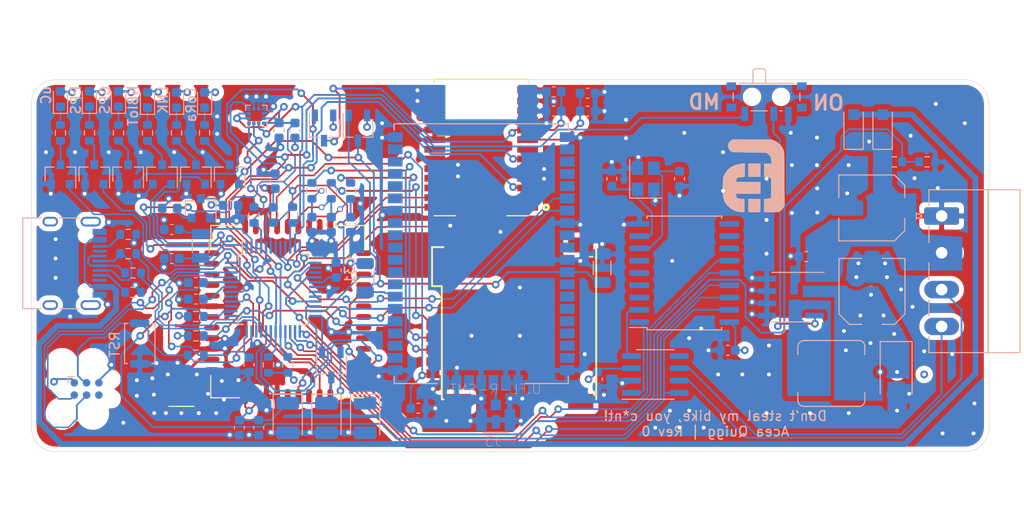
<source format=kicad_pcb>
(kicad_pcb (version 20171130) (host pcbnew "(5.1.10-1-10_14)")
  (layers (0 F.Cu signal) (1 In1.Cu power) (2 In2.Cu power) (31 B.Cu signal) (34 B.Paste user) (35 F.Paste user) (36 B.SilkS user) (37 F.SilkS user) (38 B.Mask user) (39 F.Mask user) (44 Edge.Cuts user))
  (net 0 "")
  (net 1 GND)
  (net 2 "Net-(C1-Pad2)")
  (net 3 "Net-(C2-Pad1)")
  (net 4 +3V3)
  (net 5 "Net-(C4-Pad1)")
  (net 6 VIN)
  (net 7 "Net-(C9-Pad1)")
  (net 8 "Net-(C11-Pad1)")
  (net 9 "Net-(C12-Pad1)")
  (net 10 LoRa_VCC)
  (net 11 "Net-(C15-Pad1)")
  (net 12 "Net-(C22-Pad1)")
  (net 13 "Net-(C23-Pad1)")
  (net 14 "Net-(C24-Pad1)")
  (net 15 SIM_VDD)
  (net 16 "Net-(C26-Pad1)")
  (net 17 "Net-(D1-Pad1)")
  (net 18 "Net-(D2-Pad1)")
  (net 19 "Net-(D4-Pad1)")
  (net 20 "Net-(D5-Pad1)")
  (net 21 "Net-(D6-Pad1)")
  (net 22 +5V)
  (net 23 SWDIO)
  (net 24 ~Reset)
  (net 25 SWCLK)
  (net 26 CH)
  (net 27 CL)
  (net 28 "Net-(J3-Pad3)")
  (net 29 "Net-(J5-PadA6)")
  (net 30 "Net-(J5-PadB5)")
  (net 31 "Net-(J5-PadA7)")
  (net 32 "Net-(J5-PadA5)")
  (net 33 "Net-(L1-Pad1)")
  (net 34 STATUS_LED)
  (net 35 "Net-(Q1-Pad3)")
  (net 36 PPS)
  (net 37 "Net-(Q2-Pad3)")
  (net 38 "Net-(Q3-Pad3)")
  (net 39 GPS_ON)
  (net 40 "Net-(Q4-Pad3)")
  (net 41 "Net-(Q5-Pad3)")
  (net 42 LoRa_ON)
  (net 43 SIM_ON)
  (net 44 SDA)
  (net 45 SCL)
  (net 46 RN_RST)
  (net 47 CAN_RST)
  (net 48 INT1)
  (net 49 INT2)
  (net 50 SIM_DATA)
  (net 51 SIM_CLK)
  (net 52 SIM_RST)
  (net 53 USBD-)
  (net 54 USBD+)
  (net 55 ~EN)
  (net 56 GPS_TX)
  (net 57 GPS_RX)
  (net 58 RN_RX)
  (net 59 RN_TX)
  (net 60 D11-MOSI)
  (net 61 D13-SCK)
  (net 62 D10-SS)
  (net 63 D12-MISO)
  (net 64 SN_T)
  (net 65 SN_R)
  (net 66 "Net-(U4-Pad16)")
  (net 67 "Net-(J6-Pad3)")
  (net 68 STATUS)
  (net 69 NETLIGHT)
  (net 70 SIM_PWRKEY)
  (net 71 SIM_TXD)
  (net 72 SIM_RXD)
  (net 73 "Net-(D9-Pad1)")
  (net 74 "Net-(Q9-Pad3)")
  (net 75 BATT_ADC)
  (net 76 3V3)
  (module Acea:SIM-002-A6 (layer F.Cu) (at 188 62.7 90)
    (fp_text reference J4 hide)
    (fp_text value SIM_Card)
    (pad "" smd rect (at -8.1 -5.34 90) (size 1.56 2.61) (layers F.Cu F.Paste F.Mask))
    (pad "" smd rect (at -8.1 7.29 90) (size 1.56 2.61) (layers F.Cu F.Paste F.Mask))
    (pad "" smd rect (at 8.1 7.29 90) (size 1.56 2.61) (layers F.Cu F.Paste F.Mask))
    (pad "" smd rect (at 8.1 -5.34 90) (size 1.56 2.61) (layers F.Cu F.Paste F.Mask))
    (pad 1 smd rect (at -5.24 -7.99 90) (size 0.9 1.35) (layers F.Cu F.Paste F.Mask) (net 15 SIM_VDD))
    (pad 2 smd rect (at -2.74 -7.99 90) (size 0.9 1.35) (layers F.Cu F.Paste F.Mask) (net 52 SIM_RST))
    (pad 3 smd rect (at -0.24 -7.99 90) (size 0.9 1.35) (layers F.Cu F.Paste F.Mask) (net 51 SIM_CLK))
    (pad 5 smd rect (at -6.54 -7.99 90) (size 0.9 1.34) (layers F.Cu F.Paste F.Mask) (net 1 GND))
    (pad 6 smd rect (at -3.99 -7.99 90) (size 0.9 1.35) (layers F.Cu F.Paste F.Mask))
    (pad 7 smd rect (at -1.49 -7.99 90) (size 0.9 1.35) (layers F.Cu F.Paste F.Mask) (net 50 SIM_DATA))
  )
  (module Connector_USB:USB_C_Receptacle_HRO_TYPE-C-31-M-12 (layer B.Cu) (at 141.5 56.5 90)
    (fp_text reference J5 hide)
    (fp_text value USB_C_Receptacle_USB2.0)
    (pad B1 smd rect (at 3.25 4.045 90) (size 0.6 1.45) (layers B.Cu B.Paste B.Mask) (net 1 GND))
    (pad A9 smd rect (at 2.45 4.045 90) (size 0.6 1.45) (layers B.Cu B.Paste B.Mask) (net 22 +5V))
    (pad B9 smd rect (at -2.45 4.045 90) (size 0.6 1.45) (layers B.Cu B.Paste B.Mask) (net 22 +5V))
    (pad B12 smd rect (at -3.25 4.045 90) (size 0.6 1.45) (layers B.Cu B.Paste B.Mask) (net 1 GND))
    (pad A1 smd rect (at -3.25 4.045 90) (size 0.6 1.45) (layers B.Cu B.Paste B.Mask) (net 1 GND))
    (pad A4 smd rect (at -2.45 4.045 90) (size 0.6 1.45) (layers B.Cu B.Paste B.Mask) (net 22 +5V))
    (pad B4 smd rect (at 2.45 4.045 90) (size 0.6 1.45) (layers B.Cu B.Paste B.Mask) (net 22 +5V))
    (pad A12 smd rect (at 3.25 4.045 90) (size 0.6 1.45) (layers B.Cu B.Paste B.Mask) (net 1 GND))
    (pad B8 smd rect (at -1.75 4.045 90) (size 0.3 1.45) (layers B.Cu B.Paste B.Mask))
    (pad A5 smd rect (at -1.25 4.045 90) (size 0.3 1.45) (layers B.Cu B.Paste B.Mask) (net 32 "Net-(J5-PadA5)"))
    (pad B7 smd rect (at -0.75 4.045 90) (size 0.3 1.45) (layers B.Cu B.Paste B.Mask) (net 31 "Net-(J5-PadA7)"))
    (pad A7 smd rect (at 0.25 4.045 90) (size 0.3 1.45) (layers B.Cu B.Paste B.Mask) (net 31 "Net-(J5-PadA7)"))
    (pad B6 smd rect (at 0.75 4.045 90) (size 0.3 1.45) (layers B.Cu B.Paste B.Mask) (net 29 "Net-(J5-PadA6)"))
    (pad A8 smd rect (at 1.25 4.045 90) (size 0.3 1.45) (layers B.Cu B.Paste B.Mask))
    (pad B5 smd rect (at 1.75 4.045 90) (size 0.3 1.45) (layers B.Cu B.Paste B.Mask) (net 30 "Net-(J5-PadB5)"))
    (pad A6 smd rect (at -0.25 4.045 90) (size 0.3 1.45) (layers B.Cu B.Paste B.Mask) (net 29 "Net-(J5-PadA6)"))
    (pad "" thru_hole oval (at 4.32 3.13 90) (size 1 2.1) (drill oval 0.6 1.7) (layers *.Cu *.Mask))
    (pad "" thru_hole oval (at -4.32 3.13 90) (size 1 2.1) (drill oval 0.6 1.7) (layers *.Cu *.Mask))
    (pad "" np_thru_hole circle (at -2.89 2.6 90) (size 0.65 0.65) (drill 0.65) (layers *.Cu *.Mask))
    (pad "" thru_hole oval (at -4.32 -1.05 90) (size 1 1.6) (drill oval 0.6 1.2) (layers *.Cu *.Mask))
    (pad "" np_thru_hole circle (at 2.89 2.6 90) (size 0.65 0.65) (drill 0.65) (layers *.Cu *.Mask))
    (pad "" thru_hole oval (at 4.32 -1.05 90) (size 1 1.6) (drill oval 0.6 1.2) (layers *.Cu *.Mask))
  )
  (module RF_Module:RN2483 (layer B.Cu) (at 185 55.5 180)
    (fp_text reference U5 hide)
    (fp_text value RN2903)
    (pad 47 smd rect (at 8.89 12.065 180) (size 1.524 1.016) (layers B.Cu B.Paste B.Mask) (net 1 GND))
    (pad 46 smd rect (at 8.89 10.795 180) (size 1.524 1.016) (layers B.Cu B.Paste B.Mask))
    (pad 45 smd rect (at 8.89 9.525 180) (size 1.524 1.016) (layers B.Cu B.Paste B.Mask))
    (pad 44 smd rect (at 8.89 8.255 180) (size 1.524 1.016) (layers B.Cu B.Paste B.Mask))
    (pad 43 smd rect (at 8.89 6.985 180) (size 1.524 1.016) (layers B.Cu B.Paste B.Mask))
    (pad 42 smd rect (at 8.89 5.715 180) (size 1.524 1.016) (layers B.Cu B.Paste B.Mask))
    (pad 41 smd rect (at 8.89 4.445 180) (size 1.524 1.016) (layers B.Cu B.Paste B.Mask) (net 1 GND))
    (pad 40 smd rect (at 8.89 3.175 180) (size 1.524 1.016) (layers B.Cu B.Paste B.Mask))
    (pad 39 smd rect (at 8.89 1.905 180) (size 1.524 1.016) (layers B.Cu B.Paste B.Mask))
    (pad 38 smd rect (at 8.89 0.635 180) (size 1.524 1.016) (layers B.Cu B.Paste B.Mask))
    (pad 37 smd rect (at 8.89 -0.635 180) (size 1.524 1.016) (layers B.Cu B.Paste B.Mask))
    (pad 36 smd rect (at 8.89 -1.905 180) (size 1.524 1.016) (layers B.Cu B.Paste B.Mask))
    (pad 35 smd rect (at 8.89 -3.175 180) (size 1.524 1.016) (layers B.Cu B.Paste B.Mask))
    (pad 34 smd rect (at 8.89 -4.445 180) (size 1.524 1.016) (layers B.Cu B.Paste B.Mask) (net 10 LoRa_VCC))
    (pad 33 smd rect (at 8.89 -5.715 180) (size 1.524 1.016) (layers B.Cu B.Paste B.Mask) (net 1 GND))
    (pad 32 smd rect (at 8.89 -6.985 180) (size 1.524 1.016) (layers B.Cu B.Paste B.Mask) (net 46 RN_RST))
    (pad 31 smd rect (at 8.89 -8.255 180) (size 1.524 1.016) (layers B.Cu B.Paste B.Mask))
    (pad 30 smd rect (at 8.89 -9.525 180) (size 1.524 1.016) (layers B.Cu B.Paste B.Mask))
    (pad 29 smd rect (at 8.89 -10.795 180) (size 1.524 1.016) (layers B.Cu B.Paste B.Mask))
    (pad 28 smd rect (at 8.89 -12.065 180) (size 1.524 1.016) (layers B.Cu B.Paste B.Mask) (net 1 GND))
    (pad 27 smd rect (at 3.81 -13.335 90) (size 1.524 1.016) (layers B.Cu B.Paste B.Mask) (net 1 GND))
    (pad 26 smd rect (at 2.54 -13.335 90) (size 1.524 1.016) (layers B.Cu B.Paste B.Mask) (net 1 GND))
    (pad 25 smd rect (at 1.27 -13.335 90) (size 1.524 1.016) (layers B.Cu B.Paste B.Mask))
    (pad 24 smd rect (at 0 -13.335 90) (size 1.524 1.016) (layers B.Cu B.Paste B.Mask) (net 1 GND))
    (pad 23 smd rect (at -1.27 -13.335 90) (size 1.524 1.016) (layers B.Cu B.Paste B.Mask) (net 28 "Net-(J3-Pad3)"))
    (pad 22 smd rect (at -2.54 -13.335 90) (size 1.524 1.016) (layers B.Cu B.Paste B.Mask) (net 1 GND))
    (pad 21 smd rect (at -3.81 -13.335 90) (size 1.524 1.016) (layers B.Cu B.Paste B.Mask) (net 1 GND))
    (pad 20 smd rect (at -8.89 -12.065 180) (size 1.524 1.016) (layers B.Cu B.Paste B.Mask) (net 1 GND))
    (pad 19 smd rect (at -8.89 -10.795 180) (size 1.524 1.016) (layers B.Cu B.Paste B.Mask))
    (pad 18 smd rect (at -8.89 -9.525 180) (size 1.524 1.016) (layers B.Cu B.Paste B.Mask))
    (pad 17 smd rect (at -8.89 -8.255 180) (size 1.524 1.016) (layers B.Cu B.Paste B.Mask))
    (pad 16 smd rect (at -8.89 -6.985 180) (size 1.524 1.016) (layers B.Cu B.Paste B.Mask))
    (pad 15 smd rect (at -8.89 -5.715 180) (size 1.524 1.016) (layers B.Cu B.Paste B.Mask))
    (pad 14 smd rect (at -8.89 -4.445 180) (size 1.524 1.016) (layers B.Cu B.Paste B.Mask))
    (pad 13 smd rect (at -8.89 -3.175 180) (size 1.524 1.016) (layers B.Cu B.Paste B.Mask))
    (pad 12 smd rect (at -8.89 -1.905 180) (size 1.524 1.016) (layers B.Cu B.Paste B.Mask) (net 10 LoRa_VCC))
    (pad 11 smd rect (at -8.89 -0.635 180) (size 1.524 1.016) (layers B.Cu B.Paste B.Mask) (net 1 GND))
    (pad 10 smd rect (at -8.89 0.635 180) (size 1.524 1.016) (layers B.Cu B.Paste B.Mask))
    (pad 9 smd rect (at -8.89 1.905 180) (size 1.524 1.016) (layers B.Cu B.Paste B.Mask))
    (pad 8 smd rect (at -8.89 3.175 180) (size 1.524 1.016) (layers B.Cu B.Paste B.Mask) (net 1 GND))
    (pad 7 smd rect (at -8.89 4.445 180) (size 1.524 1.016) (layers B.Cu B.Paste B.Mask) (net 58 RN_RX))
    (pad 6 smd rect (at -8.89 5.715 180) (size 1.524 1.016) (layers B.Cu B.Paste B.Mask) (net 59 RN_TX))
    (pad 5 smd rect (at -8.89 6.985 180) (size 1.524 1.016) (layers B.Cu B.Paste B.Mask))
    (pad 4 smd rect (at -8.89 8.255 180) (size 1.524 1.016) (layers B.Cu B.Paste B.Mask))
    (pad 3 smd rect (at -8.89 9.525 180) (size 1.524 1.016) (layers B.Cu B.Paste B.Mask))
    (pad 2 smd rect (at -8.89 10.795 180) (size 1.524 1.016) (layers B.Cu B.Paste B.Mask))
    (pad 1 smd rect (at -8.89 12.065 180) (size 1.524 1.016) (layers B.Cu B.Paste B.Mask) (net 1 GND))
  )
  (module Acea:U.FL-R-SMT (layer B.Cu) (at 186.5 72.7)
    (fp_text reference J3 (at -0.26438 2.23985) (layer B.SilkS) (effects (font (size 1.00113 1.00113) (thickness 0.05)) (justify mirror)))
    (fp_text value U.FL-R-SMT (at -0.025265 -3.17199) (layer B.SilkS) (effects (font (size 1.00213 1.00213) (thickness 0.05)) (justify mirror)))
    (pad 3 smd rect (at 0 -1.55) (size 1.05 1.1) (layers B.Cu B.Paste B.Mask) (net 28 "Net-(J3-Pad3)"))
    (pad 2 smd rect (at 1.475 0) (size 1.1 2.25) (layers B.Cu B.Paste B.Mask) (net 1 GND))
    (pad 1 smd rect (at -1.475 0) (size 1.1 2.25) (layers B.Cu B.Paste B.Mask) (net 1 GND))
  )
  (module Acea:U.FL-R-SMT (layer F.Cu) (at 154 70 180)
    (fp_text reference J6 hide)
    (fp_text value U.FL-R-SMT hide)
    (pad 3 smd rect (at 0 1.55 180) (size 1.05 1.1) (layers F.Cu F.Paste F.Mask) (net 67 "Net-(J6-Pad3)"))
    (pad 2 smd rect (at 1.475 0 180) (size 1.1 2.25) (layers F.Cu F.Paste F.Mask) (net 1 GND))
    (pad 1 smd rect (at -1.475 0 180) (size 1.1 2.25) (layers F.Cu F.Paste F.Mask) (net 1 GND))
  )
  (module Capacitor_SMD:C_0603_1608Metric (layer B.Cu) (at 153 56)
    (fp_text reference C1 hide)
    (fp_text value 12.5pF)
    (pad 1 smd roundrect (at -0.775 0) (size 0.9 0.95) (layers B.Cu B.Paste B.Mask) (net 1 GND))
    (pad 2 smd roundrect (at 0.775 0) (size 0.9 0.95) (layers B.Cu B.Paste B.Mask) (net 2 "Net-(C1-Pad2)"))
  )
  (module Capacitor_SMD:C_0603_1608Metric (layer B.Cu) (at 153 53 180)
    (fp_text reference C2 hide)
    (fp_text value 12.5pF)
    (pad 2 smd roundrect (at 0.775 0 180) (size 0.9 0.95) (layers B.Cu B.Paste B.Mask) (net 1 GND))
    (pad 1 smd roundrect (at -0.775 0 180) (size 0.9 0.95) (layers B.Cu B.Paste B.Mask) (net 3 "Net-(C2-Pad1)"))
  )
  (module Capacitor_SMD:C_0603_1608Metric (layer B.Cu) (at 155.5 58.5 180)
    (fp_text reference C3 hide)
    (fp_text value 100nF)
    (pad 2 smd roundrect (at 0.775 0 180) (size 0.9 0.95) (layers B.Cu B.Paste B.Mask) (net 1 GND))
    (pad 1 smd roundrect (at -0.775 0 180) (size 0.9 0.95) (layers B.Cu B.Paste B.Mask) (net 76 3V3))
  )
  (module Capacitor_SMD:C_0603_1608Metric (layer B.Cu) (at 155.5 60.2 180)
    (fp_text reference C4 hide)
    (fp_text value 100nF)
    (pad 2 smd roundrect (at 0.775 0 180) (size 0.9 0.95) (layers B.Cu B.Paste B.Mask) (net 1 GND))
    (pad 1 smd roundrect (at -0.775 0 180) (size 0.9 0.95) (layers B.Cu B.Paste B.Mask) (net 5 "Net-(C4-Pad1)"))
  )
  (module Capacitor_SMD:C_0603_1608Metric (layer B.Cu) (at 218.6 55.8 180)
    (fp_text reference C5 hide)
    (fp_text value 10nF)
    (pad 2 smd roundrect (at 0.775 0 180) (size 0.9 0.95) (layers B.Cu B.Paste B.Mask) (net 1 GND))
    (pad 1 smd roundrect (at -0.775 0 180) (size 0.9 0.95) (layers B.Cu B.Paste B.Mask) (net 6 VIN))
  )
  (module Capacitor_SMD:C_Elec_6.3x7.7 (layer B.Cu) (at 225.38 50.77 180)
    (fp_text reference C6 hide)
    (fp_text value 220uF)
    (pad 2 smd roundrect (at 2.5375 0 180) (size 3.325 1.6) (layers B.Cu B.Paste B.Mask) (roundrect_rratio 0.15625) (net 1 GND))
    (pad 1 smd roundrect (at -2.5375 0 180) (size 3.325 1.6) (layers B.Cu B.Paste B.Mask) (roundrect_rratio 0.15625) (net 6 VIN))
  )
  (module Capacitor_SMD:C_Elec_6.3x7.7 (layer B.Cu) (at 225.4 59.4 90)
    (fp_text reference C7 hide)
    (fp_text value 220uF)
    (pad 1 smd roundrect (at -2.5375 0 90) (size 3.325 1.6) (layers B.Cu B.Paste B.Mask) (roundrect_rratio 0.15625) (net 4 +3V3))
    (pad 2 smd roundrect (at 2.5375 0 90) (size 3.325 1.6) (layers B.Cu B.Paste B.Mask) (roundrect_rratio 0.15625) (net 1 GND))
  )
  (module Capacitor_SMD:C_0603_1608Metric (layer B.Cu) (at 161 67 270)
    (fp_text reference C8 hide)
    (fp_text value 100nF)
    (pad 2 smd roundrect (at 0.775 0 270) (size 0.9 0.95) (layers B.Cu B.Paste B.Mask) (net 1 GND))
    (pad 1 smd roundrect (at -0.775 0 270) (size 0.9 0.95) (layers B.Cu B.Paste B.Mask) (net 76 3V3))
  )
  (module Capacitor_SMD:C_0603_1608Metric (layer B.Cu) (at 163.7 48 90)
    (fp_text reference C9 hide)
    (fp_text value 100nF)
    (pad 1 smd roundrect (at -0.775 0 90) (size 0.9 0.95) (layers B.Cu B.Paste B.Mask) (net 7 "Net-(C9-Pad1)"))
    (pad 2 smd roundrect (at 0.775 0 90) (size 0.9 0.95) (layers B.Cu B.Paste B.Mask) (net 1 GND))
  )
  (module Capacitor_SMD:C_0603_1608Metric (layer B.Cu) (at 210.5 65.5 180)
    (fp_text reference C10 hide)
    (fp_text value 100nF)
    (pad 1 smd roundrect (at -0.775 0 180) (size 0.9 0.95) (layers B.Cu B.Paste B.Mask) (net 4 +3V3))
    (pad 2 smd roundrect (at 0.775 0 180) (size 0.9 0.95) (layers B.Cu B.Paste B.Mask) (net 1 GND))
  )
  (module Capacitor_SMD:C_0603_1608Metric (layer B.Cu) (at 205.5 47.75 270)
    (fp_text reference C11 hide)
    (fp_text value 12.5pF)
    (pad 1 smd roundrect (at -0.775 0 270) (size 0.9 0.95) (layers B.Cu B.Paste B.Mask) (net 8 "Net-(C11-Pad1)"))
    (pad 2 smd roundrect (at 0.775 0 270) (size 0.9 0.95) (layers B.Cu B.Paste B.Mask) (net 1 GND))
  )
  (module Capacitor_SMD:C_0603_1608Metric (layer B.Cu) (at 198.5 47.75 90)
    (fp_text reference C12 hide)
    (fp_text value 12.5pF)
    (pad 1 smd roundrect (at -0.775 0 90) (size 0.9 0.95) (layers B.Cu B.Paste B.Mask) (net 9 "Net-(C12-Pad1)"))
    (pad 2 smd roundrect (at 0.775 0 90) (size 0.9 0.95) (layers B.Cu B.Paste B.Mask) (net 1 GND))
  )
  (module Capacitor_SMD:C_1206_3216Metric (layer B.Cu) (at 173 58 90)
    (fp_text reference C13 hide)
    (fp_text value 47uF)
    (pad 2 smd roundrect (at 1.475 0 90) (size 1.15 1.8) (layers B.Cu B.Paste B.Mask) (roundrect_rratio 0.2173904347826087) (net 1 GND))
    (pad 1 smd roundrect (at -1.475 0 90) (size 1.15 1.8) (layers B.Cu B.Paste B.Mask) (roundrect_rratio 0.2173904347826087) (net 10 LoRa_VCC))
  )
  (module Capacitor_SMD:C_0603_1608Metric (layer B.Cu) (at 196 38.9)
    (fp_text reference C14 hide)
    (fp_text value 100nF)
    (pad 2 smd roundrect (at 0.775 0) (size 0.9 0.95) (layers B.Cu B.Paste B.Mask) (net 1 GND))
    (pad 1 smd roundrect (at -0.775 0) (size 0.9 0.95) (layers B.Cu B.Paste B.Mask) (net 4 +3V3))
  )
  (module Capacitor_SMD:C_0603_1608Metric (layer B.Cu) (at 192.5 38.75 180)
    (fp_text reference C15 hide)
    (fp_text value 100nF)
    (pad 1 smd roundrect (at -0.775 0 180) (size 0.9 0.95) (layers B.Cu B.Paste B.Mask) (net 11 "Net-(C15-Pad1)"))
    (pad 2 smd roundrect (at 0.775 0 180) (size 0.9 0.95) (layers B.Cu B.Paste B.Mask) (net 1 GND))
  )
  (module Capacitor_SMD:C_0603_1608Metric (layer B.Cu) (at 197 68.5 270)
    (fp_text reference C16 hide)
    (fp_text value 100nF)
    (pad 2 smd roundrect (at 0.775 0 270) (size 0.9 0.95) (layers B.Cu B.Paste B.Mask) (net 1 GND))
    (pad 1 smd roundrect (at -0.775 0 270) (size 0.9 0.95) (layers B.Cu B.Paste B.Mask) (net 4 +3V3))
  )
  (module Capacitor_SMD:C_1206_3216Metric (layer B.Cu) (at 197.5 57 90)
    (fp_text reference C17 hide)
    (fp_text value 47uF)
    (pad 1 smd roundrect (at -1.475 0 90) (size 1.15 1.8) (layers B.Cu B.Paste B.Mask) (roundrect_rratio 0.2173904347826087) (net 10 LoRa_VCC))
    (pad 2 smd roundrect (at 1.475 0 90) (size 1.15 1.8) (layers B.Cu B.Paste B.Mask) (roundrect_rratio 0.2173904347826087) (net 1 GND))
  )
  (module Capacitor_SMD:C_0603_1608Metric (layer B.Cu) (at 196 40.75)
    (fp_text reference C18 hide)
    (fp_text value 10uF)
    (pad 2 smd roundrect (at 0.775 0) (size 0.9 0.95) (layers B.Cu B.Paste B.Mask) (net 1 GND))
    (pad 1 smd roundrect (at -0.775 0) (size 0.9 0.95) (layers B.Cu B.Paste B.Mask) (net 4 +3V3))
  )
  (module Capacitor_SMD:C_0603_1608Metric (layer B.Cu) (at 192.5 40.75 180)
    (fp_text reference C19 hide)
    (fp_text value 10uF)
    (pad 2 smd roundrect (at 0.775 0 180) (size 0.9 0.95) (layers B.Cu B.Paste B.Mask) (net 1 GND))
    (pad 1 smd roundrect (at -0.775 0 180) (size 0.9 0.95) (layers B.Cu B.Paste B.Mask) (net 11 "Net-(C15-Pad1)"))
  )
  (module Capacitor_SMD:C_0603_1608Metric (layer B.Cu) (at 165.75 42.75 270)
    (fp_text reference C20 hide)
    (fp_text value 10uF)
    (pad 1 smd roundrect (at -0.775 0 270) (size 0.9 0.95) (layers B.Cu B.Paste B.Mask) (net 76 3V3))
    (pad 2 smd roundrect (at 0.775 0 270) (size 0.9 0.95) (layers B.Cu B.Paste B.Mask) (net 1 GND))
  )
  (module Capacitor_SMD:C_0603_1608Metric (layer B.Cu) (at 164.1 42.75 270)
    (fp_text reference C21 hide)
    (fp_text value 100nF)
    (pad 2 smd roundrect (at 0.775 0 270) (size 0.9 0.95) (layers B.Cu B.Paste B.Mask) (net 1 GND))
    (pad 1 smd roundrect (at -0.775 0 270) (size 0.9 0.95) (layers B.Cu B.Paste B.Mask) (net 76 3V3))
  )
  (module Capacitor_SMD:C_0603_1608Metric (layer B.Cu) (at 171.5 52.5 270)
    (fp_text reference C22 hide)
    (fp_text value 22pF)
    (pad 1 smd roundrect (at -0.775 0 270) (size 0.9 0.95) (layers B.Cu B.Paste B.Mask) (net 12 "Net-(C22-Pad1)"))
    (pad 2 smd roundrect (at 0.775 0 270) (size 0.9 0.95) (layers B.Cu B.Paste B.Mask) (net 1 GND))
  )
  (module Capacitor_SMD:C_0603_1608Metric (layer B.Cu) (at 169.5 52.5 270)
    (fp_text reference C23 hide)
    (fp_text value 22pF)
    (pad 1 smd roundrect (at -0.775 0 270) (size 0.9 0.95) (layers B.Cu B.Paste B.Mask) (net 13 "Net-(C23-Pad1)"))
    (pad 2 smd roundrect (at 0.775 0 270) (size 0.9 0.95) (layers B.Cu B.Paste B.Mask) (net 1 GND))
  )
  (module Capacitor_SMD:C_0603_1608Metric (layer B.Cu) (at 167.5 52.5 270)
    (fp_text reference C24 hide)
    (fp_text value 22pF)
    (pad 1 smd roundrect (at -0.775 0 270) (size 0.9 0.95) (layers B.Cu B.Paste B.Mask) (net 14 "Net-(C24-Pad1)"))
    (pad 2 smd roundrect (at 0.775 0 270) (size 0.9 0.95) (layers B.Cu B.Paste B.Mask) (net 1 GND))
  )
  (module Capacitor_SMD:C_0603_1608Metric (layer B.Cu) (at 178.5 71.5)
    (fp_text reference C25 hide)
    (fp_text value 100nF)
    (pad 1 smd roundrect (at -0.775 0) (size 0.9 0.95) (layers B.Cu B.Paste B.Mask) (net 15 SIM_VDD))
    (pad 2 smd roundrect (at 0.775 0) (size 0.9 0.95) (layers B.Cu B.Paste B.Mask) (net 1 GND))
  )
  (module Capacitor_SMD:C_0603_1608Metric (layer B.Cu) (at 160 73.5 270)
    (fp_text reference C26 hide)
    (fp_text value 100nF)
    (pad 1 smd roundrect (at -0.775 0 270) (size 0.9 0.95) (layers B.Cu B.Paste B.Mask) (net 16 "Net-(C26-Pad1)"))
    (pad 2 smd roundrect (at 0.775 0 270) (size 0.9 0.95) (layers B.Cu B.Paste B.Mask) (net 1 GND))
  )
  (module Capacitor_SMD:C_0603_1608Metric (layer B.Cu) (at 162 73.5 270)
    (fp_text reference C27 hide)
    (fp_text value 1uF)
    (pad 2 smd roundrect (at 0.775 0 270) (size 0.9 0.95) (layers B.Cu B.Paste B.Mask) (net 1 GND))
    (pad 1 smd roundrect (at -0.775 0 270) (size 0.9 0.95) (layers B.Cu B.Paste B.Mask) (net 16 "Net-(C26-Pad1)"))
  )
  (module Capacitor_Tantalum_SMD:CP_EIA-3528-21_Kemet-B (layer B.Cu) (at 165 72.5 270)
    (fp_text reference C28 hide)
    (fp_text value 100uF)
    (pad 1 smd roundrect (at -1.5375 0 270) (size 1.325 2.35) (layers B.Cu B.Paste B.Mask) (roundrect_rratio 0.1886777358490566) (net 16 "Net-(C26-Pad1)"))
    (pad 2 smd roundrect (at 1.5375 0 270) (size 1.325 2.35) (layers B.Cu B.Paste B.Mask) (roundrect_rratio 0.1886777358490566) (net 1 GND))
  )
  (module Capacitor_Tantalum_SMD:CP_EIA-3528-21_Kemet-B (layer B.Cu) (at 169 72.5 270)
    (fp_text reference C29 hide)
    (fp_text value 100uF)
    (pad 2 smd roundrect (at 1.5375 0 270) (size 1.325 2.35) (layers B.Cu B.Paste B.Mask) (roundrect_rratio 0.1886777358490566) (net 1 GND))
    (pad 1 smd roundrect (at -1.5375 0 270) (size 1.325 2.35) (layers B.Cu B.Paste B.Mask) (roundrect_rratio 0.1886777358490566) (net 16 "Net-(C26-Pad1)"))
  )
  (module Capacitor_Tantalum_SMD:CP_EIA-3528-21_Kemet-B (layer B.Cu) (at 173 72.5 270)
    (fp_text reference C30 hide)
    (fp_text value 100uF)
    (pad 1 smd roundrect (at -1.5375 0 270) (size 1.325 2.35) (layers B.Cu B.Paste B.Mask) (roundrect_rratio 0.1886777358490566) (net 16 "Net-(C26-Pad1)"))
    (pad 2 smd roundrect (at 1.5375 0 270) (size 1.325 2.35) (layers B.Cu B.Paste B.Mask) (roundrect_rratio 0.1886777358490566) (net 1 GND))
  )
  (module LED_SMD:LED_0603_1608Metric (layer B.Cu) (at 141.5 39.5 90)
    (fp_text reference D1 hide)
    (fp_text value Red_uC_State)
    (pad 1 smd roundrect (at -0.7875 0 90) (size 0.875 0.95) (layers B.Cu B.Paste B.Mask) (net 17 "Net-(D1-Pad1)"))
    (pad 2 smd roundrect (at 0.7875 0 90) (size 0.875 0.95) (layers B.Cu B.Paste B.Mask) (net 4 +3V3))
  )
  (module LED_SMD:LED_0603_1608Metric (layer B.Cu) (at 144.5 39.5 90)
    (fp_text reference D2 hide)
    (fp_text value Red_GPS_PPS)
    (pad 1 smd roundrect (at -0.7875 0 90) (size 0.875 0.95) (layers B.Cu B.Paste B.Mask) (net 18 "Net-(D2-Pad1)"))
    (pad 2 smd roundrect (at 0.7875 0 90) (size 0.875 0.95) (layers B.Cu B.Paste B.Mask) (net 4 +3V3))
  )
  (module Diode_SMD:D_SMA (layer B.Cu) (at 227.9 68 270)
    (fp_text reference D3 hide)
    (fp_text value D_Small)
    (pad 1 smd rect (at -2 0 270) (size 2.5 1.8) (layers B.Cu B.Paste B.Mask) (net 4 +3V3))
    (pad 2 smd rect (at 2 0 270) (size 2.5 1.8) (layers B.Cu B.Paste B.Mask) (net 1 GND))
  )
  (module LED_SMD:LED_0603_1608Metric (layer B.Cu) (at 147.5 39.5 90)
    (fp_text reference D4 hide)
    (fp_text value Red_GPS_PWR)
    (pad 2 smd roundrect (at 0.7875 0 90) (size 0.875 0.95) (layers B.Cu B.Paste B.Mask) (net 4 +3V3))
    (pad 1 smd roundrect (at -0.7875 0 90) (size 0.875 0.95) (layers B.Cu B.Paste B.Mask) (net 19 "Net-(D4-Pad1)"))
  )
  (module LED_SMD:LED_0603_1608Metric (layer B.Cu) (at 150.5 39.6 90)
    (fp_text reference D5 hide)
    (fp_text value Red_Modem_Status)
    (pad 1 smd roundrect (at -0.7875 0 90) (size 0.875 0.95) (layers B.Cu B.Paste B.Mask) (net 20 "Net-(D5-Pad1)"))
    (pad 2 smd roundrect (at 0.7875 0 90) (size 0.875 0.95) (layers B.Cu B.Paste B.Mask) (net 4 +3V3))
  )
  (module LED_SMD:LED_0603_1608Metric (layer B.Cu) (at 153.5 39.6 90)
    (fp_text reference D6 hide)
    (fp_text value Red_Modem_Link)
    (pad 2 smd roundrect (at 0.7875 0 90) (size 0.875 0.95) (layers B.Cu B.Paste B.Mask) (net 4 +3V3))
    (pad 1 smd roundrect (at -0.7875 0 90) (size 0.875 0.95) (layers B.Cu B.Paste B.Mask) (net 21 "Net-(D6-Pad1)"))
  )
  (module Diode_SMD:D_SOD-123F (layer B.Cu) (at 226.5 42.5 90)
    (fp_text reference D7 hide)
    (fp_text value B5817WL)
    (pad 2 smd rect (at 1.4 0 90) (size 1.1 1.1) (layers B.Cu B.Paste B.Mask) (net 22 +5V))
    (pad 1 smd rect (at -1.4 0 90) (size 1.1 1.1) (layers B.Cu B.Paste B.Mask) (net 6 VIN))
  )
  (module Diode_SMD:D_SOD-123F (layer B.Cu) (at 223.5 42.5 90)
    (fp_text reference D8 hide)
    (fp_text value B5817WL)
    (pad 1 smd rect (at -1.4 0 90) (size 1.1 1.1) (layers B.Cu B.Paste B.Mask) (net 6 VIN))
    (pad 2 smd rect (at 1.4 0 90) (size 1.1 1.1) (layers B.Cu B.Paste B.Mask) (net 22 +5V))
  )
  (module Inductor_SMD:L_0603_1608Metric (layer B.Cu) (at 163.5 51.5 90)
    (fp_text reference FB1 hide)
    (fp_text value "30 Ohm")
    (pad 1 smd roundrect (at -0.7875 0 90) (size 0.875 0.95) (layers B.Cu B.Paste B.Mask) (net 76 3V3))
    (pad 2 smd roundrect (at 0.7875 0 90) (size 0.875 0.95) (layers B.Cu B.Paste B.Mask) (net 7 "Net-(C9-Pad1)"))
  )
  (module Connector:Tag-Connect_TC2030-IDC-FP_2x03_P1.27mm_Vertical (layer B.Cu) (at 144.2 69.5)
    (fp_text reference J1 hide)
    (fp_text value JTAG_SWD_6)
    (pad "" np_thru_hole circle (at -2.54 -2.54) (size 2.3749 2.3749) (drill 2.3749) (layers *.Cu *.Mask))
    (pad "" np_thru_hole circle (at -2.54 2.54) (size 2.3749 2.3749) (drill 2.3749) (layers *.Cu *.Mask))
    (pad "" np_thru_hole circle (at 0.635 2.54) (size 2.3749 2.3749) (drill 2.3749) (layers *.Cu *.Mask))
    (pad "" np_thru_hole circle (at 0.635 -2.54) (size 2.3749 2.3749) (drill 2.3749) (layers *.Cu *.Mask))
    (pad "" np_thru_hole circle (at 2.54 1.016) (size 0.9906 0.9906) (drill 0.9906) (layers *.Cu *.Mask))
    (pad "" np_thru_hole circle (at 2.54 -1.016) (size 0.9906 0.9906) (drill 0.9906) (layers *.Cu *.Mask))
    (pad "" np_thru_hole circle (at -2.54 0) (size 0.9906 0.9906) (drill 0.9906) (layers *.Cu *.Mask))
    (pad 1 connect circle (at -1.27 -0.635) (size 0.7874 0.7874) (layers B.Cu B.Mask) (net 4 +3V3))
    (pad 2 connect circle (at -1.27 0.635) (size 0.7874 0.7874) (layers B.Cu B.Mask) (net 23 SWDIO))
    (pad 3 connect circle (at 0 -0.635) (size 0.7874 0.7874) (layers B.Cu B.Mask) (net 24 ~Reset))
    (pad 4 connect circle (at 0 0.635) (size 0.7874 0.7874) (layers B.Cu B.Mask) (net 25 SWCLK))
    (pad 5 connect circle (at 1.27 -0.635) (size 0.7874 0.7874) (layers B.Cu B.Mask) (net 1 GND))
    (pad 6 connect circle (at 1.27 0.635) (size 0.7874 0.7874) (layers B.Cu B.Mask))
  )
  (module Connector_Phoenix_MC:PhoenixContact_MC_1,5_4-G-3.81_1x04_P3.81mm_Horizontal (layer B.Cu) (at 232.6 51.6 270)
    (fp_text reference J2 hide)
    (fp_text value 01x04)
    (pad 1 thru_hole roundrect (at 0 0 270) (size 1.8 3.6) (drill 1.2) (layers *.Cu *.Mask) (roundrect_rratio 0.1388888888888889) (net 1 GND))
    (pad 2 thru_hole oval (at 3.81 0 270) (size 1.8 3.6) (drill 1.2) (layers *.Cu *.Mask) (net 6 VIN))
    (pad 3 thru_hole oval (at 7.62 0 270) (size 1.8 3.6) (drill 1.2) (layers *.Cu *.Mask) (net 26 CH))
    (pad 4 thru_hole oval (at 11.43 0 270) (size 1.8 3.6) (drill 1.2) (layers *.Cu *.Mask) (net 27 CL))
  )
  (module Inductor_SMD:L_Bourns_SRP7028A_7.3x6.6mm (layer B.Cu) (at 221.2 67.9)
    (fp_text reference L1 hide)
    (fp_text value L_Small)
    (pad 1 smd rect (at -2.725 0) (size 2.95 3.5) (layers B.Cu B.Paste B.Mask) (net 33 "Net-(L1-Pad1)"))
    (pad 2 smd rect (at 2.725 0) (size 2.95 3.5) (layers B.Cu B.Paste B.Mask) (net 4 +3V3))
  )
  (module Package_TO_SOT_SMD:SOT-23 (layer B.Cu) (at 141.5 47.3 90)
    (fp_text reference Q1 hide)
    (fp_text value 2N7002)
    (pad 1 smd rect (at -1 0.95 90) (size 0.9 0.8) (layers B.Cu B.Paste B.Mask) (net 34 STATUS_LED))
    (pad 2 smd rect (at -1 -0.95 90) (size 0.9 0.8) (layers B.Cu B.Paste B.Mask) (net 1 GND))
    (pad 3 smd rect (at 1 0 90) (size 0.9 0.8) (layers B.Cu B.Paste B.Mask) (net 35 "Net-(Q1-Pad3)"))
  )
  (module Package_TO_SOT_SMD:SOT-23 (layer B.Cu) (at 145 47.3 90)
    (fp_text reference Q2 hide)
    (fp_text value 2N7002)
    (pad 1 smd rect (at -1 0.95 90) (size 0.9 0.8) (layers B.Cu B.Paste B.Mask) (net 36 PPS))
    (pad 2 smd rect (at -1 -0.95 90) (size 0.9 0.8) (layers B.Cu B.Paste B.Mask) (net 1 GND))
    (pad 3 smd rect (at 1 0 90) (size 0.9 0.8) (layers B.Cu B.Paste B.Mask) (net 37 "Net-(Q2-Pad3)"))
  )
  (module Package_TO_SOT_SMD:SOT-23 (layer B.Cu) (at 148.5 47.3 90)
    (fp_text reference Q3 hide)
    (fp_text value 2N7002)
    (pad 3 smd rect (at 1 0 90) (size 0.9 0.8) (layers B.Cu B.Paste B.Mask) (net 38 "Net-(Q3-Pad3)"))
    (pad 2 smd rect (at -1 -0.95 90) (size 0.9 0.8) (layers B.Cu B.Paste B.Mask) (net 1 GND))
    (pad 1 smd rect (at -1 0.95 90) (size 0.9 0.8) (layers B.Cu B.Paste B.Mask) (net 39 GPS_ON))
  )
  (module Package_TO_SOT_SMD:SOT-23 (layer B.Cu) (at 152 47.3 90)
    (fp_text reference Q4 hide)
    (fp_text value 2N7002)
    (pad 1 smd rect (at -1 0.95 90) (size 0.9 0.8) (layers B.Cu B.Paste B.Mask) (net 68 STATUS))
    (pad 2 smd rect (at -1 -0.95 90) (size 0.9 0.8) (layers B.Cu B.Paste B.Mask) (net 1 GND))
    (pad 3 smd rect (at 1 0 90) (size 0.9 0.8) (layers B.Cu B.Paste B.Mask) (net 40 "Net-(Q4-Pad3)"))
  )
  (module Package_TO_SOT_SMD:SOT-23 (layer B.Cu) (at 155.5 47.3 90)
    (fp_text reference Q5 hide)
    (fp_text value 2N7002)
    (pad 3 smd rect (at 1 0 90) (size 0.9 0.8) (layers B.Cu B.Paste B.Mask) (net 41 "Net-(Q5-Pad3)"))
    (pad 2 smd rect (at -1 -0.95 90) (size 0.9 0.8) (layers B.Cu B.Paste B.Mask) (net 1 GND))
    (pad 1 smd rect (at -1 0.95 90) (size 0.9 0.8) (layers B.Cu B.Paste B.Mask) (net 69 NETLIGHT))
  )
  (module Package_TO_SOT_SMD:TSOT-23 (layer B.Cu) (at 172.25 42.5 270)
    (fp_text reference Q6 hide)
    (fp_text value Q_PMOS_GSD)
    (pad 3 smd rect (at 1.31 0 270) (size 1.22 0.65) (layers B.Cu B.Paste B.Mask) (net 10 LoRa_VCC))
    (pad 2 smd rect (at -1.31 -0.95 270) (size 1.22 0.65) (layers B.Cu B.Paste B.Mask) (net 4 +3V3))
    (pad 1 smd rect (at -1.31 0.95 270) (size 1.22 0.65) (layers B.Cu B.Paste B.Mask) (net 42 LoRa_ON))
  )
  (module Package_TO_SOT_SMD:TSOT-23 (layer B.Cu) (at 168.75 42.5 270)
    (fp_text reference Q7 hide)
    (fp_text value Q_PMOS_GSD)
    (pad 1 smd rect (at -1.31 0.95 270) (size 1.22 0.65) (layers B.Cu B.Paste B.Mask) (net 39 GPS_ON))
    (pad 2 smd rect (at -1.31 -0.95 270) (size 1.22 0.65) (layers B.Cu B.Paste B.Mask) (net 4 +3V3))
    (pad 3 smd rect (at 1.31 0 270) (size 1.22 0.65) (layers B.Cu B.Paste B.Mask) (net 11 "Net-(C15-Pad1)"))
  )
  (module Package_TO_SOT_SMD:TSOT-23 (layer B.Cu) (at 169.5 67 270)
    (fp_text reference Q8 hide)
    (fp_text value Q_PMOS_GSD)
    (pad 1 smd rect (at -1.31 0.95 270) (size 1.22 0.65) (layers B.Cu B.Paste B.Mask) (net 43 SIM_ON))
    (pad 2 smd rect (at -1.31 -0.95 270) (size 1.22 0.65) (layers B.Cu B.Paste B.Mask) (net 4 +3V3))
    (pad 3 smd rect (at 1.31 0 270) (size 1.22 0.65) (layers B.Cu B.Paste B.Mask) (net 16 "Net-(C26-Pad1)"))
  )
  (module Resistor_SMD:R_0603_1608Metric (layer B.Cu) (at 165 67 90)
    (fp_text reference R1 hide)
    (fp_text value 3k)
    (pad 2 smd roundrect (at 0.825 0 90) (size 0.8 0.95) (layers B.Cu B.Paste B.Mask) (net 44 SDA))
    (pad 1 smd roundrect (at -0.825 0 90) (size 0.8 0.95) (layers B.Cu B.Paste B.Mask) (net 4 +3V3))
  )
  (module Resistor_SMD:R_0603_1608Metric (layer B.Cu) (at 163 67 90)
    (fp_text reference R2 hide)
    (fp_text value 3k)
    (pad 1 smd roundrect (at -0.825 0 90) (size 0.8 0.95) (layers B.Cu B.Paste B.Mask) (net 4 +3V3))
    (pad 2 smd roundrect (at 0.825 0 90) (size 0.8 0.95) (layers B.Cu B.Paste B.Mask) (net 45 SCL))
  )
  (module Resistor_SMD:R_0603_1608Metric (layer B.Cu) (at 155.5 66 180)
    (fp_text reference R3 hide)
    (fp_text value 10k)
    (pad 1 smd roundrect (at -0.825 0 180) (size 0.8 0.95) (layers B.Cu B.Paste B.Mask) (net 76 3V3))
    (pad 2 smd roundrect (at 0.825 0 180) (size 0.8 0.95) (layers B.Cu B.Paste B.Mask) (net 24 ~Reset))
  )
  (module Resistor_SMD:R_0603_1608Metric (layer B.Cu) (at 141.5 43 270)
    (fp_text reference R4 hide)
    (fp_text value 3k)
    (pad 2 smd roundrect (at 0.825 0 270) (size 0.8 0.95) (layers B.Cu B.Paste B.Mask) (net 35 "Net-(Q1-Pad3)"))
    (pad 1 smd roundrect (at -0.825 0 270) (size 0.8 0.95) (layers B.Cu B.Paste B.Mask) (net 17 "Net-(D1-Pad1)"))
  )
  (module Resistor_SMD:R_0603_1608Metric (layer B.Cu) (at 144.5 43 270)
    (fp_text reference R5 hide)
    (fp_text value 3k)
    (pad 2 smd roundrect (at 0.825 0 270) (size 0.8 0.95) (layers B.Cu B.Paste B.Mask) (net 37 "Net-(Q2-Pad3)"))
    (pad 1 smd roundrect (at -0.825 0 270) (size 0.8 0.95) (layers B.Cu B.Paste B.Mask) (net 18 "Net-(D2-Pad1)"))
  )
  (module Resistor_SMD:R_0603_1608Metric (layer B.Cu) (at 155.5 64)
    (fp_text reference R6 hide)
    (fp_text value 100k)
    (pad 1 smd roundrect (at -0.825 0) (size 0.8 0.95) (layers B.Cu B.Paste B.Mask) (net 4 +3V3))
    (pad 2 smd roundrect (at 0.825 0) (size 0.8 0.95) (layers B.Cu B.Paste B.Mask) (net 46 RN_RST))
  )
  (module Resistor_SMD:R_0603_1608Metric (layer B.Cu) (at 155.5 62)
    (fp_text reference R7 hide)
    (fp_text value 100k)
    (pad 2 smd roundrect (at 0.825 0) (size 0.8 0.95) (layers B.Cu B.Paste B.Mask) (net 47 CAN_RST))
    (pad 1 smd roundrect (at -0.825 0) (size 0.8 0.95) (layers B.Cu B.Paste B.Mask) (net 4 +3V3))
  )
  (module Resistor_SMD:R_0603_1608Metric (layer B.Cu) (at 147.5 43 270)
    (fp_text reference R8 hide)
    (fp_text value 3k)
    (pad 1 smd roundrect (at -0.825 0 270) (size 0.8 0.95) (layers B.Cu B.Paste B.Mask) (net 19 "Net-(D4-Pad1)"))
    (pad 2 smd roundrect (at 0.825 0 270) (size 0.8 0.95) (layers B.Cu B.Paste B.Mask) (net 38 "Net-(Q3-Pad3)"))
  )
  (module Resistor_SMD:R_0603_1608Metric (layer B.Cu) (at 150.5 43 270)
    (fp_text reference R9 hide)
    (fp_text value 3k)
    (pad 2 smd roundrect (at 0.825 0 270) (size 0.8 0.95) (layers B.Cu B.Paste B.Mask) (net 40 "Net-(Q4-Pad3)"))
    (pad 1 smd roundrect (at -0.825 0 270) (size 0.8 0.95) (layers B.Cu B.Paste B.Mask) (net 20 "Net-(D5-Pad1)"))
  )
  (module Resistor_SMD:R_0603_1608Metric (layer B.Cu) (at 153.5 43 270)
    (fp_text reference R10 hide)
    (fp_text value 3k)
    (pad 1 smd roundrect (at -0.825 0 270) (size 0.8 0.95) (layers B.Cu B.Paste B.Mask) (net 21 "Net-(D6-Pad1)"))
    (pad 2 smd roundrect (at 0.825 0 270) (size 0.8 0.95) (layers B.Cu B.Paste B.Mask) (net 41 "Net-(Q5-Pad3)"))
  )
  (module Resistor_SMD:R_0603_1608Metric (layer B.Cu) (at 161.5 51.5 270)
    (fp_text reference R11 hide)
    (fp_text value 100k)
    (pad 2 smd roundrect (at 0.825 0 270) (size 0.8 0.95) (layers B.Cu B.Paste B.Mask) (net 48 INT1))
    (pad 1 smd roundrect (at -0.825 0 270) (size 0.8 0.95) (layers B.Cu B.Paste B.Mask) (net 76 3V3))
  )
  (module Resistor_SMD:R_0603_1608Metric (layer B.Cu) (at 165.5 51.5 270)
    (fp_text reference R12 hide)
    (fp_text value 100k)
    (pad 1 smd roundrect (at -0.825 0 270) (size 0.8 0.95) (layers B.Cu B.Paste B.Mask) (net 76 3V3))
    (pad 2 smd roundrect (at 0.825 0 270) (size 0.8 0.95) (layers B.Cu B.Paste B.Mask) (net 49 INT2))
  )
  (module Resistor_SMD:R_0603_1608Metric (layer B.Cu) (at 171.5 49 90)
    (fp_text reference R13 hide)
    (fp_text value 27R)
    (pad 1 smd roundrect (at -0.825 0 90) (size 0.8 0.95) (layers B.Cu B.Paste B.Mask) (net 12 "Net-(C22-Pad1)"))
    (pad 2 smd roundrect (at 0.825 0 90) (size 0.8 0.95) (layers B.Cu B.Paste B.Mask) (net 50 SIM_DATA))
  )
  (module Resistor_SMD:R_0603_1608Metric (layer B.Cu) (at 169.5 49 90)
    (fp_text reference R14 hide)
    (fp_text value 27R)
    (pad 2 smd roundrect (at 0.825 0 90) (size 0.8 0.95) (layers B.Cu B.Paste B.Mask) (net 51 SIM_CLK))
    (pad 1 smd roundrect (at -0.825 0 90) (size 0.8 0.95) (layers B.Cu B.Paste B.Mask) (net 13 "Net-(C23-Pad1)"))
  )
  (module Resistor_SMD:R_0603_1608Metric (layer B.Cu) (at 167.5 49 90)
    (fp_text reference R15 hide)
    (fp_text value 27R)
    (pad 1 smd roundrect (at -0.825 0 90) (size 0.8 0.95) (layers B.Cu B.Paste B.Mask) (net 14 "Net-(C24-Pad1)"))
    (pad 2 smd roundrect (at 0.825 0 90) (size 0.8 0.95) (layers B.Cu B.Paste B.Mask) (net 52 SIM_RST))
  )
  (module Resistor_SMD:R_0603_1608Metric (layer B.Cu) (at 149 59.5)
    (fp_text reference R16 hide)
    (fp_text value 5.1k)
    (pad 1 smd roundrect (at -0.825 0) (size 0.8 0.95) (layers B.Cu B.Paste B.Mask) (net 32 "Net-(J5-PadA5)"))
    (pad 2 smd roundrect (at 0.825 0) (size 0.8 0.95) (layers B.Cu B.Paste B.Mask) (net 1 GND))
  )
  (module Resistor_SMD:R_0603_1608Metric (layer B.Cu) (at 148.5 53.5)
    (fp_text reference R17 hide)
    (fp_text value 5.1k)
    (pad 2 smd roundrect (at 0.825 0) (size 0.8 0.95) (layers B.Cu B.Paste B.Mask) (net 1 GND))
    (pad 1 smd roundrect (at -0.825 0) (size 0.8 0.95) (layers B.Cu B.Paste B.Mask) (net 30 "Net-(J5-PadB5)"))
  )
  (module Resistor_SMD:R_0603_1608Metric (layer B.Cu) (at 148.5 55.5)
    (fp_text reference R18 hide)
    (fp_text value 27R)
    (pad 2 smd roundrect (at 0.825 0) (size 0.8 0.95) (layers B.Cu B.Paste B.Mask) (net 53 USBD-))
    (pad 1 smd roundrect (at -0.825 0) (size 0.8 0.95) (layers B.Cu B.Paste B.Mask) (net 31 "Net-(J5-PadA7)"))
  )
  (module Resistor_SMD:R_0603_1608Metric (layer B.Cu) (at 149 57.5)
    (fp_text reference R19 hide)
    (fp_text value 27R)
    (pad 1 smd roundrect (at -0.825 0) (size 0.8 0.95) (layers B.Cu B.Paste B.Mask) (net 29 "Net-(J5-PadA6)"))
    (pad 2 smd roundrect (at 0.825 0) (size 0.8 0.95) (layers B.Cu B.Paste B.Mask) (net 54 USBD+))
  )
  (module Button_Switch_SMD:SW_Push_SPST_NO_Alps_SKRK (layer B.Cu) (at 149.7 64.8 90)
    (fp_text reference SW1 hide)
    (fp_text value SW_Push)
    (pad 2 smd roundrect (at 2.1 0 90) (size 0.8 2) (layers B.Cu B.Paste B.Mask) (net 24 ~Reset))
    (pad 1 smd roundrect (at -2.1 0 90) (size 0.8 2) (layers B.Cu B.Paste B.Mask) (net 1 GND))
  )
  (module Button_Switch_SMD:SW_SPDT_PCM12 (layer B.Cu) (at 214.5 39.6)
    (fp_text reference SW2 hide)
    (fp_text value SW_Push_SPDT)
    (pad "" np_thru_hole circle (at -1.5 -0.33) (size 0.9 0.9) (drill 0.9) (layers *.Cu *.Mask))
    (pad "" np_thru_hole circle (at 1.5 -0.33) (size 0.9 0.9) (drill 0.9) (layers *.Cu *.Mask))
    (pad 1 smd rect (at -2.25 1.43) (size 0.7 1.5) (layers B.Cu B.Paste B.Mask) (net 49 INT2))
    (pad 2 smd rect (at 0.75 1.43) (size 0.7 1.5) (layers B.Cu B.Paste B.Mask) (net 55 ~EN))
    (pad 3 smd rect (at 2.25 1.43) (size 0.7 1.5) (layers B.Cu B.Paste B.Mask) (net 1 GND))
    (pad "" smd rect (at -3.65 -1.43) (size 1 0.8) (layers B.Cu B.Paste B.Mask))
    (pad "" smd rect (at 3.65 -1.43) (size 1 0.8) (layers B.Cu B.Paste B.Mask))
    (pad "" smd rect (at 3.65 0.78) (size 1 0.8) (layers B.Cu B.Paste B.Mask))
    (pad "" smd rect (at -3.65 0.78) (size 1 0.8) (layers B.Cu B.Paste B.Mask))
  )
  (module Package_SO:SOIC-8_3.9x4.9mm_P1.27mm (layer B.Cu) (at 217 60 180)
    (fp_text reference U1 hide)
    (fp_text value XL1509_SOP8)
    (pad 1 smd roundrect (at -2.475 1.905 180) (size 1.95 0.6) (layers B.Cu B.Paste B.Mask) (net 6 VIN))
    (pad 2 smd roundrect (at -2.475 0.635 180) (size 1.95 0.6) (layers B.Cu B.Paste B.Mask) (net 4 +3V3))
    (pad 3 smd roundrect (at -2.475 -0.635 180) (size 1.95 0.6) (layers B.Cu B.Paste B.Mask) (net 33 "Net-(L1-Pad1)"))
    (pad 4 smd roundrect (at -2.475 -1.905 180) (size 1.95 0.6) (layers B.Cu B.Paste B.Mask) (net 55 ~EN))
    (pad 5 smd roundrect (at 2.475 -1.905 180) (size 1.95 0.6) (layers B.Cu B.Paste B.Mask) (net 1 GND))
    (pad 6 smd roundrect (at 2.475 -0.635 180) (size 1.95 0.6) (layers B.Cu B.Paste B.Mask) (net 1 GND))
    (pad 7 smd roundrect (at 2.475 0.635 180) (size 1.95 0.6) (layers B.Cu B.Paste B.Mask) (net 1 GND))
    (pad 8 smd roundrect (at 2.475 1.905 180) (size 1.95 0.6) (layers B.Cu B.Paste B.Mask) (net 1 GND))
  )
  (module Package_QFP:TQFP-48_7x7mm_P0.5mm (layer B.Cu) (at 163.5 59.2 270)
    (fp_text reference U2 hide)
    (fp_text value ATSAMD21G18A-A)
    (pad 1 smd rect (at -4.35 2.75 270) (size 1.3 0.25) (layers B.Cu B.Paste B.Mask) (net 2 "Net-(C1-Pad2)"))
    (pad 2 smd rect (at -4.35 2.25 270) (size 1.3 0.25) (layers B.Cu B.Paste B.Mask) (net 3 "Net-(C2-Pad1)"))
    (pad 3 smd rect (at -4.35 1.75 270) (size 1.3 0.25) (layers B.Cu B.Paste B.Mask))
    (pad 4 smd rect (at -4.35 1.25 270) (size 1.3 0.25) (layers B.Cu B.Paste B.Mask) (net 48 INT1))
    (pad 5 smd rect (at -4.35 0.75 270) (size 1.3 0.25) (layers B.Cu B.Paste B.Mask) (net 1 GND))
    (pad 6 smd rect (at -4.35 0.25 270) (size 1.3 0.25) (layers B.Cu B.Paste B.Mask) (net 7 "Net-(C9-Pad1)"))
    (pad 7 smd rect (at -4.35 -0.25 270) (size 1.3 0.25) (layers B.Cu B.Paste B.Mask) (net 56 GPS_TX))
    (pad 8 smd rect (at -4.35 -0.75 270) (size 1.3 0.25) (layers B.Cu B.Paste B.Mask) (net 57 GPS_RX))
    (pad 9 smd rect (at -4.35 -1.25 270) (size 1.3 0.25) (layers B.Cu B.Paste B.Mask))
    (pad 10 smd rect (at -4.35 -1.75 270) (size 1.3 0.25) (layers B.Cu B.Paste B.Mask) (net 49 INT2))
    (pad 11 smd rect (at -4.35 -2.25 270) (size 1.3 0.25) (layers B.Cu B.Paste B.Mask) (net 39 GPS_ON))
    (pad 12 smd rect (at -4.35 -2.75 270) (size 1.3 0.25) (layers B.Cu B.Paste B.Mask) (net 36 PPS))
    (pad 13 smd rect (at -2.75 -4.35 180) (size 1.3 0.25) (layers B.Cu B.Paste B.Mask) (net 58 RN_RX))
    (pad 14 smd rect (at -2.25 -4.35 180) (size 1.3 0.25) (layers B.Cu B.Paste B.Mask) (net 59 RN_TX))
    (pad 15 smd rect (at -1.75 -4.35 180) (size 1.3 0.25) (layers B.Cu B.Paste B.Mask))
    (pad 16 smd rect (at -1.25 -4.35 180) (size 1.3 0.25) (layers B.Cu B.Paste B.Mask) (net 75 BATT_ADC))
    (pad 17 smd rect (at -0.75 -4.35 180) (size 1.3 0.25) (layers B.Cu B.Paste B.Mask) (net 76 3V3))
    (pad 18 smd rect (at -0.25 -4.35 180) (size 1.3 0.25) (layers B.Cu B.Paste B.Mask) (net 1 GND))
    (pad 19 smd rect (at 0.25 -4.35 180) (size 1.3 0.25) (layers B.Cu B.Paste B.Mask))
    (pad 20 smd rect (at 0.75 -4.35 180) (size 1.3 0.25) (layers B.Cu B.Paste B.Mask))
    (pad 21 smd rect (at 1.25 -4.35 180) (size 1.3 0.25) (layers B.Cu B.Paste B.Mask) (net 34 STATUS_LED))
    (pad 22 smd rect (at 1.75 -4.35 180) (size 1.3 0.25) (layers B.Cu B.Paste B.Mask) (net 70 SIM_PWRKEY))
    (pad 23 smd rect (at 2.25 -4.35 180) (size 1.3 0.25) (layers B.Cu B.Paste B.Mask) (net 42 LoRa_ON))
    (pad 24 smd rect (at 2.75 -4.35 180) (size 1.3 0.25) (layers B.Cu B.Paste B.Mask) (net 43 SIM_ON))
    (pad 25 smd rect (at 4.35 -2.75 270) (size 1.3 0.25) (layers B.Cu B.Paste B.Mask) (net 60 D11-MOSI))
    (pad 26 smd rect (at 4.35 -2.25 270) (size 1.3 0.25) (layers B.Cu B.Paste B.Mask) (net 61 D13-SCK))
    (pad 27 smd rect (at 4.35 -1.75 270) (size 1.3 0.25) (layers B.Cu B.Paste B.Mask) (net 62 D10-SS))
    (pad 28 smd rect (at 4.35 -1.25 270) (size 1.3 0.25) (layers B.Cu B.Paste B.Mask) (net 63 D12-MISO))
    (pad 29 smd rect (at 4.35 -0.75 270) (size 1.3 0.25) (layers B.Cu B.Paste B.Mask) (net 44 SDA))
    (pad 30 smd rect (at 4.35 -0.25 270) (size 1.3 0.25) (layers B.Cu B.Paste B.Mask) (net 45 SCL))
    (pad 31 smd rect (at 4.35 0.25 270) (size 1.3 0.25) (layers B.Cu B.Paste B.Mask) (net 71 SIM_TXD))
    (pad 32 smd rect (at 4.35 0.75 270) (size 1.3 0.25) (layers B.Cu B.Paste B.Mask) (net 72 SIM_RXD))
    (pad 33 smd rect (at 4.35 1.25 270) (size 1.3 0.25) (layers B.Cu B.Paste B.Mask) (net 53 USBD-))
    (pad 34 smd rect (at 4.35 1.75 270) (size 1.3 0.25) (layers B.Cu B.Paste B.Mask) (net 54 USBD+))
    (pad 35 smd rect (at 4.35 2.25 270) (size 1.3 0.25) (layers B.Cu B.Paste B.Mask) (net 1 GND))
    (pad 36 smd rect (at 4.35 2.75 270) (size 1.3 0.25) (layers B.Cu B.Paste B.Mask) (net 76 3V3))
    (pad 37 smd rect (at 2.75 4.35 180) (size 1.3 0.25) (layers B.Cu B.Paste B.Mask) (net 46 RN_RST))
    (pad 38 smd rect (at 2.25 4.35 180) (size 1.3 0.25) (layers B.Cu B.Paste B.Mask) (net 47 CAN_RST))
    (pad 39 smd rect (at 1.75 4.35 180) (size 1.3 0.25) (layers B.Cu B.Paste B.Mask))
    (pad 40 smd rect (at 1.25 4.35 180) (size 1.3 0.25) (layers B.Cu B.Paste B.Mask) (net 24 ~Reset))
    (pad 41 smd rect (at 0.75 4.35 180) (size 1.3 0.25) (layers B.Cu B.Paste B.Mask))
    (pad 42 smd rect (at 0.25 4.35 180) (size 1.3 0.25) (layers B.Cu B.Paste B.Mask) (net 1 GND))
    (pad 43 smd rect (at -0.25 4.35 180) (size 1.3 0.25) (layers B.Cu B.Paste B.Mask) (net 5 "Net-(C4-Pad1)"))
    (pad 44 smd rect (at -0.75 4.35 180) (size 1.3 0.25) (layers B.Cu B.Paste B.Mask) (net 76 3V3))
    (pad 45 smd rect (at -1.25 4.35 180) (size 1.3 0.25) (layers B.Cu B.Paste B.Mask) (net 25 SWCLK))
    (pad 46 smd rect (at -1.75 4.35 180) (size 1.3 0.25) (layers B.Cu B.Paste B.Mask) (net 23 SWDIO))
    (pad 47 smd rect (at -2.25 4.35 180) (size 1.3 0.25) (layers B.Cu B.Paste B.Mask))
    (pad 48 smd rect (at -2.75 4.35 180) (size 1.3 0.25) (layers B.Cu B.Paste B.Mask))
  )
  (module Package_SO:SOIC-18W_7.5x11.6mm_P1.27mm (layer B.Cu) (at 206 57.5)
    (fp_text reference U3 hide)
    (fp_text value MCP2515-xSO)
    (pad 1 smd roundrect (at -4.65 5.08) (size 2.05 0.6) (layers B.Cu B.Paste B.Mask) (net 64 SN_T))
    (pad 2 smd roundrect (at -4.65 3.81) (size 2.05 0.6) (layers B.Cu B.Paste B.Mask) (net 65 SN_R))
    (pad 3 smd roundrect (at -4.65 2.54) (size 2.05 0.6) (layers B.Cu B.Paste B.Mask))
    (pad 4 smd roundrect (at -4.65 1.27) (size 2.05 0.6) (layers B.Cu B.Paste B.Mask))
    (pad 5 smd roundrect (at -4.65 0) (size 2.05 0.6) (layers B.Cu B.Paste B.Mask))
    (pad 6 smd roundrect (at -4.65 -1.27) (size 2.05 0.6) (layers B.Cu B.Paste B.Mask))
    (pad 7 smd roundrect (at -4.65 -2.54) (size 2.05 0.6) (layers B.Cu B.Paste B.Mask) (net 8 "Net-(C11-Pad1)"))
    (pad 8 smd roundrect (at -4.65 -3.81) (size 2.05 0.6) (layers B.Cu B.Paste B.Mask) (net 9 "Net-(C12-Pad1)"))
    (pad 9 smd roundrect (at -4.65 -5.08) (size 2.05 0.6) (layers B.Cu B.Paste B.Mask) (net 1 GND))
    (pad 10 smd roundrect (at 4.65 -5.08) (size 2.05 0.6) (layers B.Cu B.Paste B.Mask))
    (pad 11 smd roundrect (at 4.65 -3.81) (size 2.05 0.6) (layers B.Cu B.Paste B.Mask))
    (pad 12 smd roundrect (at 4.65 -2.54) (size 2.05 0.6) (layers B.Cu B.Paste B.Mask))
    (pad 13 smd roundrect (at 4.65 -1.27) (size 2.05 0.6) (layers B.Cu B.Paste B.Mask) (net 61 D13-SCK))
    (pad 14 smd roundrect (at 4.65 0) (size 2.05 0.6) (layers B.Cu B.Paste B.Mask) (net 60 D11-MOSI))
    (pad 15 smd roundrect (at 4.65 1.27) (size 2.05 0.6) (layers B.Cu B.Paste B.Mask) (net 63 D12-MISO))
    (pad 16 smd roundrect (at 4.65 2.54) (size 2.05 0.6) (layers B.Cu B.Paste B.Mask) (net 62 D10-SS))
    (pad 17 smd roundrect (at 4.65 3.81) (size 2.05 0.6) (layers B.Cu B.Paste B.Mask) (net 47 CAN_RST))
    (pad 18 smd roundrect (at 4.65 5.08) (size 2.05 0.6) (layers B.Cu B.Paste B.Mask) (net 4 +3V3))
  )
  (module Acea:XCVR_L96-M33 (layer F.Cu) (at 185 44.5 180)
    (fp_text reference U4 hide)
    (fp_text value L96-M33)
    (pad 1 smd rect (at -4.8 -6.2 180) (size 2.15 0.7) (layers F.Cu F.Mask))
    (pad 2 smd rect (at -4.8 -5.2 180) (size 2.15 0.7) (layers F.Cu F.Mask) (net 36 PPS))
    (pad 3 smd rect (at -4.8 -4.2 180) (size 2.15 0.7) (layers F.Cu F.Mask) (net 44 SDA))
    (pad 4 smd rect (at -4.8 -3.2 180) (size 2.15 0.7) (layers F.Cu F.Mask) (net 1 GND))
    (pad 5 smd rect (at -4.8 -2.2 180) (size 2.15 0.7) (layers F.Cu F.Mask) (net 1 GND))
    (pad 6 smd rect (at -4.8 -1.2 180) (size 2.15 0.7) (layers F.Cu F.Mask) (net 45 SCL))
    (pad 7 smd rect (at -4.8 -0.2 180) (size 2.15 0.7) (layers F.Cu F.Mask))
    (pad 8 smd rect (at -4.8 0.8 180) (size 2.15 0.7) (layers F.Cu F.Mask) (net 4 +3V3))
    (pad 9 smd rect (at -4.8 1.8 180) (size 2.15 0.7) (layers F.Cu F.Mask) (net 11 "Net-(C15-Pad1)"))
    (pad 10 smd rect (at -4.8 2.8 180) (size 2.15 0.7) (layers F.Cu F.Mask) (net 1 GND))
    (pad 11 smd rect (at -4.8 3.8 180) (size 2.15 0.7) (layers F.Cu F.Mask) (net 1 GND))
    (pad 12 smd rect (at -4.8 4.8 180) (size 2.15 0.7) (layers F.Cu F.Mask) (net 1 GND))
    (pad 13 smd rect (at -4.8 5.95 180) (size 2.15 0.7) (layers F.Cu F.Mask) (net 1 GND))
    (pad 14 smd rect (at 4.8 5.95 180) (size 2.15 0.7) (layers F.Cu F.Mask) (net 1 GND))
    (pad 15 smd rect (at 4.8 4.8 180) (size 2.15 0.7) (layers F.Cu F.Mask) (net 1 GND))
    (pad 16 smd rect (at 4.8 3.8 180) (size 2.15 0.7) (layers F.Cu F.Mask) (net 66 "Net-(U4-Pad16)"))
    (pad 17 smd rect (at 4.8 2.8 180) (size 2.15 0.7) (layers F.Cu F.Mask) (net 66 "Net-(U4-Pad16)"))
    (pad 18 smd rect (at 4.8 1.8 180) (size 2.15 0.7) (layers F.Cu F.Mask) (net 1 GND))
    (pad 19 smd rect (at 4.8 0.8 180) (size 2.15 0.7) (layers F.Cu F.Mask) (net 1 GND))
    (pad 20 smd rect (at 4.8 -0.2 180) (size 2.15 0.7) (layers F.Cu F.Mask))
    (pad 21 smd rect (at 4.8 -1.2 180) (size 2.15 0.7) (layers F.Cu F.Mask) (net 1 GND))
    (pad 22 smd rect (at 4.8 -2.2 180) (size 2.15 0.7) (layers F.Cu F.Mask) (net 1 GND))
    (pad 23 smd rect (at 4.8 -3.2 180) (size 2.15 0.7) (layers F.Cu F.Mask))
    (pad 24 smd rect (at 4.8 -4.2 180) (size 2.15 0.7) (layers F.Cu F.Mask))
    (pad 25 smd rect (at 4.8 -5.2 180) (size 2.15 0.7) (layers F.Cu F.Mask) (net 56 GPS_TX))
    (pad 26 smd rect (at 4.8 -6.2 180) (size 2.15 0.7) (layers F.Cu F.Mask) (net 57 GPS_RX))
    (pad 27 smd rect (at 2 -7 180) (size 0.7 2.15) (layers F.Cu F.Mask) (net 1 GND))
    (pad 28 smd rect (at 1 -7 180) (size 0.7 2.15) (layers F.Cu F.Mask))
    (pad 29 smd rect (at 0 -7 180) (size 0.7 2.15) (layers F.Cu F.Mask))
    (pad 30 smd rect (at -1 -7 180) (size 0.7 2.15) (layers F.Cu F.Mask))
    (pad 31 smd rect (at -2 -7 180) (size 0.7 2.15) (layers F.Cu F.Mask) (net 1 GND))
  )
  (module Package_SO:SOIC-8_3.9x4.9mm_P1.27mm (layer B.Cu) (at 203 68)
    (fp_text reference U6 hide)
    (fp_text value MCP2551-I-SN)
    (pad 8 smd roundrect (at 2.475 1.905) (size 1.95 0.6) (layers B.Cu B.Paste B.Mask) (net 47 CAN_RST))
    (pad 7 smd roundrect (at 2.475 0.635) (size 1.95 0.6) (layers B.Cu B.Paste B.Mask) (net 26 CH))
    (pad 6 smd roundrect (at 2.475 -0.635) (size 1.95 0.6) (layers B.Cu B.Paste B.Mask) (net 27 CL))
    (pad 5 smd roundrect (at 2.475 -1.905) (size 1.95 0.6) (layers B.Cu B.Paste B.Mask))
    (pad 4 smd roundrect (at -2.475 -1.905) (size 1.95 0.6) (layers B.Cu B.Paste B.Mask) (net 65 SN_R))
    (pad 3 smd roundrect (at -2.475 -0.635) (size 1.95 0.6) (layers B.Cu B.Paste B.Mask) (net 4 +3V3))
    (pad 2 smd roundrect (at -2.475 0.635) (size 1.95 0.6) (layers B.Cu B.Paste B.Mask) (net 1 GND))
    (pad 1 smd roundrect (at -2.475 1.905) (size 1.95 0.6) (layers B.Cu B.Paste B.Mask) (net 64 SN_T))
  )
  (module Package_LGA:LGA-12_2x2mm_P0.5mm (layer B.Cu) (at 161.75 41.25)
    (fp_text reference U7 hide)
    (fp_text value LIS2DE12)
    (pad 2 smd rect (at -0.7625 0.25) (size 0.375 0.35) (layers B.Cu B.Paste B.Mask) (net 76 3V3))
    (pad 3 smd rect (at -0.7625 -0.25) (size 0.375 0.35) (layers B.Cu B.Paste B.Mask) (net 76 3V3))
    (pad 9 smd rect (at 0.7625 0.25) (size 0.375 0.35) (layers B.Cu B.Paste B.Mask) (net 76 3V3))
    (pad 8 smd rect (at 0.7625 -0.25) (size 0.375 0.35) (layers B.Cu B.Paste B.Mask) (net 1 GND))
    (pad 4 smd rect (at -0.7625 -0.75) (size 0.375 0.35) (layers B.Cu B.Paste B.Mask) (net 44 SDA))
    (pad 7 smd rect (at 0.7625 -0.75) (size 0.375 0.35) (layers B.Cu B.Paste B.Mask) (net 1 GND))
    (pad 1 smd rect (at -0.7625 0.75) (size 0.375 0.35) (layers B.Cu B.Paste B.Mask) (net 45 SCL))
    (pad 10 smd rect (at 0.7625 0.75) (size 0.375 0.35) (layers B.Cu B.Paste B.Mask) (net 76 3V3))
    (pad 5 smd rect (at -0.25 -0.7625 270) (size 0.375 0.35) (layers B.Cu B.Paste B.Mask) (net 1 GND))
    (pad 6 smd rect (at 0.25 -0.7625 270) (size 0.375 0.35) (layers B.Cu B.Paste B.Mask) (net 1 GND))
    (pad 11 smd rect (at 0.25 0.7625 270) (size 0.375 0.35) (layers B.Cu B.Paste B.Mask) (net 49 INT2))
    (pad 12 smd rect (at -0.25 0.7625 270) (size 0.375 0.35) (layers B.Cu B.Paste B.Mask) (net 48 INT1))
  )
  (module Crystal:Crystal_SMD_3215-2Pin_3.2x1.5mm (layer B.Cu) (at 156 54.7 90)
    (fp_text reference Y1 hide)
    (fp_text value 32.768k)
    (pad 1 smd rect (at 1.25 0 90) (size 1 1.8) (layers B.Cu B.Paste B.Mask) (net 3 "Net-(C2-Pad1)"))
    (pad 2 smd rect (at -1.25 0 90) (size 1 1.8) (layers B.Cu B.Paste B.Mask) (net 2 "Net-(C1-Pad2)"))
  )
  (module Crystal:Crystal_SMD_3225-4Pin_3.2x2.5mm (layer B.Cu) (at 202 47.75 90)
    (fp_text reference Y2 hide)
    (fp_text value 16mHz)
    (pad 1 smd rect (at -1.1 -0.85 90) (size 1.4 1.2) (layers B.Cu B.Paste B.Mask) (net 9 "Net-(C12-Pad1)"))
    (pad 2 smd rect (at 1.1 -0.85 90) (size 1.4 1.2) (layers B.Cu B.Paste B.Mask) (net 1 GND))
    (pad 3 smd rect (at 1.1 0.85 90) (size 1.4 1.2) (layers B.Cu B.Paste B.Mask) (net 8 "Net-(C11-Pad1)"))
    (pad 4 smd rect (at -1.1 0.85 90) (size 1.4 1.2) (layers B.Cu B.Paste B.Mask) (net 1 GND))
  )
  (module RF_GSM:SIMCom_SIM800C (layer F.Cu) (at 165 61.5 180)
    (fp_text reference U8 hide)
    (fp_text value SIM7020E)
    (pad 1 smd oval (at -7.85 -6.05 180) (size 1.6 0.6) (layers F.Cu F.Mask) (net 71 SIM_TXD))
    (pad 2 smd oval (at -7.85 -4.95 180) (size 1.6 0.6) (layers F.Cu F.Mask) (net 72 SIM_RXD))
    (pad 3 smd oval (at -7.85 -3.85 180) (size 1.6 0.6) (layers F.Cu F.Mask))
    (pad 4 smd oval (at -7.85 -2.75 180) (size 1.6 0.6) (layers F.Cu F.Mask))
    (pad 5 smd oval (at -7.85 -1.65 180) (size 1.6 0.6) (layers F.Cu F.Mask))
    (pad 6 smd oval (at -7.85 -0.55 180) (size 1.6 0.6) (layers F.Cu F.Mask))
    (pad 7 smd oval (at -7.85 0.55 180) (size 1.6 0.6) (layers F.Cu F.Mask))
    (pad 8 smd oval (at -7.85 1.65 180) (size 1.6 0.6) (layers F.Cu F.Mask) (net 1 GND))
    (pad 9 smd oval (at -7.85 2.75 180) (size 1.6 0.6) (layers F.Cu F.Mask))
    (pad 10 smd oval (at -7.85 3.85 180) (size 1.6 0.6) (layers F.Cu F.Mask))
    (pad 11 smd oval (at -7.85 4.95 180) (size 1.6 0.6) (layers F.Cu F.Mask))
    (pad 12 smd oval (at -7.85 6.05 180) (size 1.6 0.6) (layers F.Cu F.Mask))
    (pad 13 smd oval (at -4.4 8.8 180) (size 0.6 1.6) (layers F.Cu F.Mask) (net 1 GND))
    (pad 14 smd oval (at -3.3 8.8 180) (size 0.6 1.6) (layers F.Cu F.Mask))
    (pad 15 smd oval (at -2.2 8.8 180) (size 0.6 1.6) (layers F.Cu F.Mask) (net 12 "Net-(C22-Pad1)"))
    (pad 16 smd oval (at -1.1 8.8 180) (size 0.6 1.6) (layers F.Cu F.Mask) (net 13 "Net-(C23-Pad1)"))
    (pad 17 smd oval (at 0 8.8 180) (size 0.6 1.6) (layers F.Cu F.Mask) (net 14 "Net-(C24-Pad1)"))
    (pad 18 smd oval (at 1.1 8.8 180) (size 0.6 1.6) (layers F.Cu F.Mask) (net 15 SIM_VDD))
    (pad 19 smd oval (at 2.2 8.8 180) (size 0.6 1.6) (layers F.Cu F.Mask) (net 1 GND))
    (pad 20 smd oval (at 3.3 8.8 180) (size 0.6 1.6) (layers F.Cu F.Mask))
    (pad 21 smd oval (at 4.4 8.8 180) (size 0.6 1.6) (layers F.Cu F.Mask) (net 1 GND))
    (pad 22 smd oval (at 7.85 6.05 180) (size 1.6 0.6) (layers F.Cu F.Mask))
    (pad 23 smd oval (at 7.85 4.95 180) (size 1.6 0.6) (layers F.Cu F.Mask))
    (pad 24 smd oval (at 7.85 3.85 180) (size 1.6 0.6) (layers F.Cu F.Mask))
    (pad 25 smd oval (at 7.85 2.75 180) (size 1.6 0.6) (layers F.Cu F.Mask))
    (pad 26 smd oval (at 7.85 1.65 180) (size 1.6 0.6) (layers F.Cu F.Mask))
    (pad 27 smd oval (at 7.85 0.55 180) (size 1.6 0.6) (layers F.Cu F.Mask) (net 1 GND))
    (pad 28 smd oval (at 7.85 -0.55 180) (size 1.6 0.6) (layers F.Cu F.Mask))
    (pad 29 smd oval (at 7.85 -1.65 180) (size 1.6 0.6) (layers F.Cu F.Mask))
    (pad 30 smd oval (at 7.85 -2.75 180) (size 1.6 0.6) (layers F.Cu F.Mask) (net 1 GND))
    (pad 31 smd oval (at 7.85 -3.85 180) (size 1.6 0.6) (layers F.Cu F.Mask) (net 1 GND))
    (pad 32 smd oval (at 7.85 -4.95 180) (size 1.6 0.6) (layers F.Cu F.Mask) (net 67 "Net-(J6-Pad3)"))
    (pad 33 smd oval (at 7.85 -6.05 180) (size 1.6 0.6) (layers F.Cu F.Mask) (net 1 GND))
    (pad 34 smd oval (at 4.4 -8.8 180) (size 0.6 1.6) (layers F.Cu F.Mask) (net 16 "Net-(C26-Pad1)"))
    (pad 35 smd oval (at 3.3 -8.8 180) (size 0.6 1.6) (layers F.Cu F.Mask) (net 16 "Net-(C26-Pad1)"))
    (pad 36 smd oval (at 2.2 -8.8 180) (size 0.6 1.6) (layers F.Cu F.Mask) (net 1 GND))
    (pad 37 smd oval (at 1.1 -8.8 180) (size 0.6 1.6) (layers F.Cu F.Mask) (net 1 GND))
    (pad 38 smd oval (at 0 -8.8 180) (size 0.6 1.6) (layers F.Cu F.Mask))
    (pad 39 smd oval (at -1.1 -8.8 180) (size 0.6 1.6) (layers F.Cu F.Mask) (net 70 SIM_PWRKEY))
    (pad 40 smd oval (at -2.2 -8.8 180) (size 0.6 1.6) (layers F.Cu F.Mask))
    (pad 41 smd oval (at -3.3 -8.8 180) (size 0.6 1.6) (layers F.Cu F.Mask) (net 69 NETLIGHT))
    (pad 42 smd oval (at -4.4 -8.8 180) (size 0.6 1.6) (layers F.Cu F.Mask) (net 68 STATUS))
  )
  (module LED_SMD:LED_0603_1608Metric (layer B.Cu) (at 156.4 39.6 90)
    (fp_text reference D9 hide)
    (fp_text value Red_LoRa_PWR)
    (pad 1 smd roundrect (at -0.7875 0 90) (size 0.875 0.95) (layers B.Cu B.Paste B.Mask) (net 73 "Net-(D9-Pad1)"))
    (pad 2 smd roundrect (at 0.7875 0 90) (size 0.875 0.95) (layers B.Cu B.Paste B.Mask) (net 4 +3V3))
  )
  (module Package_TO_SOT_SMD:SOT-23 (layer B.Cu) (at 159 47.3 90)
    (fp_text reference Q9 hide)
    (fp_text value 2N7002)
    (pad 1 smd rect (at -1 0.95 90) (size 0.9 0.8) (layers B.Cu B.Paste B.Mask) (net 10 LoRa_VCC))
    (pad 2 smd rect (at -1 -0.95 90) (size 0.9 0.8) (layers B.Cu B.Paste B.Mask) (net 1 GND))
    (pad 3 smd rect (at 1 0 90) (size 0.9 0.8) (layers B.Cu B.Paste B.Mask) (net 74 "Net-(Q9-Pad3)"))
  )
  (module Resistor_SMD:R_0603_1608Metric (layer B.Cu) (at 156.4 43 270)
    (fp_text reference R20 hide)
    (fp_text value 3k)
    (pad 1 smd roundrect (at -0.825 0 270) (size 0.8 0.95) (layers B.Cu B.Paste B.Mask) (net 73 "Net-(D9-Pad1)"))
    (pad 2 smd roundrect (at 0.825 0 270) (size 0.8 0.95) (layers B.Cu B.Paste B.Mask) (net 74 "Net-(Q9-Pad3)"))
  )
  (module Capacitor_SMD:C_0603_1608Metric (layer B.Cu) (at 170 57.2 90)
    (fp_text reference C31 (at 0 1.43 90) (layer B.SilkS) (effects (justify mirror)))
    (fp_text value 100nF)
    (pad 1 smd roundrect (at -0.775 0 90) (size 0.9 0.95) (layers B.Cu B.Paste B.Mask) (net 76 3V3))
    (pad 2 smd roundrect (at 0.775 0 90) (size 0.9 0.95) (layers B.Cu B.Paste B.Mask) (net 1 GND))
  )
  (module Resistor_SMD:R_0603_1608Metric (layer B.Cu) (at 227.7 46)
    (fp_text reference R21 hide)
    (fp_text value 100k)
    (pad 2 smd roundrect (at 0.825 0) (size 0.8 0.95) (layers B.Cu B.Paste B.Mask) (net 75 BATT_ADC))
    (pad 1 smd roundrect (at -0.825 0) (size 0.8 0.95) (layers B.Cu B.Paste B.Mask) (net 6 VIN))
  )
  (module Resistor_SMD:R_0603_1608Metric (layer B.Cu) (at 231.1 46)
    (fp_text reference R22 hide)
    (fp_text value 22k)
    (pad 1 smd roundrect (at -0.825 0) (size 0.8 0.95) (layers B.Cu B.Paste B.Mask) (net 75 BATT_ADC))
    (pad 2 smd roundrect (at 0.825 0) (size 0.8 0.95) (layers B.Cu B.Paste B.Mask) (net 1 GND))
  )
  (module Capacitor_SMD:C_0603_1608Metric (layer B.Cu) (at 159.1 50.5)
    (fp_text reference C32 hide)
    (fp_text value 10uF)
    (pad 1 smd roundrect (at -0.775 0) (size 0.9 0.95) (layers B.Cu B.Paste B.Mask) (net 6 VIN))
    (pad 2 smd roundrect (at 0.775 0) (size 0.9 0.95) (layers B.Cu B.Paste B.Mask) (net 1 GND))
  )
  (module Capacitor_SMD:C_0603_1608Metric (layer B.Cu) (at 152.8 50.8)
    (fp_text reference C33 hide)
    (fp_text value 10uF)
    (pad 2 smd roundrect (at 0.775 0) (size 0.9 0.95) (layers B.Cu B.Paste B.Mask) (net 76 3V3))
    (pad 1 smd roundrect (at -0.775 0) (size 0.9 0.95) (layers B.Cu B.Paste B.Mask) (net 1 GND))
  )
  (module Package_TO_SOT_SMD:SOT-23 (layer B.Cu) (at 156 50.8 90)
    (fp_text reference U9 hide)
    (fp_text value ME6208)
    (pad 1 smd rect (at -1 0.95 90) (size 0.9 0.8) (layers B.Cu B.Paste B.Mask) (net 1 GND))
    (pad 2 smd rect (at -1 -0.95 90) (size 0.9 0.8) (layers B.Cu B.Paste B.Mask) (net 76 3V3))
    (pad 3 smd rect (at 1 0 90) (size 0.9 0.8) (layers B.Cu B.Paste B.Mask) (net 6 VIN))
  )
  (module Acea:aces_electronics_small (layer F.Cu) (at 213.3 47.4)
    (fp_text reference J7 hide)
    (fp_text value C7244 hide)
  )
  (gr_text "Don’t steal my bike, you c*nt!\nAcea Quigg | Rev 0" (at 209.2 73.1) (layer B.SilkS) (effects (font (size 1 1)) (justify mirror)))
  (gr_text LoRa (at 155 40.1 90) (layer B.SilkS) (effects (font (size 1 1) (thickness 0.17)) (justify mirror)))
  (gr_text ON (at 220.9 39.9) (layer B.SilkS) (effects (font (size 1.5 1.5) (thickness 0.3)) (justify mirror)))
  (gr_text MD (at 208.05 39.8) (layer B.SilkS) (effects (font (size 1.5 1.5) (thickness 0.3)) (justify mirror)))
  (gr_text LNK (at 152.1 39.6 90) (layer B.SilkS) (effects (font (size 1 1) (thickness 0.17)) (justify mirror)))
  (gr_text NBIoT (at 149 40.2 90) (layer B.SilkS) (effects (font (size 1 1) (thickness 0.17)) (justify mirror)))
  (gr_text GPS (at 146.1 39.6 90) (layer B.SilkS) (effects (font (size 1 1) (thickness 0.17)) (justify mirror)))
  (gr_text PPS (at 143.1 39.6 90) (layer B.SilkS) (effects (font (size 1 1) (thickness 0.17)) (justify mirror)))
  (gr_text uC (at 140 39.1 90) (layer B.SilkS) (effects (font (size 1 1) (thickness 0.17)) (justify mirror)))
  (gr_text RST (at 147.1 64.9 90) (layer B.SilkS) (effects (font (size 1 1)) (justify mirror)))
  (gr_arc (start 235 73.5) (end 235 76) (angle -90) (layer Edge.Cuts) (width 0.05))
  (gr_arc (start 235 40) (end 237.5 40) (angle -90) (layer Edge.Cuts) (width 0.05))
  (gr_arc (start 141 40) (end 141 37.5) (angle -90) (layer Edge.Cuts) (width 0.05))
  (gr_arc (start 141 73.5) (end 138.5 73.5) (angle -90) (layer Edge.Cuts) (width 0.05))
  (gr_line (start 138.5 73.5) (end 138.5 40) (layer Edge.Cuts) (width 0.05))
  (gr_line (start 235 76) (end 141 76) (layer Edge.Cuts) (width 0.05))
  (gr_line (start 237.5 40) (end 237.5 73.5) (layer Edge.Cuts) (width 0.05))
  (gr_line (start 141 37.5) (end 235 37.5) (layer Edge.Cuts) (width 0.05))
  (via (at 174.75 43.5) (size 0.8) (drill 0.4) (layers F.Cu B.Cu) (net 1))
  (segment (start 176.045 43.5) (end 176.11 43.435) (width 0.187) (layer B.Cu) (net 1))
  (segment (start 174.75 43.5) (end 176.045 43.5) (width 0.187) (layer B.Cu) (net 1))
  (via (at 146.75 67) (size 0.8) (drill 0.4) (layers F.Cu B.Cu) (net 1))
  (via (at 156.75 70) (size 0.8) (drill 0.4) (layers F.Cu B.Cu) (net 1))
  (via (at 180.25 71.5) (size 0.8) (drill 0.4) (layers F.Cu B.Cu) (net 1))
  (via (at 180 69.5) (size 0.8) (drill 0.4) (layers F.Cu B.Cu) (net 1))
  (segment (start 179.275 71.5) (end 180.25 71.5) (width 0.187) (layer B.Cu) (net 1))
  (segment (start 180.665 68.835) (end 180 69.5) (width 0.187) (layer B.Cu) (net 1))
  (segment (start 181.19 68.835) (end 180.665 68.835) (width 0.187) (layer B.Cu) (net 1))
  (segment (start 156.75 70) (end 155.475 70) (width 0.187) (layer F.Cu) (net 1))
  (via (at 153.75 60.25) (size 0.8) (drill 0.4) (layers F.Cu B.Cu) (net 1))
  (via (at 169.25 59) (size 0.8) (drill 0.4) (layers F.Cu B.Cu) (net 1))
  (via (at 187 53.25) (size 0.8) (drill 0.4) (layers F.Cu B.Cu) (net 1))
  (segment (start 187 53.25) (end 187 51.5) (width 0.187) (layer F.Cu) (net 1))
  (via (at 191.5 47.75) (size 0.8) (drill 0.4) (layers F.Cu B.Cu) (net 1))
  (via (at 191.5 46.75) (size 0.8) (drill 0.4) (layers F.Cu B.Cu) (net 1))
  (segment (start 189.85 46.75) (end 189.8 46.7) (width 0.187) (layer F.Cu) (net 1))
  (segment (start 191.5 46.75) (end 189.85 46.75) (width 0.187) (layer F.Cu) (net 1))
  (segment (start 189.85 47.75) (end 189.8 47.7) (width 0.187) (layer F.Cu) (net 1))
  (segment (start 191.5 47.75) (end 189.85 47.75) (width 0.187) (layer F.Cu) (net 1))
  (via (at 195.25 43.5) (size 0.8) (drill 0.4) (layers F.Cu B.Cu) (net 1))
  (segment (start 193.955 43.5) (end 193.89 43.435) (width 0.187) (layer B.Cu) (net 1))
  (segment (start 195.25 43.5) (end 193.955 43.5) (width 0.187) (layer B.Cu) (net 1))
  (via (at 191.75 42) (size 0.8) (drill 0.4) (layers F.Cu B.Cu) (net 1))
  (via (at 197.75 40.75) (size 0.8) (drill 0.4) (layers F.Cu B.Cu) (net 1))
  (via (at 192.5 39.75) (size 0.8) (drill 0.4) (layers F.Cu B.Cu) (net 1))
  (segment (start 192.5 39.525) (end 191.725 38.75) (width 0.187) (layer B.Cu) (net 1))
  (segment (start 192.5 39.75) (end 192.5 39.525) (width 0.187) (layer B.Cu) (net 1))
  (segment (start 191.75 40.775) (end 191.725 40.75) (width 0.187) (layer B.Cu) (net 1))
  (segment (start 191.75 42) (end 191.75 40.775) (width 0.187) (layer B.Cu) (net 1))
  (segment (start 197.75 40.75) (end 196.775 40.75) (width 0.187) (layer B.Cu) (net 1))
  (via (at 198.5 46) (size 0.8) (drill 0.4) (layers F.Cu B.Cu) (net 1))
  (segment (start 198.5 46) (end 198.5 46.975) (width 0.187) (layer B.Cu) (net 1))
  (via (at 201.25 45.5) (size 0.8) (drill 0.4) (layers F.Cu B.Cu) (net 1))
  (via (at 203 50) (size 0.8) (drill 0.4) (layers F.Cu B.Cu) (net 1))
  (via (at 205.5 49.5) (size 0.8) (drill 0.4) (layers F.Cu B.Cu) (net 1))
  (segment (start 205.5 49.5) (end 205.5 48.525) (width 0.187) (layer B.Cu) (net 1))
  (segment (start 203 49) (end 202.85 48.85) (width 0.187) (layer B.Cu) (net 1))
  (segment (start 203 50) (end 203 49) (width 0.187) (layer B.Cu) (net 1))
  (segment (start 201.25 46.55) (end 201.15 46.65) (width 0.187) (layer B.Cu) (net 1))
  (segment (start 201.25 45.5) (end 201.25 46.55) (width 0.187) (layer B.Cu) (net 1))
  (segment (start 195.075 52.325) (end 195.25 52.5) (width 0.187) (layer B.Cu) (net 1))
  (segment (start 193.89 52.325) (end 195.075 52.325) (width 0.187) (layer B.Cu) (net 1))
  (via (at 195.25 52.5) (size 0.8) (drill 0.4) (layers F.Cu B.Cu) (net 1))
  (via (at 197.5 54.5) (size 0.8) (drill 0.4) (layers F.Cu B.Cu) (net 1))
  (segment (start 197.5 54.5) (end 197.5 55.525) (width 0.187) (layer B.Cu) (net 1))
  (via (at 199.75 52.5) (size 0.8) (drill 0.4) (layers F.Cu B.Cu) (net 1))
  (segment (start 201.27 52.5) (end 201.35 52.42) (width 0.187) (layer B.Cu) (net 1))
  (segment (start 199.75 52.5) (end 201.27 52.5) (width 0.187) (layer B.Cu) (net 1))
  (via (at 195.25 56.25) (size 0.8) (drill 0.4) (layers F.Cu B.Cu) (net 1))
  (segment (start 194.005 56.25) (end 193.89 56.135) (width 0.187) (layer B.Cu) (net 1))
  (segment (start 195.25 56.25) (end 194.005 56.25) (width 0.187) (layer B.Cu) (net 1))
  (via (at 208.5 65.5) (size 0.8) (drill 0.4) (layers F.Cu B.Cu) (net 1))
  (segment (start 208.5 65.5) (end 209.725 65.5) (width 0.187) (layer B.Cu) (net 1))
  (segment (start 189.75 38.5) (end 189.8 38.55) (width 0.187) (layer F.Cu) (net 1))
  (segment (start 191.3 38.55) (end 192.5 39.75) (width 0.187) (layer F.Cu) (net 1))
  (segment (start 189.8 38.55) (end 191.3 38.55) (width 0.187) (layer F.Cu) (net 1))
  (segment (start 192.45 39.7) (end 192.5 39.75) (width 0.187) (layer F.Cu) (net 1))
  (segment (start 189.8 39.7) (end 192.45 39.7) (width 0.187) (layer F.Cu) (net 1))
  (via (at 228 71.75) (size 0.8) (drill 0.4) (layers F.Cu B.Cu) (net 1))
  (via (at 229.25 70) (size 0.8) (drill 0.4) (layers F.Cu B.Cu) (net 1))
  (segment (start 228 70.1) (end 227.9 70) (width 2) (layer B.Cu) (net 1))
  (segment (start 228 71.75) (end 228 70.1) (width 2) (layer B.Cu) (net 1))
  (segment (start 229.25 70) (end 227.9 70) (width 2) (layer B.Cu) (net 1))
  (via (at 217 55.75) (size 0.8) (drill 0.4) (layers F.Cu B.Cu) (net 1))
  (via (at 213 58) (size 0.8) (drill 0.4) (layers F.Cu B.Cu) (net 1))
  (via (at 213 59.25) (size 0.8) (drill 0.4) (layers F.Cu B.Cu) (net 1))
  (via (at 213 60.5) (size 0.8) (drill 0.4) (layers F.Cu B.Cu) (net 1))
  (via (at 213 61.75) (size 0.8) (drill 0.4) (layers F.Cu B.Cu) (net 1))
  (segment (start 213.095 58.095) (end 213 58) (width 0.187) (layer B.Cu) (net 1))
  (segment (start 214.525 58.095) (end 213.095 58.095) (width 0.187) (layer B.Cu) (net 1))
  (segment (start 213.115 59.365) (end 213 59.25) (width 0.187) (layer B.Cu) (net 1))
  (segment (start 214.525 59.365) (end 213.115 59.365) (width 0.187) (layer B.Cu) (net 1))
  (segment (start 213.135 60.635) (end 213 60.5) (width 0.187) (layer B.Cu) (net 1))
  (segment (start 214.525 60.635) (end 213.135 60.635) (width 0.187) (layer B.Cu) (net 1))
  (segment (start 213.155 61.905) (end 213 61.75) (width 0.187) (layer B.Cu) (net 1))
  (segment (start 214.525 61.905) (end 213.155 61.905) (width 0.187) (layer B.Cu) (net 1))
  (segment (start 217.775 55.75) (end 217.825 55.8) (width 0.187) (layer B.Cu) (net 1))
  (segment (start 217 55.75) (end 217.775 55.75) (width 0.187) (layer B.Cu) (net 1))
  (via (at 219.75 51.25) (size 0.8) (drill 0.4) (layers F.Cu B.Cu) (net 1))
  (via (at 224 56.5) (size 0.8) (drill 0.4) (layers F.Cu B.Cu) (net 1))
  (via (at 226.75 56.5) (size 0.8) (drill 0.4) (layers F.Cu B.Cu) (net 1))
  (via (at 185 70.5) (size 0.8) (drill 0.4) (layers F.Cu B.Cu) (net 1))
  (via (at 188 70.5) (size 0.8) (drill 0.4) (layers F.Cu B.Cu) (net 1))
  (segment (start 188 69.295) (end 187.54 68.835) (width 0.187) (layer B.Cu) (net 1))
  (segment (start 188 70.5) (end 188 69.295) (width 0.187) (layer B.Cu) (net 1))
  (via (at 189.25 70.5) (size 0.8) (drill 0.4) (layers F.Cu B.Cu) (net 1))
  (segment (start 189.25 69.275) (end 188.81 68.835) (width 0.187) (layer B.Cu) (net 1))
  (segment (start 189.25 70.5) (end 189.25 69.275) (width 0.187) (layer B.Cu) (net 1))
  (segment (start 185 70.5) (end 185 68.835) (width 0.187) (layer B.Cu) (net 1))
  (via (at 164.25 44.5) (size 0.8) (drill 0.4) (layers F.Cu B.Cu) (net 1))
  (via (at 165.75 44.5) (size 0.8) (drill 0.4) (layers F.Cu B.Cu) (net 1))
  (segment (start 164.25 43.525) (end 164.25 44.5) (width 0.2) (layer B.Cu) (net 1))
  (segment (start 165.75 43.525) (end 165.75 44.5) (width 0.2) (layer B.Cu) (net 1))
  (via (at 163.5 40.25) (size 0.8) (drill 0.4) (layers F.Cu B.Cu) (net 1))
  (segment (start 162.75 41) (end 163.5 40.25) (width 0.2) (layer B.Cu) (net 1))
  (segment (start 162.5125 41) (end 162.75 41) (width 0.2) (layer B.Cu) (net 1))
  (via (at 160.75 39.25) (size 0.8) (drill 0.4) (layers F.Cu B.Cu) (net 1))
  (segment (start 161.5 40.4875) (end 161.5 40) (width 0.2) (layer B.Cu) (net 1))
  (segment (start 161.5 40) (end 160.75 39.25) (width 0.2) (layer B.Cu) (net 1))
  (via (at 161.75 39.25) (size 0.8) (drill 0.4) (layers F.Cu B.Cu) (net 1))
  (segment (start 162 40.4875) (end 162 39.5) (width 0.2) (layer B.Cu) (net 1))
  (segment (start 162 39.5) (end 161.75 39.25) (width 0.2) (layer B.Cu) (net 1))
  (via (at 162.75 39.25) (size 0.8) (drill 0.4) (layers F.Cu B.Cu) (net 1))
  (segment (start 162.5125 40.5) (end 162.5125 39.4875) (width 0.2) (layer B.Cu) (net 1))
  (segment (start 162.5125 39.4875) (end 162.75 39.25) (width 0.2) (layer B.Cu) (net 1))
  (segment (start 145.545 53.25) (end 145.545 53.205) (width 0.187) (layer B.Cu) (net 1))
  (segment (start 145.545 53.205) (end 146.5 52.25) (width 0.187) (layer B.Cu) (net 1))
  (via (at 146.5 52.25) (size 0.8) (drill 0.4) (layers F.Cu B.Cu) (net 1))
  (segment (start 153.8 60.2) (end 153.75 60.25) (width 0.2) (layer B.Cu) (net 1))
  (segment (start 154.725 60.2) (end 153.8 60.2) (width 0.2) (layer B.Cu) (net 1))
  (segment (start 154.45 60.95) (end 153.75 60.25) (width 0.2) (layer F.Cu) (net 1))
  (segment (start 157.15 60.95) (end 154.45 60.95) (width 0.2) (layer F.Cu) (net 1))
  (segment (start 169.2 58.95) (end 169.25 59) (width 0.187) (layer B.Cu) (net 1))
  (segment (start 167.85 58.95) (end 169.2 58.95) (width 0.187) (layer B.Cu) (net 1))
  (segment (start 158.137 67.55) (end 158.18152 67.59452) (width 0.187) (layer F.Cu) (net 1))
  (segment (start 157.15 67.55) (end 158.137 67.55) (width 0.187) (layer F.Cu) (net 1))
  (segment (start 158.18152 67.59452) (end 158.18152 68.676592) (width 0.187) (layer F.Cu) (net 1))
  (via (at 158.18152 68.676592) (size 0.8) (drill 0.4) (layers F.Cu B.Cu) (net 1))
  (via (at 159 74.25) (size 0.8) (drill 0.4) (layers F.Cu B.Cu) (net 1))
  (segment (start 159.025 74.275) (end 159 74.25) (width 0.187) (layer B.Cu) (net 1))
  (segment (start 160 74.275) (end 159.025 74.275) (width 0.187) (layer B.Cu) (net 1))
  (segment (start 162 74.275) (end 161.025 74.275) (width 0.187) (layer B.Cu) (net 1))
  (segment (start 161.025 74.275) (end 161 74.25) (width 0.187) (layer B.Cu) (net 1))
  (via (at 161 74.25) (size 0.8) (drill 0.4) (layers F.Cu B.Cu) (net 1))
  (via (at 163.249998 74) (size 0.8) (drill 0.4) (layers F.Cu B.Cu) (net 1))
  (segment (start 165 74) (end 163.249998 74) (width 0.187) (layer B.Cu) (net 1))
  (segment (start 167.2875 74.0375) (end 167.25 74) (width 0.187) (layer B.Cu) (net 1))
  (segment (start 169 74.0375) (end 167.2875 74.0375) (width 0.187) (layer B.Cu) (net 1))
  (via (at 167.25 74) (size 0.8) (drill 0.4) (layers F.Cu B.Cu) (net 1))
  (segment (start 173 74.0375) (end 171.2875 74.0375) (width 0.187) (layer B.Cu) (net 1))
  (segment (start 171.2875 74.0375) (end 171.25 74) (width 0.187) (layer B.Cu) (net 1))
  (via (at 171.25 74) (size 0.8) (drill 0.4) (layers F.Cu B.Cu) (net 1))
  (via (at 149.25 58.75) (size 0.8) (drill 0.4) (layers F.Cu B.Cu) (net 1))
  (segment (start 149.825 59.5) (end 149.25 58.925) (width 0.187) (layer B.Cu) (net 1))
  (segment (start 149.25 58.925) (end 149.25 58.75) (width 0.187) (layer B.Cu) (net 1))
  (via (at 178.4 38.6) (size 0.8) (drill 0.4) (layers F.Cu B.Cu) (net 1))
  (segment (start 178.45 38.55) (end 178.4 38.6) (width 0.187) (layer F.Cu) (net 1))
  (segment (start 180.2 38.55) (end 178.45 38.55) (width 0.187) (layer F.Cu) (net 1))
  (via (at 178.4 39.7) (size 0.8) (drill 0.4) (layers F.Cu B.Cu) (net 1))
  (segment (start 180.2 39.7) (end 178.4 39.7) (width 0.187) (layer F.Cu) (net 1))
  (segment (start 151.25 70) (end 151.157948 70.092052) (width 0.187) (layer F.Cu) (net 1))
  (segment (start 152.525 70) (end 151.25 70) (width 0.187) (layer F.Cu) (net 1))
  (via (at 151.157948 70.092052) (size 0.8) (drill 0.4) (layers F.Cu B.Cu) (net 1))
  (segment (start 197.73949 38.75) (end 197.75 38.76051) (width 0.187) (layer B.Cu) (net 1))
  (via (at 197.75 38.76051) (size 0.8) (drill 0.4) (layers F.Cu B.Cu) (net 1))
  (segment (start 196.775 38.75) (end 197.73949 38.75) (width 0.187) (layer B.Cu) (net 1))
  (segment (start 146.75 67.421801) (end 146.75 67) (width 0.187) (layer B.Cu) (net 1))
  (segment (start 146.671801 67.5) (end 146.75 67.421801) (width 0.187) (layer B.Cu) (net 1))
  (segment (start 145.4 68.8) (end 145.4 68.705414) (width 0.187) (layer B.Cu) (net 1))
  (segment (start 146.605414 67.5) (end 146.671801 67.5) (width 0.187) (layer B.Cu) (net 1))
  (segment (start 145.4 68.705414) (end 146.605414 67.5) (width 0.187) (layer B.Cu) (net 1))
  (segment (start 145.335 68.865) (end 145.4 68.8) (width 0.187) (layer B.Cu) (net 1))
  (segment (start 145.27 68.865) (end 145.335 68.865) (width 0.187) (layer B.Cu) (net 1))
  (via (at 162.800002 71.7) (size 0.8) (drill 0.4) (layers F.Cu B.Cu) (net 1))
  (segment (start 160.175 68.6) (end 159.9 68.6) (width 0.187) (layer B.Cu) (net 1))
  (segment (start 161 67.775) (end 160.175 68.6) (width 0.187) (layer B.Cu) (net 1))
  (via (at 159.9 68.6) (size 0.8) (drill 0.4) (layers F.Cu B.Cu) (net 1))
  (via (at 171.485543 56.483504) (size 0.8) (drill 0.4) (layers F.Cu B.Cu) (net 1))
  (segment (start 173 56.525) (end 171.527039 56.525) (width 0.187) (layer B.Cu) (net 1))
  (segment (start 171.527039 56.525) (end 171.485543 56.483504) (width 0.187) (layer B.Cu) (net 1))
  (via (at 152.2 52) (size 0.8) (drill 0.4) (layers F.Cu B.Cu) (net 1))
  (segment (start 152.225 52.025) (end 152.2 52) (width 0.187) (layer B.Cu) (net 1))
  (segment (start 152.225 53) (end 152.225 52.025) (width 0.187) (layer B.Cu) (net 1))
  (via (at 149.1 54.4) (size 0.8) (drill 0.4) (layers F.Cu B.Cu) (net 1))
  (segment (start 175.035 67.565) (end 174.4 68.2) (width 0.187) (layer B.Cu) (net 1))
  (via (at 174.4 68.2) (size 0.8) (drill 0.4) (layers F.Cu B.Cu) (net 1))
  (segment (start 176.11 67.565) (end 175.035 67.565) (width 0.187) (layer B.Cu) (net 1))
  (segment (start 159.15 59.45) (end 160.311156 59.45) (width 0.187) (layer B.Cu) (net 1))
  (via (at 160.727701 59.033455) (size 0.8) (drill 0.4) (layers F.Cu B.Cu) (net 1))
  (segment (start 160.311156 59.45) (end 160.727701 59.033455) (width 0.187) (layer B.Cu) (net 1))
  (via (at 169.200002 57) (size 0.8) (drill 0.4) (layers F.Cu B.Cu) (net 1))
  (segment (start 169.4 57) (end 169.200002 57) (width 0.187) (layer B.Cu) (net 1))
  (segment (start 170 56.4) (end 169.4 57) (width 0.187) (layer B.Cu) (net 1))
  (segment (start 170 56.425) (end 170 56.4) (width 0.187) (layer B.Cu) (net 1))
  (segment (start 181.9 52.6) (end 181.8 52.6) (width 0.187) (layer F.Cu) (net 1))
  (segment (start 183 51.5) (end 181.9 52.6) (width 0.187) (layer F.Cu) (net 1))
  (via (at 181.8 52.6) (size 0.8) (drill 0.4) (layers F.Cu B.Cu) (net 1))
  (via (at 169.5 54.181468) (size 0.8) (drill 0.4) (layers F.Cu B.Cu) (net 1))
  (segment (start 167.5 53.275) (end 167.5 54.181468) (width 0.187) (layer B.Cu) (net 1))
  (via (at 167.5 54.181468) (size 0.8) (drill 0.4) (layers F.Cu B.Cu) (net 1))
  (segment (start 169.5 53.275) (end 169.5 54.181468) (width 0.187) (layer B.Cu) (net 1))
  (segment (start 169.4 54.081468) (end 169.5 54.181468) (width 0.187) (layer F.Cu) (net 1))
  (segment (start 169.4 52.7) (end 169.4 54.081468) (width 0.187) (layer F.Cu) (net 1))
  (via (at 182.5 67.3) (size 0.8) (drill 0.4) (layers F.Cu B.Cu) (net 1))
  (segment (start 182.46 68.835) (end 182.46 67.34) (width 0.187) (layer B.Cu) (net 1))
  (segment (start 182.46 67.34) (end 182.5 67.3) (width 0.187) (layer B.Cu) (net 1))
  (via (at 182.6 47.5) (size 0.8) (drill 0.4) (layers F.Cu B.Cu) (net 1))
  (segment (start 172.504632 52.270368) (end 172.504632 50.317667) (width 0.187) (layer B.Cu) (net 1))
  (via (at 172.504632 50.317667) (size 0.8) (drill 0.4) (layers F.Cu B.Cu) (net 1))
  (segment (start 171.5 53.275) (end 172.504632 52.270368) (width 0.187) (layer B.Cu) (net 1))
  (segment (start 176.11 51.055) (end 175.161 51.055) (width 0.187) (layer B.Cu) (net 1))
  (via (at 174.8 51.5) (size 0.8) (drill 0.4) (layers F.Cu B.Cu) (net 1))
  (segment (start 174.8 51.416) (end 174.8 51.5) (width 0.187) (layer B.Cu) (net 1))
  (segment (start 175.161 51.055) (end 174.8 51.416) (width 0.187) (layer B.Cu) (net 1))
  (segment (start 180.2 45.7) (end 178.792458 45.7) (width 0.2) (layer F.Cu) (net 1))
  (segment (start 178.792458 45.7) (end 178.646229 45.553771) (width 0.2) (layer F.Cu) (net 1))
  (via (at 182.6 46.3) (size 0.8) (drill 0.4) (layers F.Cu B.Cu) (net 1))
  (segment (start 162.75 54.85) (end 162.75 56.45) (width 0.2) (layer B.Cu) (net 1))
  (segment (start 162.75 56.45) (end 162.1 57.1) (width 0.2) (layer B.Cu) (net 1))
  (via (at 162.1 57.1) (size 0.8) (drill 0.4) (layers F.Cu B.Cu) (net 1))
  (segment (start 189.8 41.7) (end 190.55 41.7) (width 0.187) (layer F.Cu) (net 1))
  (segment (start 191.55 40.7) (end 192.5 39.75) (width 0.187) (layer F.Cu) (net 1))
  (segment (start 189.8 40.7) (end 191.55 40.7) (width 0.187) (layer F.Cu) (net 1))
  (segment (start 191.45 41.7) (end 191.75 42) (width 0.187) (layer F.Cu) (net 1))
  (segment (start 189.8 41.7) (end 191.45 41.7) (width 0.187) (layer F.Cu) (net 1))
  (segment (start 162.800002 70.300002) (end 162.8 70.3) (width 0.187) (layer F.Cu) (net 1))
  (segment (start 162.800002 71.7) (end 162.800002 70.300002) (width 0.187) (layer F.Cu) (net 1))
  (via (at 164.000002 67) (size 0.8) (drill 0.4) (layers F.Cu B.Cu) (net 1))
  (segment (start 163.9 67.100002) (end 164.000002 67) (width 0.2) (layer F.Cu) (net 1))
  (segment (start 163.9 70.3) (end 163.9 67.100002) (width 0.2) (layer F.Cu) (net 1))
  (via (at 232 40) (size 0.8) (drill 0.4) (layers F.Cu B.Cu) (net 1))
  (via (at 235 42) (size 0.8) (drill 0.4) (layers F.Cu B.Cu) (net 1))
  (via (at 210 49) (size 0.8) (drill 0.4) (layers F.Cu B.Cu) (net 1))
  (via (at 210 45) (size 0.8) (drill 0.4) (layers F.Cu B.Cu) (net 1))
  (via (at 206 43) (size 0.8) (drill 0.4) (layers F.Cu B.Cu) (net 1))
  (via (at 199.97 41.65) (size 0.8) (drill 0.4) (layers F.Cu B.Cu) (net 1))
  (via (at 184 64) (size 0.8) (drill 0.4) (layers F.Cu B.Cu) (net 1))
  (via (at 189 64) (size 0.8) (drill 0.4) (layers F.Cu B.Cu) (net 1))
  (via (at 189 59) (size 0.8) (drill 0.4) (layers F.Cu B.Cu) (net 1))
  (via (at 148 73) (size 0.8) (drill 0.4) (layers F.Cu B.Cu) (net 1))
  (via (at 154 72) (size 0.8) (drill 0.4) (layers F.Cu B.Cu) (net 1))
  (via (at 141 58) (size 0.8) (drill 0.4) (layers F.Cu B.Cu) (net 1))
  (via (at 141 56) (size 0.8) (drill 0.4) (layers F.Cu B.Cu) (net 1))
  (via (at 141 54) (size 0.8) (drill 0.4) (layers F.Cu B.Cu) (net 1))
  (via (at 140 45) (size 0.8) (drill 0.4) (layers F.Cu B.Cu) (net 1))
  (via (at 143 45) (size 0.8) (drill 0.4) (layers F.Cu B.Cu) (net 1))
  (via (at 146.5 45) (size 0.8) (drill 0.4) (layers F.Cu B.Cu) (net 1))
  (via (at 153.25 45) (size 0.8) (drill 0.4) (layers F.Cu B.Cu) (net 1))
  (via (at 199.97 43.55) (size 0.8) (drill 0.4) (layers F.Cu B.Cu) (net 1))
  (via (at 223.79 57.93) (size 0.8) (drill 0.4) (layers F.Cu B.Cu) (net 1))
  (via (at 226.94 57.93) (size 0.8) (drill 0.4) (layers F.Cu B.Cu) (net 1))
  (segment (start 226.75 57.74) (end 226.75 56.5) (width 2) (layer B.Cu) (net 1))
  (segment (start 226.94 57.93) (end 226.75 57.74) (width 2) (layer B.Cu) (net 1))
  (segment (start 223.79 57.93) (end 223.79 56.71) (width 2) (layer B.Cu) (net 1))
  (segment (start 223.79 56.71) (end 224 56.5) (width 2) (layer B.Cu) (net 1))
  (segment (start 224.8575 56.8625) (end 223.79 57.93) (width 2) (layer B.Cu) (net 1))
  (segment (start 225.4 56.8625) (end 224.8575 56.8625) (width 2) (layer B.Cu) (net 1))
  (via (at 222.84 49.26) (size 0.8) (drill 0.4) (layers F.Cu B.Cu) (net 1))
  (segment (start 222.84 50.16) (end 222.84 49.26) (width 2) (layer B.Cu) (net 1))
  (segment (start 222.55 50.45) (end 222.84 50.16) (width 2) (layer B.Cu) (net 1))
  (segment (start 220.55 50.45) (end 222.55 50.45) (width 2) (layer B.Cu) (net 1))
  (segment (start 219.75 51.25) (end 220.55 50.45) (width 2) (layer B.Cu) (net 1))
  (via (at 222.99 46.34) (size 0.8) (drill 0.4) (layers F.Cu B.Cu) (net 1))
  (via (at 219.71 46.34) (size 0.8) (drill 0.4) (layers F.Cu B.Cu) (net 1))
  (via (at 219.71 43.49) (size 0.8) (drill 0.4) (layers F.Cu B.Cu) (net 1))
  (via (at 219.74 48.75) (size 0.8) (drill 0.4) (layers F.Cu B.Cu) (net 1))
  (via (at 217.12 46.34) (size 0.8) (drill 0.4) (layers F.Cu B.Cu) (net 1))
  (via (at 217.12 51.29) (size 0.8) (drill 0.4) (layers F.Cu B.Cu) (net 1))
  (via (at 181.4 72.8) (size 0.8) (drill 0.4) (layers F.Cu B.Cu) (net 1))
  (via (at 155.8 72) (size 0.8) (drill 0.4) (layers F.Cu B.Cu) (net 1))
  (via (at 157.6 72) (size 0.8) (drill 0.4) (layers F.Cu B.Cu) (net 1))
  (via (at 152.4 72) (size 0.8) (drill 0.4) (layers F.Cu B.Cu) (net 1))
  (via (at 153.6 66.8) (size 0.8) (drill 0.4) (layers F.Cu B.Cu) (net 1))
  (via (at 158.4 70.6) (size 0.8) (drill 0.4) (layers F.Cu B.Cu) (net 1))
  (segment (start 150 66.9) (end 151.365896 66.9) (width 0.187) (layer B.Cu) (net 1))
  (via (at 151.432948 66.832948) (size 0.8) (drill 0.4) (layers F.Cu B.Cu) (net 1))
  (segment (start 151.365896 66.9) (end 151.432948 66.832948) (width 0.187) (layer B.Cu) (net 1))
  (via (at 151.2 72) (size 0.8) (drill 0.4) (layers F.Cu B.Cu) (net 1))
  (via (at 152.6 68) (size 0.8) (drill 0.4) (layers F.Cu B.Cu) (net 1))
  (via (at 151 68.4) (size 0.8) (drill 0.4) (layers F.Cu B.Cu) (net 1))
  (via (at 149.4 68.6) (size 0.8) (drill 0.4) (layers F.Cu B.Cu) (net 1))
  (via (at 149.4 70.2) (size 0.8) (drill 0.4) (layers F.Cu B.Cu) (net 1))
  (via (at 155.6 68) (size 0.8) (drill 0.4) (layers F.Cu B.Cu) (net 1))
  (via (at 228.4 59.2) (size 0.8) (drill 0.4) (layers F.Cu B.Cu) (net 1))
  (via (at 229.6 61) (size 0.8) (drill 0.4) (layers F.Cu B.Cu) (net 1))
  (via (at 230.8 65.6) (size 0.8) (drill 0.4) (layers F.Cu B.Cu) (net 1))
  (via (at 223 72) (size 0.8) (drill 0.4) (layers F.Cu B.Cu) (net 1))
  (via (at 219 72) (size 0.8) (drill 0.4) (layers F.Cu B.Cu) (net 1))
  (via (at 214.75 68) (size 0.8) (drill 0.4) (layers F.Cu B.Cu) (net 1))
  (via (at 214.75 65) (size 0.8) (drill 0.4) (layers F.Cu B.Cu) (net 1))
  (via (at 214.5 55.5) (size 0.8) (drill 0.4) (layers F.Cu B.Cu) (net 1))
  (via (at 214.5 52) (size 0.8) (drill 0.4) (layers F.Cu B.Cu) (net 1))
  (via (at 214.5 47.75) (size 0.8) (drill 0.4) (layers F.Cu B.Cu) (net 1))
  (via (at 204.75 56.25) (size 0.8) (drill 0.4) (layers F.Cu B.Cu) (net 1))
  (via (at 217 43) (size 0.8) (drill 0.4) (layers F.Cu B.Cu) (net 1))
  (via (at 142.5 62) (size 0.8) (drill 0.4) (layers F.Cu B.Cu) (net 1))
  (via (at 174.75 42) (size 0.8) (drill 0.4) (layers F.Cu B.Cu) (net 1))
  (via (at 156.2 45) (size 0.8) (drill 0.4) (layers F.Cu B.Cu) (net 1))
  (via (at 149.8 45) (size 0.8) (drill 0.4) (layers F.Cu B.Cu) (net 1))
  (via (at 157.7 43.1) (size 0.8) (drill 0.4) (layers F.Cu B.Cu) (net 1))
  (via (at 157.7 41.3) (size 0.8) (drill 0.4) (layers F.Cu B.Cu) (net 1))
  (segment (start 145.545 59.75) (end 145.545 59.91201) (width 0.2) (layer B.Cu) (net 1))
  (via (at 146.38299 60.75) (size 0.8) (drill 0.4) (layers F.Cu B.Cu) (net 1))
  (segment (start 145.545 59.91201) (end 146.38299 60.75) (width 0.2) (layer B.Cu) (net 1))
  (via (at 233.7 65.9) (size 0.8) (drill 0.4) (layers F.Cu B.Cu) (net 1))
  (via (at 229.8 47.7) (size 0.8) (drill 0.4) (layers F.Cu B.Cu) (net 1))
  (via (at 232.2 48.7) (size 0.8) (drill 0.4) (layers F.Cu B.Cu) (net 1))
  (segment (start 189 73) (end 189.1 72.9) (width 0.187) (layer B.Cu) (net 1))
  (segment (start 187.975 73) (end 189 73) (width 0.187) (layer B.Cu) (net 1))
  (via (at 189.1 72.8) (size 0.8) (drill 0.4) (layers F.Cu B.Cu) (net 1))
  (via (at 229.4 43.3) (size 0.8) (drill 0.4) (layers F.Cu B.Cu) (net 1))
  (via (at 158.1 49.3) (size 0.8) (drill 0.4) (layers F.Cu B.Cu) (net 1))
  (segment (start 158.05 48.6) (end 158.05 49.25) (width 0.187) (layer B.Cu) (net 1))
  (segment (start 158.05 49.25) (end 158.1 49.3) (width 0.187) (layer B.Cu) (net 1))
  (segment (start 154.55 49.25) (end 154.5 49.3) (width 0.187) (layer B.Cu) (net 1))
  (segment (start 154.55 48.5) (end 154.55 49.25) (width 0.187) (layer B.Cu) (net 1))
  (via (at 154.5 49.3) (size 0.8) (drill 0.4) (layers F.Cu B.Cu) (net 1))
  (segment (start 147.5 48.55) (end 147.5 49.3) (width 0.187) (layer B.Cu) (net 1))
  (segment (start 147.55 48.5) (end 147.5 48.55) (width 0.187) (layer B.Cu) (net 1))
  (via (at 147.5 49.3) (size 0.8) (drill 0.4) (layers F.Cu B.Cu) (net 1))
  (via (at 144 49.300002) (size 0.8) (drill 0.4) (layers F.Cu B.Cu) (net 1))
  (segment (start 144.05 48.5) (end 144 48.55) (width 0.187) (layer B.Cu) (net 1))
  (segment (start 144 48.55) (end 144 49.300002) (width 0.187) (layer B.Cu) (net 1))
  (segment (start 140.5 48.55) (end 140.5 49.3) (width 0.187) (layer B.Cu) (net 1))
  (segment (start 140.55 48.5) (end 140.5 48.55) (width 0.187) (layer B.Cu) (net 1))
  (via (at 140.5 49.3) (size 0.8) (drill 0.4) (layers F.Cu B.Cu) (net 1))
  (via (at 159.7 52.1) (size 0.8) (drill 0.4) (layers F.Cu B.Cu) (net 1))
  (segment (start 160.6 52.7) (end 160 52.1) (width 0.187) (layer F.Cu) (net 1))
  (segment (start 160 52.1) (end 159.7 52.1) (width 0.187) (layer F.Cu) (net 1))
  (via (at 149.6 49.5) (size 0.8) (drill 0.4) (layers F.Cu B.Cu) (net 1))
  (segment (start 150.05 49.5) (end 149.6 49.5) (width 0.187) (layer B.Cu) (net 1))
  (segment (start 151.05 48.5) (end 150.05 49.5) (width 0.187) (layer B.Cu) (net 1))
  (via (at 152.7 49.8) (size 0.8) (drill 0.4) (layers F.Cu B.Cu) (net 1))
  (segment (start 152.7 50.125) (end 152.025 50.8) (width 0.2) (layer B.Cu) (net 1))
  (segment (start 152.7 49.8) (end 152.7 50.125) (width 0.2) (layer B.Cu) (net 1))
  (via (at 157.8 52.1) (size 0.8) (drill 0.4) (layers F.Cu B.Cu) (net 1))
  (segment (start 157.25 52.1) (end 156.95 51.8) (width 0.2) (layer B.Cu) (net 1))
  (segment (start 157.8 52.1) (end 157.25 52.1) (width 0.2) (layer B.Cu) (net 1))
  (segment (start 159.7 50.675) (end 159.875 50.5) (width 0.2) (layer B.Cu) (net 1))
  (segment (start 159.7 52.1) (end 159.7 50.675) (width 0.2) (layer B.Cu) (net 1))
  (segment (start 154.725 58.5) (end 153.82743 58.5) (width 0.2) (layer B.Cu) (net 1))
  (segment (start 152.225 56) (end 152.225 56.875) (width 0.187) (layer B.Cu) (net 1))
  (via (at 153.788715 58.538715) (size 0.8) (drill 0.4) (layers F.Cu B.Cu) (net 1))
  (segment (start 152.225 56.875) (end 152.2 56.9) (width 0.187) (layer B.Cu) (net 1))
  (segment (start 153.82743 58.5) (end 153.788715 58.538715) (width 0.2) (layer B.Cu) (net 1))
  (via (at 152.2 56.9) (size 0.8) (drill 0.4) (layers F.Cu B.Cu) (net 1))
  (segment (start 149.1 53.9) (end 149.1 54.4) (width 0.187) (layer B.Cu) (net 1))
  (segment (start 149.6 53.4) (end 149.1 53.9) (width 0.187) (layer B.Cu) (net 1))
  (via (at 158.5 65.3) (size 0.8) (drill 0.4) (layers F.Cu B.Cu) (net 1))
  (segment (start 158.45 65.35) (end 158.5 65.3) (width 0.2) (layer F.Cu) (net 1))
  (segment (start 157.15 65.35) (end 158.45 65.35) (width 0.2) (layer F.Cu) (net 1))
  (via (at 158.500002 64.3) (size 0.8) (drill 0.4) (layers F.Cu B.Cu) (net 1))
  (segment (start 157.15 64.25) (end 158.450002 64.25) (width 0.2) (layer F.Cu) (net 1))
  (segment (start 158.450002 64.25) (end 158.500002 64.3) (width 0.2) (layer F.Cu) (net 1))
  (segment (start 162.909521 47.225) (end 162.5 46.815479) (width 0.187) (layer B.Cu) (net 1))
  (via (at 162.5 46.815479) (size 0.8) (drill 0.4) (layers F.Cu B.Cu) (net 1))
  (segment (start 163.5 47.225) (end 162.909521 47.225) (width 0.187) (layer B.Cu) (net 1))
  (via (at 162.6 48.7) (size 0.8) (drill 0.4) (layers F.Cu B.Cu) (net 1))
  (segment (start 163.2 49.3) (end 162.6 48.7) (width 0.187) (layer F.Cu) (net 1))
  (segment (start 163.2 52.3) (end 163.2 49.3) (width 0.187) (layer F.Cu) (net 1))
  (segment (start 162.8 52.7) (end 163.2 52.3) (width 0.187) (layer F.Cu) (net 1))
  (segment (start 181.7 46.7) (end 182.3 47.3) (width 0.187) (layer F.Cu) (net 1))
  (segment (start 180.2 46.7) (end 181.7 46.7) (width 0.187) (layer F.Cu) (net 1))
  (segment (start 180.2 43.7) (end 181.999994 43.7) (width 0.187) (layer F.Cu) (net 1))
  (segment (start 181.5 45.7) (end 182 45.2) (width 0.167) (layer F.Cu) (net 1))
  (segment (start 180.2 45.7) (end 181.5 45.7) (width 0.167) (layer F.Cu) (net 1))
  (segment (start 182.5 42.7) (end 183.3 43.5) (width 0.187) (layer F.Cu) (net 1))
  (segment (start 180.2 42.7) (end 182.5 42.7) (width 0.187) (layer F.Cu) (net 1))
  (via (at 232.7 74.1) (size 0.8) (drill 0.4) (layers F.Cu B.Cu) (net 1))
  (via (at 235.9 74.1) (size 0.8) (drill 0.4) (layers F.Cu B.Cu) (net 1))
  (via (at 236 71) (size 0.8) (drill 0.4) (layers F.Cu B.Cu) (net 1))
  (via (at 195.7 65.9) (size 0.8) (drill 0.4) (layers F.Cu B.Cu) (net 1))
  (segment (start 194.835 67.565) (end 195.7 66.7) (width 0.187) (layer B.Cu) (net 1))
  (segment (start 193.89 67.565) (end 194.835 67.565) (width 0.187) (layer B.Cu) (net 1))
  (segment (start 195.7 65.9) (end 195.7 66.7) (width 0.187) (layer B.Cu) (net 1))
  (segment (start 197 69.432568) (end 197.683287 70.115855) (width 0.187) (layer B.Cu) (net 1))
  (segment (start 197 69.275) (end 197 69.432568) (width 0.187) (layer B.Cu) (net 1))
  (segment (start 200.254959 68.905041) (end 199.581907 68.905041) (width 0.187) (layer B.Cu) (net 1))
  (via (at 197.683287 70.115855) (size 0.8) (drill 0.4) (layers F.Cu B.Cu) (net 1))
  (via (at 199.581907 68.905041) (size 0.8) (drill 0.4) (layers F.Cu B.Cu) (net 1))
  (segment (start 200.525 68.635) (end 200.254959 68.905041) (width 0.187) (layer B.Cu) (net 1))
  (segment (start 176.074491 61.250509) (end 176.11 61.215) (width 0.2) (layer B.Cu) (net 1))
  (segment (start 171.399999 60.800001) (end 171.399999 63.500001) (width 0.187) (layer F.Cu) (net 1))
  (segment (start 171.399999 63.500001) (end 171.3 63.6) (width 0.187) (layer F.Cu) (net 1))
  (segment (start 172.35 59.85) (end 171.399999 60.800001) (width 0.187) (layer F.Cu) (net 1))
  (segment (start 172.85 59.85) (end 172.35 59.85) (width 0.187) (layer F.Cu) (net 1))
  (via (at 171.3 63.6) (size 0.8) (drill 0.4) (layers F.Cu B.Cu) (net 1))
  (via (at 169.5 63.6) (size 0.8) (drill 0.4) (layers F.Cu B.Cu) (net 1))
  (segment (start 169.100001 63.200001) (end 169.5 63.6) (width 0.2) (layer B.Cu) (net 1))
  (segment (start 169.100001 62.299999) (end 169.100001 63.200001) (width 0.2) (layer B.Cu) (net 1))
  (segment (start 170.367001 61.032999) (end 169.100001 62.299999) (width 0.2) (layer B.Cu) (net 1))
  (segment (start 171.020161 61.032999) (end 170.367001 61.032999) (width 0.2) (layer B.Cu) (net 1))
  (segment (start 171.202162 61.215) (end 171.020161 61.032999) (width 0.2) (layer B.Cu) (net 1))
  (segment (start 176.1 61.215) (end 171.202162 61.215) (width 0.2) (layer B.Cu) (net 1))
  (segment (start 184.1 73) (end 183.9 72.8) (width 0.187) (layer B.Cu) (net 1))
  (segment (start 185.025 73) (end 184.1 73) (width 0.187) (layer B.Cu) (net 1))
  (via (at 183.9 72.8) (size 0.8) (drill 0.4) (layers F.Cu B.Cu) (net 1))
  (via (at 203 73.5) (size 0.8) (drill 0.4) (layers F.Cu B.Cu) (net 1))
  (via (at 205.5 73.5) (size 0.8) (drill 0.4) (layers F.Cu B.Cu) (net 1))
  (via (at 208 73.5) (size 0.8) (drill 0.4) (layers F.Cu B.Cu) (net 1))
  (via (at 206.5 71.75) (size 0.8) (drill 0.4) (layers F.Cu B.Cu) (net 1))
  (via (at 204.5 71.75) (size 0.8) (drill 0.4) (layers F.Cu B.Cu) (net 1))
  (via (at 212 68) (size 0.8) (drill 0.4) (layers F.Cu B.Cu) (net 1))
  (via (at 209.5 68) (size 0.8) (drill 0.4) (layers F.Cu B.Cu) (net 1))
  (via (at 207.75 63.25) (size 0.8) (drill 0.4) (layers F.Cu B.Cu) (net 1))
  (via (at 206.5 64.25) (size 0.8) (drill 0.4) (layers F.Cu B.Cu) (net 1))
  (via (at 214.5 72) (size 0.8) (drill 0.4) (layers F.Cu B.Cu) (net 1))
  (segment (start 161.25 65) (end 161.482998 64.767002) (width 0.187) (layer B.Cu) (net 1))
  (segment (start 161.482998 64.767002) (end 161.846986 64.767002) (width 0.187) (layer B.Cu) (net 1))
  (via (at 161.846986 64.767002) (size 0.8) (drill 0.4) (layers F.Cu B.Cu) (net 1))
  (segment (start 161.25 63.55) (end 161.25 65) (width 0.187) (layer B.Cu) (net 1))
  (via (at 226.25 67.75) (size 0.8) (drill 0.4) (layers F.Cu B.Cu) (net 1))
  (segment (start 216.7 42.7) (end 217 43) (width 0.187) (layer B.Cu) (net 1))
  (segment (start 216.7 40.9) (end 216.7 42.7) (width 0.187) (layer B.Cu) (net 1))
  (segment (start 158.318451 54.6) (end 156.918451 56) (width 0.187) (layer B.Cu) (net 2))
  (segment (start 160.75 54.85) (end 160.5 54.6) (width 0.187) (layer B.Cu) (net 2))
  (segment (start 156.918451 56) (end 153.775 56) (width 0.187) (layer B.Cu) (net 2))
  (segment (start 160.5 54.6) (end 158.318451 54.6) (width 0.187) (layer B.Cu) (net 2))
  (segment (start 154.225 53) (end 153.775 53) (width 0.187) (layer B.Cu) (net 3))
  (segment (start 156.9 53.3) (end 154.525 53.3) (width 0.187) (layer B.Cu) (net 3))
  (segment (start 154.525 53.3) (end 154.225 53) (width 0.187) (layer B.Cu) (net 3))
  (segment (start 157.269383 52.930617) (end 156.9 53.3) (width 0.187) (layer B.Cu) (net 3))
  (segment (start 160.167617 52.930617) (end 157.269383 52.930617) (width 0.187) (layer B.Cu) (net 3))
  (segment (start 161.25 54.013) (end 160.167617 52.930617) (width 0.187) (layer B.Cu) (net 3))
  (segment (start 161.25 54.85) (end 161.25 54.013) (width 0.187) (layer B.Cu) (net 3))
  (via (at 169.7 42.4) (size 0.8) (drill 0.4) (layers F.Cu B.Cu) (net 4))
  (via (at 230.8 68) (size 0.8) (drill 0.4) (layers F.Cu B.Cu) (net 4))
  (via (at 154.6 38.8) (size 0.8) (drill 0.4) (layers F.Cu B.Cu) (net 4))
  (segment (start 154.5125 38.7125) (end 154.6 38.8) (width 0.25) (layer B.Cu) (net 4))
  (segment (start 153.5 38.7125) (end 154.5125 38.7125) (width 0.25) (layer B.Cu) (net 4))
  (via (at 212.25 65.5) (size 0.8) (drill 0.4) (layers F.Cu B.Cu) (net 4))
  (segment (start 212.25 65.5) (end 211.275 65.5) (width 0.187) (layer B.Cu) (net 4))
  (segment (start 211.275 63.205) (end 210.65 62.58) (width 0.187) (layer B.Cu) (net 4))
  (segment (start 211.275 65.5) (end 211.275 63.205) (width 0.187) (layer B.Cu) (net 4))
  (segment (start 195.225 41.975) (end 195.25 42) (width 0.187) (layer B.Cu) (net 4))
  (segment (start 195.225 40.75) (end 195.225 41.975) (width 0.187) (layer B.Cu) (net 4))
  (via (at 195.25 42) (size 0.8) (drill 0.4) (layers F.Cu B.Cu) (net 4))
  (segment (start 193.55 43.7) (end 195.25 42) (width 0.187) (layer F.Cu) (net 4))
  (segment (start 189.8 43.7) (end 193.55 43.7) (width 0.187) (layer F.Cu) (net 4))
  (segment (start 195.25 38.775) (end 195.25 40.75) (width 0.187) (layer B.Cu) (net 4))
  (segment (start 195.225 38.75) (end 195.25 38.775) (width 0.187) (layer B.Cu) (net 4))
  (via (at 222.5 63.5) (size 0.8) (drill 0.4) (layers F.Cu B.Cu) (net 4))
  (via (at 222.7 65.5) (size 0.8) (drill 0.4) (layers F.Cu B.Cu) (net 4))
  (via (at 227.7 63.8) (size 0.8) (drill 0.4) (layers F.Cu B.Cu) (net 4))
  (via (at 225.25 64.75) (size 0.8) (drill 0.4) (layers F.Cu B.Cu) (net 4))
  (via (at 228 67.75) (size 0.8) (drill 0.4) (layers F.Cu B.Cu) (net 4))
  (via (at 226.6 61.9) (size 0.8) (drill 0.4) (layers F.Cu B.Cu) (net 4))
  (via (at 224.2 61.9) (size 0.8) (drill 0.4) (layers F.Cu B.Cu) (net 4))
  (via (at 225.3 59.75) (size 0.8) (drill 0.4) (layers F.Cu B.Cu) (net 4))
  (via (at 140.835032 68.75) (size 0.8) (drill 0.4) (layers F.Cu B.Cu) (net 4))
  (segment (start 142.671301 68.471301) (end 141.113731 68.471301) (width 0.187) (layer B.Cu) (net 4))
  (segment (start 142.73 68.53) (end 142.671301 68.471301) (width 0.187) (layer B.Cu) (net 4))
  (segment (start 141.113731 68.471301) (end 140.835032 68.75) (width 0.187) (layer B.Cu) (net 4))
  (segment (start 142.73 68.865) (end 142.73 68.53) (width 0.187) (layer B.Cu) (net 4))
  (via (at 151.6 38.76051) (size 0.8) (drill 0.4) (layers F.Cu B.Cu) (net 4))
  (segment (start 150.5 38.7125) (end 151.55199 38.7125) (width 0.25) (layer B.Cu) (net 4))
  (segment (start 151.55199 38.7125) (end 151.6 38.76051) (width 0.25) (layer B.Cu) (net 4))
  (via (at 157.5 38.8) (size 0.8) (drill 0.4) (layers F.Cu B.Cu) (net 4))
  (segment (start 156.4125 38.8) (end 156.4 38.8125) (width 0.187) (layer B.Cu) (net 4))
  (segment (start 157.5 38.8) (end 156.4125 38.8) (width 0.187) (layer B.Cu) (net 4))
  (segment (start 163 67.825) (end 163 67.707469) (width 0.187) (layer B.Cu) (net 4))
  (segment (start 163 67.707469) (end 163.087471 67.619998) (width 0.187) (layer B.Cu) (net 4))
  (segment (start 165 67.956711) (end 165.623474 68.580185) (width 0.187) (layer B.Cu) (net 4))
  (segment (start 165 67.825) (end 165 67.956711) (width 0.187) (layer B.Cu) (net 4))
  (via (at 165.623474 68.580185) (size 0.8) (drill 0.4) (layers F.Cu B.Cu) (net 4))
  (segment (start 163 67.825) (end 165 67.825) (width 0.187) (layer B.Cu) (net 4))
  (segment (start 197.325 67.4) (end 197 67.725) (width 0.187) (layer B.Cu) (net 4))
  (segment (start 200.49 67.4) (end 197.325 67.4) (width 0.187) (layer B.Cu) (net 4))
  (segment (start 200.525 67.365) (end 200.49 67.4) (width 0.187) (layer B.Cu) (net 4))
  (via (at 153.6 64) (size 0.8) (drill 0.4) (layers F.Cu B.Cu) (net 4))
  (segment (start 154.675 64) (end 153.6 64) (width 0.187) (layer B.Cu) (net 4))
  (via (at 153.75 61.91051) (size 0.8) (drill 0.4) (layers F.Cu B.Cu) (net 4))
  (segment (start 153.83949 62) (end 153.75 61.91051) (width 0.187) (layer B.Cu) (net 4))
  (segment (start 154.675 62) (end 153.83949 62) (width 0.187) (layer B.Cu) (net 4))
  (segment (start 148.7125 38.7125) (end 148.8 38.8) (width 0.25) (layer B.Cu) (net 4))
  (segment (start 147.5 38.7125) (end 148.7125 38.7125) (width 0.25) (layer B.Cu) (net 4))
  (via (at 148.8 38.8) (size 0.8) (drill 0.4) (layers F.Cu B.Cu) (net 4))
  (via (at 145.8 38.8) (size 0.8) (drill 0.4) (layers F.Cu B.Cu) (net 4))
  (segment (start 144.5 38.7125) (end 145.7125 38.7125) (width 0.25) (layer B.Cu) (net 4))
  (segment (start 145.7125 38.7125) (end 145.8 38.8) (width 0.25) (layer B.Cu) (net 4))
  (via (at 142.7 38.8) (size 0.8) (drill 0.4) (layers F.Cu B.Cu) (net 4))
  (segment (start 142.65 38.75) (end 142.7 38.8) (width 0.25) (layer B.Cu) (net 4))
  (segment (start 141.55 38.75) (end 142.65 38.75) (width 0.25) (layer B.Cu) (net 4))
  (segment (start 196.225 68.5) (end 196.1 68.5) (width 0.187) (layer B.Cu) (net 4))
  (segment (start 197 67.725) (end 196.225 68.5) (width 0.187) (layer B.Cu) (net 4))
  (via (at 196.1 68.5) (size 0.8) (drill 0.4) (layers F.Cu B.Cu) (net 4))
  (segment (start 169.7 42.4) (end 169.7 41.19) (width 0.187) (layer B.Cu) (net 4))
  (via (at 173.2 42.4) (size 0.8) (drill 0.4) (layers F.Cu B.Cu) (net 4))
  (segment (start 173.2 42.4) (end 173.2 41.19) (width 0.187) (layer B.Cu) (net 4))
  (via (at 170.45 69.7) (size 0.8) (drill 0.4) (layers F.Cu B.Cu) (net 4))
  (segment (start 170.45 65.69) (end 170.45 69.7) (width 0.187) (layer B.Cu) (net 4))
  (segment (start 157.05 60.2) (end 156.275 60.2) (width 0.2) (layer B.Cu) (net 5))
  (segment (start 158.3 58.95) (end 157.05 60.2) (width 0.2) (layer B.Cu) (net 5))
  (segment (start 159.15 58.95) (end 158.3 58.95) (width 0.2) (layer B.Cu) (net 5))
  (segment (start 226.5 43.9) (end 225.1 43.9) (width 2) (layer B.Cu) (net 6))
  (segment (start 227.1975 50.86) (end 227.1375 50.8) (width 2) (layer B.Cu) (net 6))
  (segment (start 226.5 48.92) (end 228.44 50.86) (width 2) (layer B.Cu) (net 6))
  (segment (start 228.44 50.86) (end 227.1975 50.86) (width 2) (layer B.Cu) (net 6))
  (segment (start 226.5 43.9) (end 226.5 48.92) (width 2) (layer B.Cu) (net 6))
  (segment (start 157.625 49.8) (end 158.325 50.5) (width 0.2) (layer B.Cu) (net 6))
  (segment (start 156 49.8) (end 157.625 49.8) (width 0.2) (layer B.Cu) (net 6))
  (segment (start 157.151001 50.5) (end 157.1 50.448999) (width 0.2) (layer B.Cu) (net 6))
  (via (at 157.1 50.448999) (size 0.8) (drill 0.4) (layers F.Cu B.Cu) (net 6))
  (segment (start 158.325 50.5) (end 157.151001 50.5) (width 0.2) (layer B.Cu) (net 6))
  (segment (start 225.1 43.9) (end 223.5 43.9) (width 2) (layer B.Cu) (net 6))
  (via (at 225.1 43.9) (size 0.8) (drill 0.4) (layers F.Cu B.Cu) (net 6))
  (segment (start 162.76449 51.44801) (end 163.5 50.7125) (width 0.187) (layer B.Cu) (net 7))
  (segment (start 162.76449 53.52749) (end 162.76449 51.44801) (width 0.187) (layer B.Cu) (net 7))
  (segment (start 163.25 54.013) (end 162.76449 53.52749) (width 0.187) (layer B.Cu) (net 7))
  (segment (start 163.25 54.85) (end 163.25 54.013) (width 0.187) (layer B.Cu) (net 7))
  (segment (start 163.5 50.7125) (end 163.5 48.775) (width 0.187) (layer B.Cu) (net 7))
  (segment (start 202.375 54.96) (end 203.710501 53.624499) (width 0.187) (layer B.Cu) (net 8))
  (segment (start 203.710501 47.510501) (end 202.85 46.65) (width 0.187) (layer B.Cu) (net 8))
  (segment (start 203.710501 53.624499) (end 203.710501 47.510501) (width 0.187) (layer B.Cu) (net 8))
  (segment (start 201.35 54.96) (end 202.375 54.96) (width 0.187) (layer B.Cu) (net 8))
  (segment (start 203.175 46.975) (end 202.85 46.65) (width 0.187) (layer B.Cu) (net 8))
  (segment (start 205.5 46.975) (end 203.175 46.975) (width 0.187) (layer B.Cu) (net 8))
  (segment (start 198.825 48.85) (end 198.5 48.525) (width 0.187) (layer B.Cu) (net 9))
  (segment (start 201.15 48.85) (end 198.825 48.85) (width 0.187) (layer B.Cu) (net 9))
  (segment (start 202.63551 53.42949) (end 202.375 53.69) (width 0.187) (layer B.Cu) (net 9))
  (segment (start 201.15 49.737) (end 202.63551 51.22251) (width 0.187) (layer B.Cu) (net 9))
  (segment (start 202.375 53.69) (end 201.35 53.69) (width 0.187) (layer B.Cu) (net 9))
  (segment (start 202.63551 51.22251) (end 202.63551 53.42949) (width 0.187) (layer B.Cu) (net 9))
  (segment (start 201.15 48.85) (end 201.15 49.737) (width 0.187) (layer B.Cu) (net 9))
  (via (at 169.211276 45.54949) (size 0.8) (drill 0.4) (layers F.Cu B.Cu) (net 10))
  (segment (start 169.211276 45.54949) (end 172.3 45.54949) (width 0.187) (layer F.Cu) (net 10))
  (via (at 172.3 45.54949) (size 0.8) (drill 0.4) (layers F.Cu B.Cu) (net 10))
  (segment (start 195.905 57.405) (end 193.89 57.405) (width 0.187) (layer B.Cu) (net 10))
  (segment (start 196.975 58.475) (end 195.905 57.405) (width 0.187) (layer B.Cu) (net 10))
  (segment (start 197.5 58.475) (end 196.975 58.475) (width 0.187) (layer B.Cu) (net 10))
  (segment (start 163.741156 43.839499) (end 160.580655 47) (width 0.187) (layer F.Cu) (net 10))
  (via (at 160.532719 47) (size 0.8) (drill 0.4) (layers F.Cu B.Cu) (net 10))
  (segment (start 160.580655 47) (end 160.532719 47) (width 0.187) (layer F.Cu) (net 10))
  (segment (start 159.95 48.6) (end 159.95 47.582719) (width 0.187) (layer B.Cu) (net 10))
  (segment (start 159.95 47.582719) (end 160.532719 47) (width 0.187) (layer B.Cu) (net 10))
  (segment (start 169.211276 45.54949) (end 167.501285 43.839499) (width 0.187) (layer F.Cu) (net 10))
  (segment (start 167.501285 43.839499) (end 163.741156 43.839499) (width 0.187) (layer F.Cu) (net 10))
  (segment (start 175.765 59.6) (end 176.11 59.945) (width 0.187) (layer B.Cu) (net 10))
  (segment (start 174.975 59.475) (end 175.1 59.6) (width 0.187) (layer B.Cu) (net 10))
  (segment (start 175.1 59.6) (end 175.765 59.6) (width 0.187) (layer B.Cu) (net 10))
  (segment (start 173 59.475) (end 174.975 59.475) (width 0.187) (layer B.Cu) (net 10))
  (segment (start 172.25 45.49949) (end 172.3 45.54949) (width 0.187) (layer B.Cu) (net 10))
  (segment (start 172.25 43.81) (end 172.25 45.49949) (width 0.187) (layer B.Cu) (net 10))
  (via (at 174.6 58.6) (size 0.8) (drill 0.4) (layers F.Cu B.Cu) (net 10))
  (segment (start 173.9 47.14949) (end 172.3 45.54949) (width 0.187) (layer B.Cu) (net 10))
  (segment (start 173.9 55.227381) (end 173.9 47.14949) (width 0.187) (layer B.Cu) (net 10))
  (segment (start 174.514521 55.841902) (end 173.9 55.227381) (width 0.187) (layer B.Cu) (net 10))
  (segment (start 174.514521 58.514521) (end 174.514521 55.841902) (width 0.187) (layer B.Cu) (net 10))
  (segment (start 174.6 58.6) (end 174.514521 58.514521) (width 0.187) (layer B.Cu) (net 10))
  (segment (start 173.375 59.1) (end 173 59.475) (width 0.2) (layer B.Cu) (net 10))
  (segment (start 173.9 58.6) (end 173.4 59.1) (width 0.2) (layer B.Cu) (net 10))
  (segment (start 173.4 59.1) (end 173.375 59.1) (width 0.2) (layer B.Cu) (net 10))
  (segment (start 174.6 58.6) (end 173.9 58.6) (width 0.2) (layer B.Cu) (net 10))
  (via (at 186.5 58.7) (size 0.8) (drill 0.4) (layers F.Cu B.Cu) (net 10))
  (segment (start 187.795 57.405) (end 186.5 58.7) (width 0.2) (layer B.Cu) (net 10))
  (segment (start 193.89 57.405) (end 187.795 57.405) (width 0.2) (layer B.Cu) (net 10))
  (segment (start 174.6 58.6) (end 186.4 58.6) (width 0.2) (layer F.Cu) (net 10))
  (segment (start 186.4 58.6) (end 186.5 58.7) (width 0.2) (layer F.Cu) (net 10))
  (via (at 169.8 43.9) (size 0.8) (drill 0.4) (layers F.Cu B.Cu) (net 11))
  (segment (start 168.75 43.81) (end 169.71 43.81) (width 0.187) (layer B.Cu) (net 11))
  (segment (start 169.71 43.81) (end 169.8 43.9) (width 0.187) (layer B.Cu) (net 11))
  (via (at 193.25 42) (size 0.8) (drill 0.4) (layers F.Cu B.Cu) (net 11))
  (segment (start 193.275 38.75) (end 193.275 41.975) (width 0.187) (layer B.Cu) (net 11))
  (segment (start 193.275 41.975) (end 193.25 42) (width 0.187) (layer B.Cu) (net 11))
  (segment (start 192.55 42.7) (end 193.25 42) (width 0.187) (layer F.Cu) (net 11))
  (segment (start 189.8 42.7) (end 192.55 42.7) (width 0.187) (layer F.Cu) (net 11))
  (via (at 169.700619 38.411968) (size 0.8) (drill 0.4) (layers F.Cu B.Cu) (net 11))
  (via (at 188.2 43) (size 0.8) (drill 0.4) (layers F.Cu B.Cu) (net 11))
  (segment (start 188.5 42.7) (end 188.2 43) (width 0.187) (layer F.Cu) (net 11))
  (segment (start 189.8 42.7) (end 188.5 42.7) (width 0.187) (layer F.Cu) (net 11))
  (segment (start 187.3 43.9) (end 188.2 43) (width 0.187) (layer B.Cu) (net 11))
  (segment (start 180.110486 43.9) (end 187.3 43.9) (width 0.187) (layer B.Cu) (net 11))
  (segment (start 174.622454 38.411968) (end 180.110486 43.9) (width 0.187) (layer B.Cu) (net 11))
  (segment (start 169.700619 38.411968) (end 174.622454 38.411968) (width 0.187) (layer B.Cu) (net 11))
  (segment (start 170.360501 43.339499) (end 170.360501 39.07185) (width 0.187) (layer F.Cu) (net 11))
  (segment (start 170.360501 39.07185) (end 169.700619 38.411968) (width 0.187) (layer F.Cu) (net 11))
  (segment (start 169.8 43.9) (end 170.360501 43.339499) (width 0.187) (layer F.Cu) (net 11))
  (segment (start 171.5 51.725) (end 171.5 49.825) (width 0.2) (layer B.Cu) (net 12))
  (segment (start 169.65051 51.64949) (end 170.4 50.9) (width 0.167) (layer F.Cu) (net 12))
  (segment (start 167.2 51.733) (end 167.28351 51.64949) (width 0.167) (layer F.Cu) (net 12))
  (segment (start 167.2 52.7) (end 167.2 51.733) (width 0.167) (layer F.Cu) (net 12))
  (segment (start 171.5 49.825) (end 170.425 50.9) (width 0.167) (layer B.Cu) (net 12))
  (segment (start 167.28351 51.64949) (end 169.65051 51.64949) (width 0.167) (layer F.Cu) (net 12))
  (segment (start 170.425 50.9) (end 170.4 50.9) (width 0.167) (layer B.Cu) (net 12))
  (via (at 170.4 50.9) (size 0.6) (drill 0.4) (layers F.Cu B.Cu) (net 12))
  (segment (start 169.5 51.725) (end 169.5 49.825) (width 0.2) (layer B.Cu) (net 13))
  (via (at 168.5 50.7) (size 0.6) (drill 0.4) (layers F.Cu B.Cu) (net 13))
  (segment (start 167.133 50.7) (end 168.5 50.7) (width 0.167) (layer F.Cu) (net 13))
  (segment (start 166.1 51.733) (end 167.133 50.7) (width 0.167) (layer F.Cu) (net 13))
  (segment (start 166.1 52.7) (end 166.1 51.733) (width 0.167) (layer F.Cu) (net 13))
  (segment (start 168.625 50.7) (end 169.5 49.825) (width 0.167) (layer B.Cu) (net 13))
  (segment (start 168.5 50.7) (end 168.625 50.7) (width 0.167) (layer B.Cu) (net 13))
  (segment (start 167.5 51.725) (end 167.5 49.825) (width 0.2) (layer B.Cu) (net 14))
  (via (at 168.5 49) (size 0.6) (drill 0.4) (layers F.Cu B.Cu) (net 14))
  (segment (start 168.325 49) (end 167.5 49.825) (width 0.167) (layer B.Cu) (net 14))
  (segment (start 168.5 49) (end 168.325 49) (width 0.167) (layer B.Cu) (net 14))
  (segment (start 166.5 49) (end 168.5 49) (width 0.167) (layer F.Cu) (net 14))
  (segment (start 165.150501 51.812241) (end 165.150501 50.363243) (width 0.167) (layer F.Cu) (net 14))
  (segment (start 165.150501 50.363243) (end 166 49.513744) (width 0.167) (layer F.Cu) (net 14))
  (segment (start 165 51.962742) (end 165.150501 51.812241) (width 0.167) (layer F.Cu) (net 14))
  (segment (start 166 49.513744) (end 166 49.5) (width 0.167) (layer F.Cu) (net 14))
  (segment (start 166 49.5) (end 166.5 49) (width 0.167) (layer F.Cu) (net 14))
  (segment (start 165 52.7) (end 165 51.962742) (width 0.167) (layer F.Cu) (net 14))
  (segment (start 179.06 67.94) (end 178.9 68.1) (width 0.167) (layer F.Cu) (net 15))
  (via (at 178.9 68.1) (size 0.8) (drill 0.4) (layers F.Cu B.Cu) (net 15))
  (segment (start 180.01 67.94) (end 179.06 67.94) (width 0.167) (layer F.Cu) (net 15))
  (segment (start 177.725 69.275) (end 177.725 71.5) (width 0.167) (layer B.Cu) (net 15))
  (segment (start 178.9 68.1) (end 177.725 69.275) (width 0.167) (layer B.Cu) (net 15))
  (via (at 177.436699 45.264198) (size 0.8) (drill 0.4) (layers F.Cu B.Cu) (net 15))
  (segment (start 178.9 68.1) (end 178.9 46.727499) (width 0.167) (layer B.Cu) (net 15))
  (segment (start 178.9 46.727499) (end 177.436699 45.264198) (width 0.167) (layer B.Cu) (net 15))
  (segment (start 177.400897 45.3) (end 177.436699 45.264198) (width 0.167) (layer F.Cu) (net 15))
  (segment (start 176.4 46.2) (end 177.3 45.3) (width 0.167) (layer F.Cu) (net 15))
  (segment (start 168.9 46.2) (end 176.4 46.2) (width 0.167) (layer F.Cu) (net 15))
  (segment (start 166.100001 47.399999) (end 167.700001 47.399999) (width 0.167) (layer F.Cu) (net 15))
  (segment (start 167.700001 47.399999) (end 168.9 46.2) (width 0.167) (layer F.Cu) (net 15))
  (segment (start 163.849499 49.650501) (end 166.100001 47.399999) (width 0.167) (layer F.Cu) (net 15))
  (segment (start 163.849499 52.649499) (end 163.849499 49.650501) (width 0.167) (layer F.Cu) (net 15))
  (segment (start 177.3 45.3) (end 177.400897 45.3) (width 0.167) (layer F.Cu) (net 15))
  (segment (start 163.9 52.7) (end 163.849499 52.649499) (width 0.167) (layer F.Cu) (net 15))
  (segment (start 173 70.9625) (end 169 70.9625) (width 0.2) (layer B.Cu) (net 16))
  (segment (start 169 70.9625) (end 165 70.9625) (width 0.2) (layer B.Cu) (net 16))
  (segment (start 160.025 72.725) (end 162 72.725) (width 0.2) (layer B.Cu) (net 16))
  (via (at 161 71.75) (size 0.8) (drill 0.4) (layers F.Cu B.Cu) (net 16))
  (segment (start 160.025 72.725) (end 161 71.75) (width 0.2) (layer B.Cu) (net 16))
  (segment (start 160 72.725) (end 160.025 72.725) (width 0.2) (layer B.Cu) (net 16))
  (segment (start 161.7 71.05) (end 161 71.75) (width 0.2) (layer F.Cu) (net 16))
  (segment (start 161.7 70.3) (end 161.7 71.05) (width 0.2) (layer F.Cu) (net 16))
  (segment (start 160.6 71.35) (end 161 71.75) (width 0.2) (layer F.Cu) (net 16))
  (segment (start 160.6 70.3) (end 160.6 71.35) (width 0.2) (layer F.Cu) (net 16))
  (segment (start 165 70.9625) (end 163.2375 72.725) (width 0.2) (layer B.Cu) (net 16))
  (segment (start 163.2375 72.725) (end 162 72.725) (width 0.2) (layer B.Cu) (net 16))
  (segment (start 169.5 68.31) (end 169.5 70.85) (width 0.187) (layer B.Cu) (net 16))
  (segment (start 141.5 40.3) (end 141.6 40.2) (width 0.25) (layer B.Cu) (net 17))
  (segment (start 141.6 40.2) (end 141.4 40.2) (width 0.25) (layer B.Cu) (net 17))
  (segment (start 141.5 42.175) (end 141.5 40.2875) (width 0.187) (layer B.Cu) (net 17))
  (segment (start 144.5 42.175) (end 144.5 40.2875) (width 0.187) (layer B.Cu) (net 18))
  (segment (start 147.5 42.175) (end 147.5 40.2875) (width 0.187) (layer B.Cu) (net 19))
  (segment (start 150.5 42.175) (end 150.5 40.2875) (width 0.187) (layer B.Cu) (net 20))
  (segment (start 153.5 42.175) (end 153.5 40.2875) (width 0.187) (layer B.Cu) (net 21))
  (segment (start 226.5 41.1) (end 223.5 41.1) (width 0.6) (layer B.Cu) (net 22))
  (segment (start 144.62 54.05) (end 145.545 54.05) (width 0.2) (layer B.Cu) (net 22))
  (segment (start 144 58.33) (end 144 54.67) (width 0.2) (layer B.Cu) (net 22))
  (segment (start 144.62 58.95) (end 144 58.33) (width 0.2) (layer B.Cu) (net 22))
  (segment (start 145.545 58.95) (end 144.62 58.95) (width 0.2) (layer B.Cu) (net 22))
  (segment (start 144 54.67) (end 144.62 54.05) (width 0.2) (layer B.Cu) (net 22))
  (segment (start 229.5 41.1) (end 226.5 41.1) (width 0.6) (layer B.Cu) (net 22))
  (segment (start 236.1 47.7) (end 229.5 41.1) (width 0.6) (layer B.Cu) (net 22))
  (segment (start 139.3 64.849098) (end 139.3 72.9) (width 0.6) (layer B.Cu) (net 22))
  (segment (start 145.545 58.95) (end 146.87 58.95) (width 0.6) (layer B.Cu) (net 22))
  (segment (start 146.87 58.95) (end 147.25 59.33) (width 0.6) (layer B.Cu) (net 22))
  (segment (start 141.177631 62.971467) (end 139.3 64.849098) (width 0.6) (layer B.Cu) (net 22))
  (segment (start 147.25 61.283162) (end 145.561695 62.971467) (width 0.6) (layer B.Cu) (net 22))
  (segment (start 147.25 59.33) (end 147.25 61.283162) (width 0.6) (layer B.Cu) (net 22))
  (segment (start 228.8 75.2) (end 236.1 67.9) (width 0.6) (layer B.Cu) (net 22))
  (segment (start 141.6 75.2) (end 228.8 75.2) (width 0.6) (layer B.Cu) (net 22))
  (segment (start 139.3 72.9) (end 141.6 75.2) (width 0.6) (layer B.Cu) (net 22))
  (segment (start 145.561695 62.971467) (end 141.177631 62.971467) (width 0.6) (layer B.Cu) (net 22))
  (segment (start 236.1 67.9) (end 236.1 47.7) (width 0.6) (layer B.Cu) (net 22))
  (via (at 152 58.5) (size 0.8) (drill 0.4) (layers F.Cu B.Cu) (net 23))
  (segment (start 152 58.5) (end 151 59.5) (width 0.167) (layer F.Cu) (net 23))
  (via (at 151 60.25) (size 0.8) (drill 0.4) (layers F.Cu B.Cu) (net 23))
  (segment (start 151 59.5) (end 151 60.25) (width 0.167) (layer F.Cu) (net 23))
  (segment (start 140.184522 65.215478) (end 141.544011 63.855989) (width 0.167) (layer B.Cu) (net 23))
  (segment (start 143 70.1) (end 142.571301 70.528699) (width 0.167) (layer B.Cu) (net 23))
  (segment (start 148.576506 61.24949) (end 150.00051 61.24949) (width 0.167) (layer B.Cu) (net 23))
  (segment (start 142.571301 70.528699) (end 141.315957 70.528699) (width 0.167) (layer B.Cu) (net 23))
  (segment (start 141.315957 70.528699) (end 140.184522 69.397264) (width 0.167) (layer B.Cu) (net 23))
  (segment (start 140.184522 69.397264) (end 140.184522 65.215478) (width 0.167) (layer B.Cu) (net 23))
  (segment (start 141.544011 63.855989) (end 145.970007 63.855989) (width 0.167) (layer B.Cu) (net 23))
  (segment (start 145.970007 63.855989) (end 148.576506 61.24949) (width 0.167) (layer B.Cu) (net 23))
  (segment (start 150.00051 61.24949) (end 151 60.25) (width 0.167) (layer B.Cu) (net 23))
  (segment (start 159.134011 57.434011) (end 153.501095 57.434011) (width 0.167) (layer B.Cu) (net 23))
  (segment (start 153.501095 57.434011) (end 152.435106 58.5) (width 0.167) (layer B.Cu) (net 23))
  (segment (start 152.435106 58.5) (end 152 58.5) (width 0.167) (layer B.Cu) (net 23))
  (segment (start 159.15 57.45) (end 159.134011 57.434011) (width 0.167) (layer B.Cu) (net 23))
  (segment (start 152.174076 66) (end 154 66) (width 0.167) (layer B.Cu) (net 24))
  (segment (start 154 66) (end 154.675 66) (width 0.167) (layer B.Cu) (net 24))
  (segment (start 150.6 64.425924) (end 152.174076 66) (width 0.167) (layer B.Cu) (net 24))
  (segment (start 149.8 62.7) (end 149.7 62.7) (width 0.187) (layer B.Cu) (net 24))
  (segment (start 150.6 63.5) (end 149.8 62.7) (width 0.187) (layer B.Cu) (net 24))
  (segment (start 150.6 64.4) (end 150.6 63.5) (width 0.187) (layer B.Cu) (net 24))
  (via (at 160.750004 60.000209) (size 0.8) (drill 0.4) (layers F.Cu B.Cu) (net 24))
  (segment (start 159.15 60.45) (end 160.300213 60.45) (width 0.167) (layer B.Cu) (net 24))
  (segment (start 160.300213 60.45) (end 160.750004 60.000209) (width 0.167) (layer B.Cu) (net 24))
  (segment (start 144 68.833391) (end 144 68.865) (width 0.187) (layer B.Cu) (net 24))
  (segment (start 146.1125 64.2) (end 144.55 64.2) (width 0.187) (layer B.Cu) (net 24))
  (segment (start 147.6125 62.7) (end 146.1125 64.2) (width 0.187) (layer B.Cu) (net 24))
  (segment (start 143.3 68.133391) (end 144 68.833391) (width 0.187) (layer B.Cu) (net 24))
  (segment (start 143.3 65.45) (end 143.3 68.133391) (width 0.187) (layer B.Cu) (net 24))
  (segment (start 149.7 62.7) (end 147.6125 62.7) (width 0.187) (layer B.Cu) (net 24))
  (segment (start 144.55 64.2) (end 143.3 65.45) (width 0.187) (layer B.Cu) (net 24))
  (segment (start 159.699998 65.734315) (end 159.699998 66.3) (width 0.167) (layer F.Cu) (net 24))
  (segment (start 161.422063 64.01225) (end 159.699998 65.734315) (width 0.167) (layer F.Cu) (net 24))
  (segment (start 161.422063 60.672268) (end 161.422063 64.01225) (width 0.167) (layer F.Cu) (net 24))
  (segment (start 160.750004 60.000209) (end 161.422063 60.672268) (width 0.167) (layer F.Cu) (net 24))
  (segment (start 159.274488 66.72551) (end 159.699998 66.3) (width 0.167) (layer B.Cu) (net 24))
  (via (at 159.699998 66.3) (size 0.8) (drill 0.4) (layers F.Cu B.Cu) (net 24))
  (segment (start 154.675 66) (end 155.40051 66.72551) (width 0.167) (layer B.Cu) (net 24))
  (segment (start 155.40051 66.72551) (end 159.274488 66.72551) (width 0.167) (layer B.Cu) (net 24))
  (via (at 152.75 59.25) (size 0.8) (drill 0.4) (layers F.Cu B.Cu) (net 25))
  (via (at 149.761466 60.568572) (size 0.8) (drill 0.4) (layers F.Cu B.Cu) (net 25))
  (segment (start 143.2 71.1675) (end 143.2 72.607951) (width 0.187) (layer B.Cu) (net 25))
  (segment (start 143.2 72.607951) (end 142.907951 72.9) (width 0.187) (layer B.Cu) (net 25))
  (segment (start 144.2 70.1675) (end 143.2 71.1675) (width 0.187) (layer B.Cu) (net 25))
  (segment (start 142.907951 72.9) (end 142.33 73.477951) (width 0.167) (layer B.Cu) (net 25))
  (segment (start 139.850511 72.558679) (end 139.850511 65.077127) (width 0.167) (layer B.Cu) (net 25))
  (segment (start 148.785061 60.568572) (end 149.761466 60.568572) (width 0.167) (layer B.Cu) (net 25))
  (segment (start 141.40566 63.521978) (end 145.831655 63.521978) (width 0.167) (layer B.Cu) (net 25))
  (segment (start 142.33 73.477951) (end 140.769783 73.477951) (width 0.167) (layer B.Cu) (net 25))
  (segment (start 140.769783 73.477951) (end 139.850511 72.558679) (width 0.167) (layer B.Cu) (net 25))
  (segment (start 139.850511 65.077127) (end 141.40566 63.521978) (width 0.167) (layer B.Cu) (net 25))
  (segment (start 145.831655 63.521978) (end 148.785061 60.568572) (width 0.167) (layer B.Cu) (net 25))
  (segment (start 159.15 57.95) (end 157.35 57.95) (width 0.167) (layer B.Cu) (net 25))
  (segment (start 153.639446 57.768022) (end 152.75 58.657468) (width 0.167) (layer B.Cu) (net 25))
  (segment (start 152.75 58.657468) (end 152.75 59.25) (width 0.167) (layer B.Cu) (net 25))
  (segment (start 157.168022 57.768022) (end 153.639446 57.768022) (width 0.167) (layer B.Cu) (net 25))
  (segment (start 157.35 57.95) (end 157.168022 57.768022) (width 0.167) (layer B.Cu) (net 25))
  (segment (start 150.343395 61.150501) (end 149.761466 60.568572) (width 0.167) (layer F.Cu) (net 25))
  (segment (start 151.149499 61.150501) (end 150.343395 61.150501) (width 0.167) (layer F.Cu) (net 25))
  (segment (start 152.75 59.55) (end 151.149499 61.150501) (width 0.167) (layer F.Cu) (net 25))
  (segment (start 152.75 59.25) (end 152.75 59.55) (width 0.167) (layer F.Cu) (net 25))
  (segment (start 206.45 68.635) (end 205.475 68.635) (width 0.187) (layer B.Cu) (net 26))
  (segment (start 232.6 59.22) (end 234.66051 61.28051) (width 0.187) (layer B.Cu) (net 26))
  (segment (start 234.66051 68.440137) (end 228.546636 74.554011) (width 0.187) (layer B.Cu) (net 26))
  (segment (start 212.369011 74.554011) (end 206.45 68.635) (width 0.187) (layer B.Cu) (net 26))
  (segment (start 228.546636 74.554011) (end 212.369011 74.554011) (width 0.187) (layer B.Cu) (net 26))
  (segment (start 234.66051 61.28051) (end 234.66051 68.440137) (width 0.187) (layer B.Cu) (net 26))
  (segment (start 206.45 67.365) (end 205.475 67.365) (width 0.187) (layer B.Cu) (net 27))
  (segment (start 213.35 74.2) (end 206.515 67.365) (width 0.187) (layer B.Cu) (net 27))
  (segment (start 228.4 74.2) (end 213.35 74.2) (width 0.187) (layer B.Cu) (net 27))
  (segment (start 232.6 63.03) (end 232.6 70) (width 0.187) (layer B.Cu) (net 27))
  (segment (start 206.515 67.365) (end 206.45 67.365) (width 0.187) (layer B.Cu) (net 27))
  (segment (start 232.6 70) (end 228.4 74.2) (width 0.187) (layer B.Cu) (net 27))
  (segment (start 186.5 69.065) (end 186.27 68.835) (width 0.29337) (layer B.Cu) (net 28))
  (segment (start 186.5 71.45) (end 186.5 69.065) (width 0.29337) (layer B.Cu) (net 28))
  (segment (start 147.425 56.75) (end 145.545 56.75) (width 0.2) (layer B.Cu) (net 29))
  (segment (start 148.175 57.5) (end 147.425 56.75) (width 0.2) (layer B.Cu) (net 29))
  (segment (start 144.62 56.75) (end 145.545 56.75) (width 0.2) (layer B.Cu) (net 29))
  (segment (start 144.367011 56.007989) (end 144.367011 56.497011) (width 0.2) (layer B.Cu) (net 29))
  (segment (start 144.625 55.75) (end 144.367011 56.007989) (width 0.2) (layer B.Cu) (net 29))
  (segment (start 144.367011 56.497011) (end 144.62 56.75) (width 0.2) (layer B.Cu) (net 29))
  (segment (start 145.545 55.75) (end 144.625 55.75) (width 0.2) (layer B.Cu) (net 29))
  (segment (start 146.55 54.75) (end 145.545 54.75) (width 0.2) (layer B.Cu) (net 30))
  (segment (start 147.9 53.4) (end 146.55 54.75) (width 0.2) (layer B.Cu) (net 30))
  (segment (start 147.05 56.25) (end 145.545 56.25) (width 0.2) (layer B.Cu) (net 31))
  (segment (start 147.9 55.4) (end 147.05 56.25) (width 0.2) (layer B.Cu) (net 31))
  (segment (start 148.83551 57.965752) (end 148.83551 56.43551) (width 0.187) (layer B.Cu) (net 31))
  (segment (start 148.565752 58.23551) (end 148.83551 57.965752) (width 0.187) (layer B.Cu) (net 31))
  (segment (start 147.784248 58.23551) (end 148.565752 58.23551) (width 0.187) (layer B.Cu) (net 31))
  (segment (start 148.83551 56.43551) (end 147.8 55.4) (width 0.187) (layer B.Cu) (net 31))
  (segment (start 146.798738 57.25) (end 147.784248 58.23551) (width 0.187) (layer B.Cu) (net 31))
  (segment (start 145.545 57.25) (end 146.798738 57.25) (width 0.187) (layer B.Cu) (net 31))
  (segment (start 146.5 57.75) (end 145.545 57.75) (width 0.2) (layer B.Cu) (net 32))
  (segment (start 148.175 59.425) (end 146.5 57.75) (width 0.2) (layer B.Cu) (net 32))
  (segment (start 148.175 59.5) (end 148.175 59.425) (width 0.2) (layer B.Cu) (net 32))
  (segment (start 165.55 60.45) (end 165.5 60.4) (width 0.187) (layer B.Cu) (net 34))
  (segment (start 167.85 60.45) (end 165.55 60.45) (width 0.187) (layer B.Cu) (net 34))
  (segment (start 165.1 60.4) (end 165.5 60.4) (width 0.187) (layer F.Cu) (net 34))
  (via (at 165.5 60.4) (size 0.8) (drill 0.4) (layers F.Cu B.Cu) (net 34))
  (segment (start 160.860383 58.326068) (end 158.8 56.265685) (width 0.187) (layer F.Cu) (net 34))
  (segment (start 158.7 55.7) (end 158.8 55.7) (width 0.187) (layer B.Cu) (net 34))
  (segment (start 158.8 56.265685) (end 158.8 55.7) (width 0.187) (layer F.Cu) (net 34))
  (segment (start 163.426068 58.326068) (end 160.860383 58.326068) (width 0.187) (layer F.Cu) (net 34))
  (via (at 158.8 55.7) (size 0.8) (drill 0.4) (layers F.Cu B.Cu) (net 34))
  (segment (start 165.5 60.4) (end 163.426068 58.326068) (width 0.187) (layer F.Cu) (net 34))
  (segment (start 152.912242 57.550502) (end 153.362744 57.1) (width 0.167) (layer B.Cu) (net 34))
  (segment (start 142.45 48.917) (end 144.96249 51.42949) (width 0.167) (layer B.Cu) (net 34))
  (segment (start 144.96249 51.42949) (end 149.042986 51.42949) (width 0.167) (layer B.Cu) (net 34))
  (segment (start 149.042986 51.42949) (end 150.055989 52.442493) (width 0.167) (layer B.Cu) (net 34))
  (segment (start 142.45 48.3) (end 142.45 48.917) (width 0.167) (layer B.Cu) (net 34))
  (segment (start 150.055989 55.718733) (end 151.887758 57.550502) (width 0.167) (layer B.Cu) (net 34))
  (segment (start 157.6 56.8) (end 158.7 55.7) (width 0.167) (layer B.Cu) (net 34))
  (segment (start 153.362744 57.1) (end 157.3 57.1) (width 0.167) (layer B.Cu) (net 34))
  (segment (start 150.055989 52.442493) (end 150.055989 55.718733) (width 0.167) (layer B.Cu) (net 34))
  (segment (start 151.887758 57.550502) (end 152.912242 57.550502) (width 0.167) (layer B.Cu) (net 34))
  (segment (start 157.3 57.1) (end 157.6 56.8) (width 0.167) (layer B.Cu) (net 34))
  (segment (start 141.5 46.5) (end 141.5 43.825) (width 0.187) (layer B.Cu) (net 35))
  (segment (start 171.057742 55.96372) (end 166.678075 55.96372) (width 0.167) (layer F.Cu) (net 36))
  (segment (start 166.25 54.85) (end 166.25 55.535645) (width 0.187) (layer B.Cu) (net 36))
  (segment (start 182.924098 49.7) (end 182 50.624098) (width 0.167) (layer F.Cu) (net 36))
  (segment (start 180.487951 52.7) (end 175.14373 52.7) (width 0.167) (layer F.Cu) (net 36))
  (segment (start 166.25 55.535645) (end 166.678075 55.96372) (width 0.187) (layer B.Cu) (net 36))
  (segment (start 175.093229 52.750501) (end 174.270961 52.750501) (width 0.167) (layer F.Cu) (net 36))
  (segment (start 182 50.624098) (end 182 51.187951) (width 0.167) (layer F.Cu) (net 36))
  (segment (start 189.8 49.7) (end 182.924098 49.7) (width 0.167) (layer F.Cu) (net 36))
  (via (at 166.678075 55.96372) (size 0.8) (drill 0.4) (layers F.Cu B.Cu) (net 36))
  (segment (start 175.14373 52.7) (end 175.093229 52.750501) (width 0.167) (layer F.Cu) (net 36))
  (segment (start 174.270961 52.750501) (end 171.057742 55.96372) (width 0.167) (layer F.Cu) (net 36))
  (segment (start 182 51.187951) (end 180.487951 52.7) (width 0.167) (layer F.Cu) (net 36))
  (segment (start 151.199999 54.600001) (end 150.8 55) (width 0.187) (layer F.Cu) (net 36))
  (via (at 150.8 55) (size 0.8) (drill 0.4) (layers F.Cu B.Cu) (net 36))
  (segment (start 165.682959 57.339499) (end 165.050401 57.972057) (width 0.187) (layer F.Cu) (net 36))
  (segment (start 159.117042 55.039498) (end 158.461307 55.039498) (width 0.187) (layer F.Cu) (net 36))
  (segment (start 166.678075 56.799467) (end 166.138043 57.339499) (width 0.187) (layer F.Cu) (net 36))
  (segment (start 166.678075 55.96372) (end 166.678075 56.799467) (width 0.187) (layer F.Cu) (net 36))
  (segment (start 166.138043 57.339499) (end 165.682959 57.339499) (width 0.187) (layer F.Cu) (net 36))
  (segment (start 159.799356 55.721812) (end 159.117042 55.039498) (width 0.187) (layer F.Cu) (net 36))
  (segment (start 161.094515 57.972057) (end 159.799356 56.676898) (width 0.187) (layer F.Cu) (net 36))
  (segment (start 158.461307 55.039498) (end 158.02181 54.600001) (width 0.187) (layer F.Cu) (net 36))
  (segment (start 159.799356 56.676898) (end 159.799356 55.721812) (width 0.187) (layer F.Cu) (net 36))
  (segment (start 165.050401 57.972057) (end 161.094515 57.972057) (width 0.187) (layer F.Cu) (net 36))
  (segment (start 158.02181 54.600001) (end 151.199999 54.600001) (width 0.187) (layer F.Cu) (net 36))
  (segment (start 150.4 54.6) (end 150.8 55) (width 0.187) (layer B.Cu) (net 36))
  (segment (start 150.4 52.3) (end 150.4 54.6) (width 0.187) (layer B.Cu) (net 36))
  (segment (start 149.145989 51.045989) (end 150.4 52.3) (width 0.187) (layer B.Cu) (net 36))
  (segment (start 147.858989 51.045989) (end 149.145989 51.045989) (width 0.187) (layer B.Cu) (net 36))
  (segment (start 145.95 49.137) (end 147.858989 51.045989) (width 0.187) (layer B.Cu) (net 36))
  (segment (start 145.95 48.5) (end 145.95 49.137) (width 0.187) (layer B.Cu) (net 36))
  (segment (start 145 44.325) (end 144.5 43.825) (width 0.187) (layer B.Cu) (net 37))
  (segment (start 145 46.5) (end 145 44.325) (width 0.187) (layer B.Cu) (net 37))
  (segment (start 148.5 44.825) (end 147.5 43.825) (width 0.187) (layer B.Cu) (net 38))
  (segment (start 148.5 46.5) (end 148.5 44.825) (width 0.187) (layer B.Cu) (net 38))
  (via (at 167.6 42.6) (size 0.8) (drill 0.4) (layers F.Cu B.Cu) (net 39))
  (via (at 166.4 38.9) (size 0.8) (drill 0.4) (layers F.Cu B.Cu) (net 39))
  (segment (start 167.6 40.1) (end 166.4 38.9) (width 0.187) (layer F.Cu) (net 39))
  (segment (start 167.6 42.6) (end 167.6 40.1) (width 0.187) (layer F.Cu) (net 39))
  (segment (start 165.75 53.55) (end 165.75 54.85) (width 0.187) (layer B.Cu) (net 39))
  (segment (start 166.632999 46.289459) (end 166.632999 52.667001) (width 0.187) (layer B.Cu) (net 39))
  (segment (start 166.982959 45.939499) (end 166.632999 46.289459) (width 0.187) (layer B.Cu) (net 39))
  (segment (start 167.512702 45.939499) (end 166.982959 45.939499) (width 0.187) (layer B.Cu) (net 39))
  (segment (start 167.629239 45.18888) (end 167.629239 45.822962) (width 0.187) (layer B.Cu) (net 39))
  (segment (start 167.8 41.19) (end 167.8 41.987) (width 0.187) (layer B.Cu) (net 39))
  (segment (start 167.600184 45.159825) (end 167.629239 45.18888) (width 0.187) (layer B.Cu) (net 39))
  (segment (start 166.632999 52.667001) (end 165.75 53.55) (width 0.187) (layer B.Cu) (net 39))
  (segment (start 167.629239 45.822962) (end 167.512702 45.939499) (width 0.187) (layer B.Cu) (net 39))
  (segment (start 167.600184 42.186816) (end 167.600184 45.159825) (width 0.187) (layer B.Cu) (net 39))
  (segment (start 167.8 41.987) (end 167.600184 42.186816) (width 0.187) (layer B.Cu) (net 39))
  (segment (start 149.45 48.15) (end 149.45 48.5) (width 0.187) (layer B.Cu) (net 39))
  (segment (start 150.364512 47.235488) (end 149.45 48.15) (width 0.187) (layer B.Cu) (net 39))
  (segment (start 158.722489 40.030511) (end 158.722489 43.222489) (width 0.187) (layer B.Cu) (net 39))
  (segment (start 159.8 46.9) (end 159.464512 47.235488) (width 0.187) (layer B.Cu) (net 39))
  (segment (start 160.252999 38.500001) (end 158.722489 40.030511) (width 0.187) (layer B.Cu) (net 39))
  (segment (start 159.464512 47.235488) (end 150.364512 47.235488) (width 0.187) (layer B.Cu) (net 39))
  (segment (start 166.000001 38.500001) (end 160.252999 38.500001) (width 0.187) (layer B.Cu) (net 39))
  (segment (start 159.8 44.3) (end 159.8 46.9) (width 0.187) (layer B.Cu) (net 39))
  (segment (start 158.722489 43.222489) (end 159.8 44.3) (width 0.187) (layer B.Cu) (net 39))
  (segment (start 166.4 38.9) (end 166.000001 38.500001) (width 0.187) (layer B.Cu) (net 39))
  (segment (start 152 45.325) (end 150.5 43.825) (width 0.187) (layer B.Cu) (net 40))
  (segment (start 152 46.5) (end 152 45.325) (width 0.187) (layer B.Cu) (net 40))
  (segment (start 155.5 45.825) (end 153.5 43.825) (width 0.187) (layer B.Cu) (net 41))
  (segment (start 155.5 46.5) (end 155.5 45.825) (width 0.187) (layer B.Cu) (net 41))
  (segment (start 173.5 48.177542) (end 171.3 45.977542) (width 0.187) (layer B.Cu) (net 42))
  (segment (start 173.5 55.328028) (end 173.5 48.177542) (width 0.187) (layer B.Cu) (net 42))
  (segment (start 171.3 45.977542) (end 171.3 41.987) (width 0.187) (layer B.Cu) (net 42))
  (segment (start 174.16051 55.988538) (end 173.5 55.328028) (width 0.187) (layer B.Cu) (net 42))
  (segment (start 173.7 57.9) (end 174.16051 57.43949) (width 0.187) (layer B.Cu) (net 42))
  (segment (start 171.3 41.987) (end 171.3 41.19) (width 0.187) (layer B.Cu) (net 42))
  (segment (start 168.872458 61.45) (end 172.422458 57.9) (width 0.187) (layer B.Cu) (net 42))
  (segment (start 172.422458 57.9) (end 173.7 57.9) (width 0.187) (layer B.Cu) (net 42))
  (segment (start 174.16051 57.43949) (end 174.16051 55.988538) (width 0.187) (layer B.Cu) (net 42))
  (segment (start 167.85 61.45) (end 168.872458 61.45) (width 0.187) (layer B.Cu) (net 42))
  (segment (start 168.45 61.95) (end 167.85 61.95) (width 0.187) (layer B.Cu) (net 43))
  (segment (start 168.55 62.05) (end 168.45 61.95) (width 0.187) (layer B.Cu) (net 43))
  (segment (start 168.55 65.69) (end 168.55 62.05) (width 0.187) (layer B.Cu) (net 43))
  (segment (start 164.25 65.425) (end 165 66.175) (width 0.187) (layer B.Cu) (net 44))
  (segment (start 164.25 63.55) (end 164.25 65.425) (width 0.187) (layer B.Cu) (net 44))
  (via (at 188.3 48.6) (size 0.8) (drill 0.4) (layers F.Cu B.Cu) (net 44))
  (segment (start 188.4 48.7) (end 188.3 48.6) (width 0.2) (layer F.Cu) (net 44))
  (segment (start 189.8 48.7) (end 188.4 48.7) (width 0.2) (layer F.Cu) (net 44))
  (via (at 167.4 46.6) (size 0.8) (drill 0.4) (layers F.Cu B.Cu) (net 44))
  (segment (start 164.25 57.015795) (end 164.052188 56.817983) (width 0.187) (layer B.Cu) (net 44))
  (segment (start 164.25 63.55) (end 164.25 57.015795) (width 0.187) (layer B.Cu) (net 44))
  (via (at 164.052188 56.817983) (size 0.8) (drill 0.4) (layers F.Cu B.Cu) (net 44))
  (via (at 165.1 46.6) (size 0.8) (drill 0.4) (layers F.Cu B.Cu) (net 44))
  (segment (start 167.4 46.6) (end 165.1 46.6) (width 0.2) (layer F.Cu) (net 44))
  (segment (start 162.348477 46.148477) (end 164.082792 46.148477) (width 0.2) (layer B.Cu) (net 44))
  (segment (start 160.320499 39.832999) (end 159.429839 39.832999) (width 0.2) (layer B.Cu) (net 44))
  (segment (start 160.9875 40.5) (end 160.320499 39.832999) (width 0.2) (layer B.Cu) (net 44))
  (segment (start 159.429839 39.832999) (end 159.082999 40.179839) (width 0.2) (layer B.Cu) (net 44))
  (segment (start 159.082999 40.179839) (end 159.082999 42.882999) (width 0.2) (layer B.Cu) (net 44))
  (segment (start 159.082999 42.882999) (end 162.348477 46.148477) (width 0.2) (layer B.Cu) (net 44))
  (segment (start 164.082792 46.148477) (end 164.534315 46.6) (width 0.2) (layer B.Cu) (net 44))
  (segment (start 164.534315 46.6) (end 165.1 46.6) (width 0.2) (layer B.Cu) (net 44))
  (segment (start 164.052188 56.817983) (end 162.200195 54.96599) (width 0.167) (layer F.Cu) (net 44))
  (segment (start 158.949498 52.328036) (end 158.949498 50.038589) (width 0.167) (layer F.Cu) (net 44))
  (segment (start 161.587452 54.96599) (end 158.949498 52.328036) (width 0.167) (layer F.Cu) (net 44))
  (segment (start 163.9 47.8) (end 165.1 46.6) (width 0.167) (layer F.Cu) (net 44))
  (segment (start 158.949498 50.038589) (end 161.188087 47.8) (width 0.167) (layer F.Cu) (net 44))
  (segment (start 161.188087 47.8) (end 163.9 47.8) (width 0.167) (layer F.Cu) (net 44))
  (segment (start 162.200195 54.96599) (end 161.587452 54.96599) (width 0.167) (layer F.Cu) (net 44))
  (segment (start 167.98975 46.01025) (end 167.4 46.6) (width 0.2) (layer B.Cu) (net 44))
  (segment (start 168.5 42.7) (end 167.98975 43.21025) (width 0.2) (layer B.Cu) (net 44))
  (segment (start 169.1 39.8) (end 168.5 40.4) (width 0.2) (layer B.Cu) (net 44))
  (segment (start 184.9 45.2) (end 179.8 45.2) (width 0.2) (layer B.Cu) (net 44))
  (segment (start 168.5 40.4) (end 168.5 42.7) (width 0.2) (layer B.Cu) (net 44))
  (segment (start 174.4 39.8) (end 169.1 39.8) (width 0.2) (layer B.Cu) (net 44))
  (segment (start 167.98975 43.21025) (end 167.98975 46.01025) (width 0.2) (layer B.Cu) (net 44))
  (segment (start 179.8 45.2) (end 174.4 39.8) (width 0.2) (layer B.Cu) (net 44))
  (segment (start 188.3 48.6) (end 184.9 45.2) (width 0.2) (layer B.Cu) (net 44))
  (segment (start 163.75 65.425) (end 163 66.175) (width 0.187) (layer B.Cu) (net 45))
  (segment (start 163.75 63.55) (end 163.75 65.425) (width 0.187) (layer B.Cu) (net 45))
  (via (at 188.3 45.7) (size 0.8) (drill 0.4) (layers F.Cu B.Cu) (net 45))
  (segment (start 189.8 45.7) (end 188.3 45.7) (width 0.2) (layer F.Cu) (net 45))
  (via (at 166.950661 45.279779) (size 0.8) (drill 0.4) (layers F.Cu B.Cu) (net 45))
  (segment (start 163.75 62.713) (end 163.8 62.663) (width 0.187) (layer B.Cu) (net 45))
  (segment (start 163.8 62.663) (end 163.8 57.890931) (width 0.187) (layer B.Cu) (net 45))
  (segment (start 163.8 57.890931) (end 163.220624 57.311555) (width 0.187) (layer B.Cu) (net 45))
  (segment (start 163.75 63.55) (end 163.75 62.713) (width 0.187) (layer B.Cu) (net 45))
  (via (at 163.220624 57.311555) (size 0.8) (drill 0.4) (layers F.Cu B.Cu) (net 45))
  (segment (start 162.7 45.5) (end 164.7 45.5) (width 0.2) (layer B.Cu) (net 45))
  (segment (start 164.920221 45.279779) (end 164.7 45.5) (width 0.2) (layer F.Cu) (net 45))
  (segment (start 166.950661 45.279779) (end 164.920221 45.279779) (width 0.2) (layer F.Cu) (net 45))
  (segment (start 160.9875 42) (end 160.9875 43.7875) (width 0.2) (layer B.Cu) (net 45))
  (via (at 164.7 45.5) (size 0.8) (drill 0.4) (layers F.Cu B.Cu) (net 45))
  (segment (start 160.9875 43.7875) (end 162.7 45.5) (width 0.2) (layer B.Cu) (net 45))
  (segment (start 161.774755 55.300001) (end 161.300001 55.300001) (width 0.167) (layer F.Cu) (net 45))
  (segment (start 161.300001 55.300001) (end 158.615487 52.615487) (width 0.167) (layer F.Cu) (net 45))
  (segment (start 158.615487 52.615487) (end 158.615487 49.900238) (width 0.167) (layer F.Cu) (net 45))
  (segment (start 163.299696 47.465989) (end 164.7 46.065685) (width 0.167) (layer F.Cu) (net 45))
  (segment (start 158.615487 49.900238) (end 161.049736 47.465989) (width 0.167) (layer F.Cu) (net 45))
  (segment (start 163.220624 56.74587) (end 161.774755 55.300001) (width 0.167) (layer F.Cu) (net 45))
  (segment (start 163.220624 57.311555) (end 163.220624 56.74587) (width 0.167) (layer F.Cu) (net 45))
  (segment (start 161.049736 47.465989) (end 163.299696 47.465989) (width 0.167) (layer F.Cu) (net 45))
  (segment (start 164.7 46.065685) (end 164.7 45.5) (width 0.167) (layer F.Cu) (net 45))
  (segment (start 188.3 45.7) (end 187.432989 44.832989) (width 0.2) (layer B.Cu) (net 45))
  (segment (start 187.432989 44.832989) (end 180.032989 44.832989) (width 0.2) (layer B.Cu) (net 45))
  (segment (start 174.632989 39.432989) (end 168.167011 39.432989) (width 0.2) (layer B.Cu) (net 45))
  (segment (start 168.167011 39.432989) (end 166.932999 40.667001) (width 0.2) (layer B.Cu) (net 45))
  (segment (start 166.932999 45.262117) (end 166.950661 45.279779) (width 0.2) (layer B.Cu) (net 45))
  (segment (start 166.932999 40.667001) (end 166.932999 45.262117) (width 0.2) (layer B.Cu) (net 45))
  (segment (start 180.032989 44.832989) (end 174.632989 39.432989) (width 0.2) (layer B.Cu) (net 45))
  (via (at 163.1 61.9) (size 0.8) (drill 0.4) (layers F.Cu B.Cu) (net 46))
  (via (at 170 62.5) (size 0.8) (drill 0.4) (layers F.Cu B.Cu) (net 46))
  (segment (start 170.399999 62.899999) (end 170 62.5) (width 0.187) (layer B.Cu) (net 46))
  (segment (start 163.6 61.4) (end 168.9 61.4) (width 0.187) (layer F.Cu) (net 46))
  (segment (start 168.9 61.4) (end 170 62.5) (width 0.187) (layer F.Cu) (net 46))
  (segment (start 175.695001 62.899999) (end 170.399999 62.899999) (width 0.187) (layer B.Cu) (net 46))
  (segment (start 163.1 61.9) (end 163.6 61.4) (width 0.187) (layer F.Cu) (net 46))
  (segment (start 176.11 62.485) (end 175.695001 62.899999) (width 0.187) (layer B.Cu) (net 46))
  (via (at 158.6 63.310032) (size 0.8) (drill 0.4) (layers F.Cu B.Cu) (net 46))
  (segment (start 156.325 64) (end 157.67148 64) (width 0.167) (layer B.Cu) (net 46))
  (segment (start 158.361448 63.310032) (end 158.6 63.310032) (width 0.167) (layer B.Cu) (net 46))
  (segment (start 157.67148 64) (end 158.361448 63.310032) (width 0.167) (layer B.Cu) (net 46))
  (segment (start 160.494553 61.415479) (end 160.771562 61.415479) (width 0.167) (layer F.Cu) (net 46))
  (via (at 160.771562 61.415479) (size 0.8) (drill 0.4) (layers F.Cu B.Cu) (net 46))
  (segment (start 158.6 63.310032) (end 160.494553 61.415479) (width 0.167) (layer F.Cu) (net 46))
  (segment (start 162.534315 61.9) (end 162.049794 61.415479) (width 0.187) (layer B.Cu) (net 46))
  (segment (start 163.1 61.9) (end 162.534315 61.9) (width 0.187) (layer B.Cu) (net 46))
  (segment (start 162.049794 61.415479) (end 160.771562 61.415479) (width 0.187) (layer B.Cu) (net 46))
  (segment (start 160.439797 61.415479) (end 160.771562 61.415479) (width 0.167) (layer B.Cu) (net 46))
  (segment (start 159.15 61.95) (end 159.905276 61.95) (width 0.167) (layer B.Cu) (net 46))
  (segment (start 159.905276 61.95) (end 160.439797 61.415479) (width 0.167) (layer B.Cu) (net 46))
  (via (at 149.75 64) (size 0.8) (drill 0.4) (layers F.Cu B.Cu) (net 47))
  (segment (start 156.431395 61.893605) (end 156.325 62) (width 0.187) (layer B.Cu) (net 47))
  (segment (start 159.035501 61.564499) (end 158.291599 61.564499) (width 0.187) (layer B.Cu) (net 47))
  (segment (start 159.15 61.45) (end 159.035501 61.564499) (width 0.187) (layer B.Cu) (net 47))
  (segment (start 158.291599 61.564499) (end 157.962493 61.893605) (width 0.187) (layer B.Cu) (net 47))
  (segment (start 157.962493 61.893605) (end 156.431395 61.893605) (width 0.187) (layer B.Cu) (net 47))
  (segment (start 155.525001 61.200001) (end 153.099999 61.200001) (width 0.187) (layer B.Cu) (net 47))
  (segment (start 156.325 62) (end 155.525001 61.200001) (width 0.187) (layer B.Cu) (net 47))
  (via (at 152.3 62) (size 0.8) (drill 0.4) (layers F.Cu B.Cu) (net 47))
  (segment (start 149.75 64) (end 151.75 62) (width 0.187) (layer F.Cu) (net 47))
  (segment (start 153.099999 61.200001) (end 152.3 62) (width 0.187) (layer B.Cu) (net 47))
  (segment (start 151.75 62) (end 152.3 62) (width 0.187) (layer F.Cu) (net 47))
  (segment (start 203.9 69.9) (end 204.238485 69.9) (width 0.187) (layer B.Cu) (net 47))
  (segment (start 204.238485 69.9) (end 204.248635 69.91015) (width 0.187) (layer B.Cu) (net 47))
  (segment (start 203.905 69.905) (end 203.9 69.9) (width 0.187) (layer B.Cu) (net 47))
  (segment (start 205.475 69.905) (end 203.905 69.905) (width 0.187) (layer B.Cu) (net 47))
  (segment (start 203.9 69.64449) (end 203.9 64.358866) (width 0.187) (layer B.Cu) (net 47))
  (segment (start 206.948866 61.31) (end 210.65 61.31) (width 0.187) (layer B.Cu) (net 47))
  (segment (start 203.9 64.358866) (end 206.948866 61.31) (width 0.187) (layer B.Cu) (net 47))
  (segment (start 151.03551 73.43551) (end 147.8 70.2) (width 0.187) (layer B.Cu) (net 47))
  (segment (start 203.9 69.631218) (end 203.9 70.658867) (width 0.187) (layer B.Cu) (net 47))
  (segment (start 147.8 65.95) (end 149.350001 64.399999) (width 0.187) (layer B.Cu) (net 47))
  (segment (start 162.772126 73.11449) (end 162.451106 73.43551) (width 0.187) (layer B.Cu) (net 47))
  (segment (start 147.8 70.2) (end 147.8 65.95) (width 0.187) (layer B.Cu) (net 47))
  (segment (start 203.9 70.658867) (end 199.919378 74.639489) (width 0.187) (layer B.Cu) (net 47))
  (segment (start 199.919378 74.639489) (end 176.239489 74.639489) (width 0.187) (layer B.Cu) (net 47))
  (segment (start 176.239489 74.639489) (end 174.71449 73.11449) (width 0.187) (layer B.Cu) (net 47))
  (segment (start 149.350001 64.399999) (end 149.75 64) (width 0.187) (layer B.Cu) (net 47))
  (segment (start 174.71449 73.11449) (end 162.772126 73.11449) (width 0.187) (layer B.Cu) (net 47))
  (segment (start 162.451106 73.43551) (end 151.03551 73.43551) (width 0.187) (layer B.Cu) (net 47))
  (segment (start 162.25 53.075) (end 161.5 52.325) (width 0.2) (layer B.Cu) (net 48))
  (segment (start 162.25 54.85) (end 162.25 53.075) (width 0.2) (layer B.Cu) (net 48))
  (via (at 162 43.8) (size 0.8) (drill 0.4) (layers F.Cu B.Cu) (net 48))
  (segment (start 161.5 42.0125) (end 161.5 43.3) (width 0.187) (layer B.Cu) (net 48))
  (segment (start 161.5 43.3) (end 162 43.8) (width 0.187) (layer B.Cu) (net 48))
  (segment (start 160.843222 44.956778) (end 160.843222 45.803329) (width 0.187) (layer F.Cu) (net 48))
  (segment (start 161.183229 46.143336) (end 161.183229 48.7676) (width 0.167) (layer B.Cu) (net 48))
  (via (at 161.183229 48.7676) (size 0.8) (drill 0.4) (layers F.Cu B.Cu) (net 48))
  (via (at 160.843222 45.803329) (size 0.8) (drill 0.4) (layers F.Cu B.Cu) (net 48))
  (segment (start 162 43.8) (end 160.843222 44.956778) (width 0.187) (layer F.Cu) (net 48))
  (segment (start 160.843222 45.803329) (end 161.183229 46.143336) (width 0.167) (layer B.Cu) (net 48))
  (via (at 162.5 49.9) (size 0.8) (drill 0.4) (layers F.Cu B.Cu) (net 48))
  (segment (start 162.5 50.925) (end 162.5 49.9) (width 0.167) (layer B.Cu) (net 48))
  (segment (start 161.5 51.925) (end 162.5 50.925) (width 0.167) (layer B.Cu) (net 48))
  (segment (start 161.5 52.325) (end 161.5 51.925) (width 0.167) (layer B.Cu) (net 48))
  (segment (start 161.3676 48.7676) (end 161.183229 48.7676) (width 0.167) (layer F.Cu) (net 48))
  (segment (start 162.5 49.9) (end 161.3676 48.7676) (width 0.167) (layer F.Cu) (net 48))
  (segment (start 165.25 52.575) (end 165.5 52.325) (width 0.187) (layer B.Cu) (net 49))
  (segment (start 165.25 54.85) (end 165.25 52.575) (width 0.187) (layer B.Cu) (net 49))
  (segment (start 165.5 52.325) (end 165.975 52.325) (width 0.187) (layer B.Cu) (net 49))
  (segment (start 166.278045 44.974853) (end 166.5 44.752898) (width 0.187) (layer B.Cu) (net 49))
  (segment (start 166.278045 52.021955) (end 166.278045 44.974853) (width 0.187) (layer B.Cu) (net 49))
  (segment (start 165.975 52.325) (end 166.278045 52.021955) (width 0.187) (layer B.Cu) (net 49))
  (segment (start 166.5 44.752898) (end 166.5 40.3) (width 0.187) (layer B.Cu) (net 49))
  (via (at 162.8 43.1) (size 0.8) (drill 0.4) (layers F.Cu B.Cu) (net 49))
  (via (at 165.8 40.3) (size 0.8) (drill 0.4) (layers F.Cu B.Cu) (net 49))
  (segment (start 165.6 40.3) (end 165.8 40.3) (width 0.2) (layer F.Cu) (net 49))
  (segment (start 162.8 43.1) (end 165.6 40.3) (width 0.2) (layer F.Cu) (net 49))
  (segment (start 165.8 40.3) (end 166.5 40.3) (width 0.2) (layer B.Cu) (net 49))
  (segment (start 162.4 42.7) (end 162.8 43.1) (width 0.2) (layer B.Cu) (net 49))
  (segment (start 162.313 42.7) (end 162.4 42.7) (width 0.2) (layer B.Cu) (net 49))
  (segment (start 162.2 42.7) (end 162.313 42.7) (width 0.187) (layer B.Cu) (net 49))
  (segment (start 162 42.5) (end 162.2 42.7) (width 0.187) (layer B.Cu) (net 49))
  (segment (start 162 42.0125) (end 162 42.5) (width 0.187) (layer B.Cu) (net 49))
  (segment (start 167.727522 39.072478) (end 166.5 40.3) (width 0.187) (layer B.Cu) (net 49))
  (segment (start 174.782317 39.072478) (end 167.727522 39.072478) (width 0.187) (layer B.Cu) (net 49))
  (segment (start 180.12034 44.410501) (end 174.782317 39.072478) (width 0.187) (layer B.Cu) (net 49))
  (segment (start 212.25 40.9) (end 211.709499 41.440501) (width 0.187) (layer B.Cu) (net 49))
  (segment (start 201.537041 41.440501) (end 200.317041 42.660501) (width 0.187) (layer B.Cu) (net 49))
  (segment (start 192.925597 42.660501) (end 191.175597 44.410501) (width 0.187) (layer B.Cu) (net 49))
  (segment (start 211.709499 41.440501) (end 201.537041 41.440501) (width 0.187) (layer B.Cu) (net 49))
  (segment (start 191.175597 44.410501) (end 180.12034 44.410501) (width 0.187) (layer B.Cu) (net 49))
  (segment (start 200.317041 42.660501) (end 192.925597 42.660501) (width 0.187) (layer B.Cu) (net 49))
  (via (at 170.5 47.6505) (size 0.8) (drill 0.4) (layers F.Cu B.Cu) (net 50))
  (segment (start 170.9755 47.6505) (end 171.5 48.175) (width 0.187) (layer B.Cu) (net 50))
  (segment (start 170.5 47.6505) (end 170.9755 47.6505) (width 0.187) (layer B.Cu) (net 50))
  (segment (start 170.5 47.6505) (end 177.9495 47.6505) (width 0.187) (layer F.Cu) (net 50))
  (via (at 178 47.6) (size 0.8) (drill 0.4) (layers F.Cu B.Cu) (net 50))
  (segment (start 177.9495 47.6505) (end 178 47.6) (width 0.187) (layer F.Cu) (net 50))
  (segment (start 178.301232 64.19) (end 178.24949 64.138258) (width 0.187) (layer F.Cu) (net 50))
  (via (at 178.24949 64.138258) (size 0.8) (drill 0.4) (layers F.Cu B.Cu) (net 50))
  (segment (start 180.01 64.19) (end 178.301232 64.19) (width 0.187) (layer F.Cu) (net 50))
  (segment (start 177.588988 48.011012) (end 177.588988 63.477756) (width 0.187) (layer B.Cu) (net 50))
  (segment (start 177.588988 63.477756) (end 178.24949 64.138258) (width 0.187) (layer B.Cu) (net 50))
  (segment (start 178 47.6) (end 177.588988 48.011012) (width 0.187) (layer B.Cu) (net 50))
  (via (at 170.6 49) (size 0.8) (drill 0.4) (layers F.Cu B.Cu) (net 51))
  (segment (start 170.325 49) (end 169.5 48.175) (width 0.187) (layer B.Cu) (net 51))
  (segment (start 170.6 49) (end 170.325 49) (width 0.187) (layer B.Cu) (net 51))
  (via (at 178.24949 48.602194) (size 0.8) (drill 0.4) (layers F.Cu B.Cu) (net 51))
  (segment (start 177.851684 49) (end 178.24949 48.602194) (width 0.187) (layer F.Cu) (net 51))
  (segment (start 170.6 49) (end 177.851684 49) (width 0.187) (layer F.Cu) (net 51))
  (segment (start 180.01 62.94) (end 178.97 61.9) (width 0.187) (layer F.Cu) (net 51))
  (via (at 178.24949 61.9) (size 0.8) (drill 0.4) (layers F.Cu B.Cu) (net 51))
  (segment (start 178.24949 48.602194) (end 178.24949 61.9) (width 0.187) (layer B.Cu) (net 51))
  (segment (start 178.97 61.9) (end 178.24949 61.9) (width 0.187) (layer F.Cu) (net 51))
  (via (at 177.6 46.5) (size 0.8) (drill 0.4) (layers F.Cu B.Cu) (net 52))
  (via (at 169.5 46.9) (size 0.8) (drill 0.4) (layers F.Cu B.Cu) (net 52))
  (segment (start 177.2 46.9) (end 169.5 46.9) (width 0.187) (layer F.Cu) (net 52))
  (segment (start 177.6 46.5) (end 177.2 46.9) (width 0.187) (layer F.Cu) (net 52))
  (segment (start 168.775 46.9) (end 167.5 48.175) (width 0.187) (layer B.Cu) (net 52))
  (segment (start 169.5 46.9) (end 168.775 46.9) (width 0.187) (layer B.Cu) (net 52))
  (via (at 178.24949 65.336584) (size 0.8) (drill 0.4) (layers F.Cu B.Cu) (net 52))
  (segment (start 178.352906 65.44) (end 178.24949 65.336584) (width 0.187) (layer F.Cu) (net 52))
  (segment (start 180.01 65.44) (end 178.352906 65.44) (width 0.187) (layer F.Cu) (net 52))
  (segment (start 177.200001 64.287095) (end 178.24949 65.336584) (width 0.187) (layer B.Cu) (net 52))
  (segment (start 177.6 46.5) (end 177.200001 46.899999) (width 0.187) (layer B.Cu) (net 52))
  (segment (start 177.200001 46.899999) (end 177.200001 64.287095) (width 0.187) (layer B.Cu) (net 52))
  (segment (start 151.999498 61.237758) (end 151.649498 61.587758) (width 0.167) (layer B.Cu) (net 53))
  (segment (start 150.6 58.164896) (end 151.999498 59.564394) (width 0.167) (layer B.Cu) (net 53))
  (segment (start 160.002135 62.325501) (end 160.261647 62.065989) (width 0.167) (layer B.Cu) (net 53))
  (segment (start 161.582989 62.065989) (end 162.25 62.733) (width 0.167) (layer B.Cu) (net 53))
  (segment (start 149.5 55.886504) (end 150.6 56.986504) (width 0.167) (layer B.Cu) (net 53))
  (segment (start 151.649498 62.312242) (end 152.253245 62.915989) (width 0.167) (layer B.Cu) (net 53))
  (segment (start 151.999498 59.564394) (end 151.999498 61.237758) (width 0.167) (layer B.Cu) (net 53))
  (segment (start 157.518897 62.325501) (end 160.002135 62.325501) (width 0.167) (layer B.Cu) (net 53))
  (segment (start 162.25 62.733) (end 162.25 63.55) (width 0.167) (layer B.Cu) (net 53))
  (segment (start 152.253245 62.915989) (end 156.928409 62.915989) (width 0.167) (layer B.Cu) (net 53))
  (segment (start 156.928409 62.915989) (end 157.518897 62.325501) (width 0.167) (layer B.Cu) (net 53))
  (segment (start 160.261647 62.065989) (end 161.582989 62.065989) (width 0.167) (layer B.Cu) (net 53))
  (segment (start 151.649498 61.587758) (end 151.649498 62.312242) (width 0.167) (layer B.Cu) (net 53))
  (segment (start 150.6 56.986504) (end 150.6 58.164896) (width 0.167) (layer B.Cu) (net 53))
  (segment (start 149.5 55.4) (end 149.5 55.886504) (width 0.167) (layer B.Cu) (net 53))
  (segment (start 161.417 62.4) (end 161.75 62.733) (width 0.167) (layer B.Cu) (net 54))
  (segment (start 160.180243 62.618021) (end 160.181978 62.618021) (width 0.167) (layer B.Cu) (net 54))
  (segment (start 160.138752 62.659512) (end 160.180243 62.618021) (width 0.167) (layer B.Cu) (net 54))
  (segment (start 157.657248 62.659512) (end 160.138752 62.659512) (width 0.167) (layer B.Cu) (net 54))
  (segment (start 157.06676 63.25) (end 157.657248 62.659512) (width 0.167) (layer B.Cu) (net 54))
  (segment (start 161.75 62.733) (end 161.75 63.55) (width 0.167) (layer B.Cu) (net 54))
  (segment (start 151.315487 62.450593) (end 152.114894 63.25) (width 0.167) (layer B.Cu) (net 54))
  (segment (start 151.315487 61.449407) (end 151.315487 62.450593) (width 0.167) (layer B.Cu) (net 54))
  (segment (start 151.665487 59.815487) (end 151.665487 61.099407) (width 0.167) (layer B.Cu) (net 54))
  (segment (start 149.825 57.975) (end 151.665487 59.815487) (width 0.167) (layer B.Cu) (net 54))
  (segment (start 151.665487 61.099407) (end 151.315487 61.449407) (width 0.167) (layer B.Cu) (net 54))
  (segment (start 160.181978 62.618021) (end 160.399998 62.4) (width 0.167) (layer B.Cu) (net 54))
  (segment (start 160.399998 62.4) (end 161.417 62.4) (width 0.167) (layer B.Cu) (net 54))
  (segment (start 152.114894 63.25) (end 157.06676 63.25) (width 0.167) (layer B.Cu) (net 54))
  (segment (start 149.825 57.5) (end 149.825 57.975) (width 0.167) (layer B.Cu) (net 54))
  (via (at 219.5 62.75) (size 0.8) (drill 0.4) (layers F.Cu B.Cu) (net 55))
  (segment (start 219.5 61.93) (end 219.475 61.905) (width 0.187) (layer B.Cu) (net 55))
  (segment (start 219.5 62.75) (end 219.5 61.93) (width 0.187) (layer B.Cu) (net 55))
  (segment (start 215.91598 62.75) (end 215.665989 62.999991) (width 0.187) (layer F.Cu) (net 55))
  (via (at 215.665989 62.999991) (size 0.8) (drill 0.4) (layers F.Cu B.Cu) (net 55))
  (segment (start 219.5 62.75) (end 215.91598 62.75) (width 0.187) (layer F.Cu) (net 55))
  (segment (start 215.9 62.76598) (end 215.665989 62.999991) (width 0.187) (layer B.Cu) (net 55))
  (segment (start 215.9 43.7) (end 215.9 62.76598) (width 0.187) (layer B.Cu) (net 55))
  (segment (start 215.2 43) (end 215.9 43.7) (width 0.187) (layer B.Cu) (net 55))
  (segment (start 215.2 40.9) (end 215.2 43) (width 0.187) (layer B.Cu) (net 55))
  (segment (start 180.2 49.7) (end 175.164896 49.7) (width 0.167) (layer F.Cu) (net 56))
  (segment (start 163.75 54.85) (end 163.75 55.562701) (width 0.167) (layer B.Cu) (net 56))
  (segment (start 170.032918 54.831978) (end 166.372604 54.831978) (width 0.167) (layer F.Cu) (net 56))
  (segment (start 165.015603 56.188979) (end 165.015603 56.901305) (width 0.167) (layer F.Cu) (net 56))
  (segment (start 166.372604 54.831978) (end 165.015603 56.188979) (width 0.167) (layer F.Cu) (net 56))
  (segment (start 165.015603 56.828304) (end 165.015603 56.901305) (width 0.167) (layer B.Cu) (net 56))
  (segment (start 163.75 55.562701) (end 165.015603 56.828304) (width 0.167) (layer B.Cu) (net 56))
  (segment (start 175.164896 49.7) (end 170.032918 54.831978) (width 0.167) (layer F.Cu) (net 56))
  (via (at 165.015603 56.901305) (size 0.8) (drill 0.4) (layers F.Cu B.Cu) (net 56))
  (segment (start 165.923559 55.753385) (end 165.923559 56.568549) (width 0.167) (layer F.Cu) (net 57))
  (segment (start 166.510955 55.165989) (end 165.923559 55.753385) (width 0.167) (layer F.Cu) (net 57))
  (segment (start 174.637258 50.7) (end 170.171269 55.165989) (width 0.167) (layer F.Cu) (net 57))
  (segment (start 180.2 50.7) (end 174.637258 50.7) (width 0.167) (layer F.Cu) (net 57))
  (segment (start 164.25 54.85) (end 164.25 55.575902) (width 0.167) (layer B.Cu) (net 57))
  (segment (start 165.52356 56.16855) (end 165.923559 56.568549) (width 0.167) (layer B.Cu) (net 57))
  (segment (start 164.25 55.575902) (end 164.842648 56.16855) (width 0.167) (layer B.Cu) (net 57))
  (segment (start 164.842648 56.16855) (end 165.52356 56.16855) (width 0.167) (layer B.Cu) (net 57))
  (via (at 165.923559 56.568549) (size 0.8) (drill 0.4) (layers F.Cu B.Cu) (net 57))
  (segment (start 170.171269 55.165989) (end 166.510955 55.165989) (width 0.167) (layer F.Cu) (net 57))
  (via (at 165 58.7) (size 0.8) (drill 0.4) (layers F.Cu B.Cu) (net 58))
  (segment (start 167.85 56.45) (end 167.152428 56.45) (width 0.167) (layer B.Cu) (net 58))
  (segment (start 167.152428 56.45) (end 166.25293 57.349498) (width 0.167) (layer B.Cu) (net 58))
  (segment (start 166.25293 57.349498) (end 165.687758 57.349498) (width 0.167) (layer B.Cu) (net 58))
  (segment (start 165.687758 57.349498) (end 165 58.037256) (width 0.167) (layer B.Cu) (net 58))
  (segment (start 165 58.037256) (end 165 58.7) (width 0.167) (layer B.Cu) (net 58))
  (via (at 174.586357 62.160312) (size 0.8) (drill 0.4) (layers F.Cu B.Cu) (net 58))
  (segment (start 174.586357 62.160312) (end 171.160312 62.160312) (width 0.167) (layer B.Cu) (net 58))
  (segment (start 171.160312 62.160312) (end 170.7 61.7) (width 0.167) (layer B.Cu) (net 58))
  (via (at 170.7 61.7) (size 0.8) (drill 0.4) (layers F.Cu B.Cu) (net 58))
  (segment (start 165 58.7) (end 167.332447 61.032447) (width 0.167) (layer F.Cu) (net 58))
  (segment (start 170.032447 61.032447) (end 170.7 61.7) (width 0.167) (layer F.Cu) (net 58))
  (segment (start 167.332447 61.032447) (end 170.032447 61.032447) (width 0.167) (layer F.Cu) (net 58))
  (via (at 179.607798 61.092749) (size 0.8) (drill 0.4) (layers F.Cu B.Cu) (net 58))
  (segment (start 174.586357 62.160312) (end 175.65392 61.092749) (width 0.167) (layer F.Cu) (net 58))
  (segment (start 175.65392 61.092749) (end 179.607798 61.092749) (width 0.167) (layer F.Cu) (net 58))
  (segment (start 192.045 51.055) (end 182.007251 61.092749) (width 0.167) (layer B.Cu) (net 58))
  (segment (start 182.007251 61.092749) (end 179.607798 61.092749) (width 0.167) (layer B.Cu) (net 58))
  (segment (start 193.89 51.055) (end 192.045 51.055) (width 0.167) (layer B.Cu) (net 58))
  (segment (start 167.85 56.95) (end 167.15 56.95) (width 0.167) (layer B.Cu) (net 59))
  (segment (start 166.1 58) (end 166 58) (width 0.167) (layer B.Cu) (net 59))
  (via (at 166 58) (size 0.8) (drill 0.4) (layers F.Cu B.Cu) (net 59))
  (segment (start 167.15 56.95) (end 166.1 58) (width 0.167) (layer B.Cu) (net 59))
  (via (at 174.593171 60.13551) (size 0.8) (drill 0.4) (layers F.Cu B.Cu) (net 59))
  (segment (start 168.228281 60.228281) (end 171.028281 60.228281) (width 0.167) (layer F.Cu) (net 59))
  (via (at 171.028281 60.228281) (size 0.8) (drill 0.4) (layers F.Cu B.Cu) (net 59))
  (segment (start 166 58) (end 168.228281 60.228281) (width 0.167) (layer F.Cu) (net 59))
  (segment (start 171.3 60.5) (end 171.028281 60.228281) (width 0.167) (layer B.Cu) (net 59))
  (segment (start 174.228681 60.5) (end 171.3 60.5) (width 0.167) (layer B.Cu) (net 59))
  (segment (start 174.593171 60.13551) (end 174.228681 60.5) (width 0.167) (layer B.Cu) (net 59))
  (via (at 179.921847 60.178153) (size 0.8) (drill 0.4) (layers F.Cu B.Cu) (net 59))
  (segment (start 174.593171 60.13551) (end 179.879204 60.13551) (width 0.167) (layer F.Cu) (net 59))
  (segment (start 179.879204 60.13551) (end 179.921847 60.178153) (width 0.167) (layer F.Cu) (net 59))
  (segment (start 192.515 49.785) (end 182.121847 60.178153) (width 0.167) (layer B.Cu) (net 59))
  (segment (start 182.121847 60.178153) (end 179.921847 60.178153) (width 0.167) (layer B.Cu) (net 59))
  (segment (start 193.89 49.785) (end 192.515 49.785) (width 0.167) (layer B.Cu) (net 59))
  (segment (start 192.034011 72.434011) (end 191.340869 71.740869) (width 0.167) (layer B.Cu) (net 60))
  (segment (start 202.5 70) (end 200.065989 72.434011) (width 0.167) (layer B.Cu) (net 60))
  (segment (start 202.5 63.6) (end 202.5 70) (width 0.167) (layer B.Cu) (net 60))
  (segment (start 200.065989 72.434011) (end 192.034011 72.434011) (width 0.167) (layer B.Cu) (net 60))
  (segment (start 210.65 57.5) (end 208.6 57.5) (width 0.167) (layer B.Cu) (net 60))
  (segment (start 208.6 57.5) (end 202.5 63.6) (width 0.167) (layer B.Cu) (net 60))
  (via (at 191.340869 71.740869) (size 0.8) (drill 0.4) (layers F.Cu B.Cu) (net 60))
  (segment (start 166.604832 63.55) (end 166.927416 63.872584) (width 0.187) (layer B.Cu) (net 60))
  (via (at 166.927416 63.872584) (size 0.8) (drill 0.4) (layers F.Cu B.Cu) (net 60))
  (segment (start 177.787758 74.550502) (end 171.515139 68.277883) (width 0.167) (layer F.Cu) (net 60))
  (segment (start 166.25 63.55) (end 166.604832 63.55) (width 0.187) (layer B.Cu) (net 60))
  (segment (start 191.340869 71.740869) (end 188.531236 74.550502) (width 0.167) (layer F.Cu) (net 60))
  (segment (start 188.531236 74.550502) (end 177.787758 74.550502) (width 0.167) (layer F.Cu) (net 60))
  (segment (start 171.515139 68.012709) (end 167.375015 63.872584) (width 0.167) (layer F.Cu) (net 60))
  (segment (start 167.375015 63.872584) (end 166.927416 63.872584) (width 0.167) (layer F.Cu) (net 60))
  (segment (start 171.515139 68.277883) (end 171.515139 68.012709) (width 0.167) (layer F.Cu) (net 60))
  (via (at 167.303989 64.92795) (size 0.8) (drill 0.4) (layers F.Cu B.Cu) (net 61))
  (segment (start 209.397638 56.23) (end 202.165989 63.461649) (width 0.167) (layer B.Cu) (net 61))
  (via (at 192.962064 71.58689) (size 0.8) (drill 0.4) (layers F.Cu B.Cu) (net 61))
  (segment (start 202.165989 63.461649) (end 202.165989 69.861649) (width 0.167) (layer B.Cu) (net 61))
  (segment (start 200.440748 71.58689) (end 192.962064 71.58689) (width 0.167) (layer B.Cu) (net 61))
  (segment (start 210.65 56.23) (end 209.397638 56.23) (width 0.167) (layer B.Cu) (net 61))
  (segment (start 202.165989 69.861649) (end 200.440748 71.58689) (width 0.167) (layer B.Cu) (net 61))
  (segment (start 165.75 64.2939) (end 165.989186 64.533086) (width 0.187) (layer B.Cu) (net 61))
  (segment (start 166.909125 64.533086) (end 167.303989 64.92795) (width 0.187) (layer B.Cu) (net 61))
  (segment (start 165.75 63.55) (end 165.75 64.2939) (width 0.187) (layer B.Cu) (net 61))
  (segment (start 165.989186 64.533086) (end 166.909125 64.533086) (width 0.187) (layer B.Cu) (net 61))
  (segment (start 191.16273 72.39137) (end 192.157584 72.39137) (width 0.167) (layer F.Cu) (net 61))
  (segment (start 177.649407 74.884513) (end 188.669587 74.884513) (width 0.167) (layer F.Cu) (net 61))
  (segment (start 192.157584 72.39137) (end 192.962064 71.58689) (width 0.167) (layer F.Cu) (net 61))
  (segment (start 167.692844 64.92795) (end 177.649407 74.884513) (width 0.167) (layer F.Cu) (net 61))
  (segment (start 167.303989 64.92795) (end 167.692844 64.92795) (width 0.167) (layer F.Cu) (net 61))
  (segment (start 188.669587 74.884513) (end 191.16273 72.39137) (width 0.167) (layer F.Cu) (net 61))
  (via (at 166.3 65.2) (size 0.8) (drill 0.4) (layers F.Cu B.Cu) (net 62))
  (via (at 190.68443 73.789629) (size 0.8) (drill 0.4) (layers F.Cu B.Cu) (net 62))
  (segment (start 165.25 63.55) (end 165.25 64.294546) (width 0.187) (layer B.Cu) (net 62))
  (segment (start 166.155454 65.2) (end 166.3 65.2) (width 0.187) (layer B.Cu) (net 62))
  (segment (start 165.25 64.294546) (end 166.155454 65.2) (width 0.187) (layer B.Cu) (net 62))
  (segment (start 203.555989 64.216373) (end 203.555989 70.516373) (width 0.167) (layer B.Cu) (net 62))
  (segment (start 199.776884 74.295478) (end 191.190279 74.295478) (width 0.167) (layer B.Cu) (net 62))
  (segment (start 203.555989 70.516373) (end 199.776884 74.295478) (width 0.167) (layer B.Cu) (net 62))
  (segment (start 207.732362 60.04) (end 203.555989 64.216373) (width 0.167) (layer B.Cu) (net 62))
  (segment (start 210.65 60.04) (end 207.732362 60.04) (width 0.167) (layer B.Cu) (net 62))
  (segment (start 191.190279 74.295478) (end 190.68443 73.789629) (width 0.167) (layer B.Cu) (net 62))
  (segment (start 177.511056 75.218524) (end 189.255535 75.218524) (width 0.167) (layer F.Cu) (net 62))
  (segment (start 166.699999 65.599999) (end 167.892531 65.599999) (width 0.167) (layer F.Cu) (net 62))
  (segment (start 167.892531 65.599999) (end 177.511056 75.218524) (width 0.167) (layer F.Cu) (net 62))
  (segment (start 166.3 65.2) (end 166.699999 65.599999) (width 0.167) (layer F.Cu) (net 62))
  (segment (start 189.255535 75.218524) (end 190.68443 73.789629) (width 0.167) (layer F.Cu) (net 62))
  (segment (start 164.75 64.728648) (end 165.066936 65.045584) (width 0.187) (layer B.Cu) (net 63))
  (via (at 165.066936 65.045584) (size 0.8) (drill 0.4) (layers F.Cu B.Cu) (net 63))
  (segment (start 164.75 63.55) (end 164.75 64.728648) (width 0.187) (layer B.Cu) (net 63))
  (via (at 192 73.644968) (size 0.8) (drill 0.4) (layers F.Cu B.Cu) (net 63))
  (segment (start 210.65 58.77) (end 208.53 58.77) (width 0.167) (layer B.Cu) (net 63))
  (segment (start 203.221978 70.378022) (end 199.955032 73.644968) (width 0.167) (layer B.Cu) (net 63))
  (segment (start 208.53 58.77) (end 203.221978 64.078022) (width 0.167) (layer B.Cu) (net 63))
  (segment (start 199.955032 73.644968) (end 192 73.644968) (width 0.167) (layer B.Cu) (net 63))
  (segment (start 203.221978 64.078022) (end 203.221978 70.378022) (width 0.167) (layer B.Cu) (net 63))
  (segment (start 190.092433 75.552535) (end 192 73.644968) (width 0.167) (layer F.Cu) (net 63))
  (segment (start 167.75 66) (end 177.302535 75.552535) (width 0.167) (layer F.Cu) (net 63))
  (segment (start 166.021352 66) (end 167.75 66) (width 0.167) (layer F.Cu) (net 63))
  (segment (start 165.066936 65.045584) (end 166.021352 66) (width 0.167) (layer F.Cu) (net 63))
  (segment (start 177.302535 75.552535) (end 190.092433 75.552535) (width 0.167) (layer F.Cu) (net 63))
  (segment (start 201.8 63.03) (end 201.35 62.58) (width 0.187) (layer B.Cu) (net 64))
  (segment (start 201.8 69.605) (end 201.8 63.03) (width 0.187) (layer B.Cu) (net 64))
  (segment (start 201.5 69.905) (end 201.8 69.605) (width 0.187) (layer B.Cu) (net 64))
  (segment (start 200.525 69.905) (end 201.5 69.905) (width 0.187) (layer B.Cu) (net 64))
  (segment (start 200.06449 65.63449) (end 200.06449 61.68551) (width 0.187) (layer B.Cu) (net 65))
  (segment (start 200.525 66.095) (end 200.06449 65.63449) (width 0.187) (layer B.Cu) (net 65))
  (segment (start 200.44 61.31) (end 201.35 61.31) (width 0.187) (layer B.Cu) (net 65))
  (segment (start 200.06449 61.68551) (end 200.44 61.31) (width 0.187) (layer B.Cu) (net 65))
  (segment (start 178.6 41.7) (end 180.2 41.7) (width 0.187) (layer F.Cu) (net 66))
  (segment (start 178.4 41.5) (end 178.6 41.7) (width 0.187) (layer F.Cu) (net 66))
  (segment (start 178.4 40.9) (end 178.4 41.5) (width 0.187) (layer F.Cu) (net 66))
  (segment (start 178.6 40.7) (end 178.4 40.9) (width 0.187) (layer F.Cu) (net 66))
  (segment (start 180.2 40.7) (end 178.6 40.7) (width 0.187) (layer F.Cu) (net 66))
  (segment (start 154 68.45) (end 154 68.3) (width 0.29337) (layer F.Cu) (net 67))
  (segment (start 155.85 66.45) (end 157.15 66.45) (width 0.29337) (layer F.Cu) (net 67))
  (segment (start 154 68.3) (end 155.85 66.45) (width 0.29337) (layer F.Cu) (net 67))
  (via (at 163.027007 60.935747) (size 0.8) (drill 0.4) (layers F.Cu B.Cu) (net 68))
  (via (at 161.596197 56.098003) (size 0.8) (drill 0.4) (layers F.Cu B.Cu) (net 68))
  (segment (start 163.027007 60.935747) (end 163.027007 59.004551) (width 0.187) (layer B.Cu) (net 68))
  (segment (start 161.439498 56.254702) (end 161.596197 56.098003) (width 0.187) (layer B.Cu) (net 68))
  (segment (start 161.439498 57.417042) (end 161.439498 56.254702) (width 0.187) (layer B.Cu) (net 68))
  (segment (start 163.027007 59.004551) (end 161.439498 57.417042) (width 0.187) (layer B.Cu) (net 68))
  (via (at 159 53.93949) (size 0.8) (drill 0.4) (layers F.Cu B.Cu) (net 68))
  (segment (start 159.437684 53.93949) (end 159 53.93949) (width 0.187) (layer F.Cu) (net 68))
  (segment (start 161.596197 56.098003) (end 159.437684 53.93949) (width 0.187) (layer F.Cu) (net 68))
  (segment (start 158.171815 54.245989) (end 158.693501 54.245989) (width 0.187) (layer B.Cu) (net 68))
  (segment (start 150.845989 50.053364) (end 150.845989 51.445989) (width 0.187) (layer B.Cu) (net 68))
  (segment (start 151.767065 54.089521) (end 152.431555 54.754011) (width 0.187) (layer B.Cu) (net 68))
  (segment (start 151.652258 54.089521) (end 151.767065 54.089521) (width 0.187) (layer B.Cu) (net 68))
  (segment (start 150.845989 51.445989) (end 151.160479 51.760479) (width 0.187) (layer B.Cu) (net 68))
  (segment (start 152.431555 54.754011) (end 157.663793 54.754011) (width 0.187) (layer B.Cu) (net 68))
  (segment (start 151.160479 53.597742) (end 151.652258 54.089521) (width 0.187) (layer B.Cu) (net 68))
  (segment (start 151.160479 51.760479) (end 151.160479 53.597742) (width 0.187) (layer B.Cu) (net 68))
  (segment (start 158.693501 54.245989) (end 159 53.93949) (width 0.187) (layer B.Cu) (net 68))
  (segment (start 152.399353 48.5) (end 150.845989 50.053364) (width 0.187) (layer B.Cu) (net 68))
  (segment (start 152.95 48.5) (end 152.399353 48.5) (width 0.187) (layer B.Cu) (net 68))
  (segment (start 157.663793 54.754011) (end 158.171815 54.245989) (width 0.187) (layer B.Cu) (net 68))
  (segment (start 169.4 68.399353) (end 167.396636 66.395989) (width 0.187) (layer F.Cu) (net 68))
  (segment (start 165.439797 66.395989) (end 162.439498 63.39569) (width 0.187) (layer F.Cu) (net 68))
  (segment (start 162.439498 63.39569) (end 162.439498 61.523256) (width 0.187) (layer F.Cu) (net 68))
  (segment (start 167.396636 66.395989) (end 165.439797 66.395989) (width 0.187) (layer F.Cu) (net 68))
  (segment (start 169.4 70.3) (end 169.4 68.399353) (width 0.187) (layer F.Cu) (net 68))
  (segment (start 162.439498 61.523256) (end 163.027007 60.935747) (width 0.187) (layer F.Cu) (net 68))
  (via (at 162.1 60.3) (size 0.8) (drill 0.4) (layers F.Cu B.Cu) (net 69))
  (segment (start 162.1 60.3) (end 162.1 58.578191) (width 0.187) (layer B.Cu) (net 69))
  (segment (start 160.778988 57.257179) (end 160.778988 56.7) (width 0.187) (layer B.Cu) (net 69))
  (segment (start 162.1 58.578191) (end 160.778988 57.257179) (width 0.187) (layer B.Cu) (net 69))
  (via (at 160.778988 56.7) (size 0.8) (drill 0.4) (layers F.Cu B.Cu) (net 69))
  (segment (start 153.9 47.7) (end 153.839499 47.760501) (width 0.187) (layer B.Cu) (net 69))
  (segment (start 153.941599 47.589499) (end 155.739499 47.589499) (width 0.187) (layer B.Cu) (net 69))
  (segment (start 155.739499 47.589499) (end 156.45 48.3) (width 0.187) (layer B.Cu) (net 69))
  (segment (start 153.839499 47.691599) (end 153.941599 47.589499) (width 0.187) (layer B.Cu) (net 69))
  (segment (start 153.839499 47.760501) (end 153.839499 47.691599) (width 0.187) (layer B.Cu) (net 69))
  (via (at 158.085679 53.591119) (size 0.8) (drill 0.4) (layers F.Cu B.Cu) (net 69))
  (segment (start 159.33016 54.685487) (end 158.614362 54.685487) (width 0.187) (layer F.Cu) (net 69))
  (segment (start 160.778988 56.134315) (end 159.33016 54.685487) (width 0.187) (layer F.Cu) (net 69))
  (segment (start 158.614362 54.685487) (end 158.085679 54.156804) (width 0.187) (layer F.Cu) (net 69))
  (segment (start 160.778988 56.7) (end 160.778988 56.134315) (width 0.187) (layer F.Cu) (net 69))
  (segment (start 158.085679 54.156804) (end 158.085679 53.591119) (width 0.187) (layer F.Cu) (net 69))
  (segment (start 151.51449 51.613843) (end 151.51449 53.451106) (width 0.187) (layer B.Cu) (net 69))
  (segment (start 151.798894 53.73551) (end 151.913701 53.73551) (width 0.187) (layer B.Cu) (net 69))
  (segment (start 151.51449 53.451106) (end 151.798894 53.73551) (width 0.187) (layer B.Cu) (net 69))
  (segment (start 153.839499 47.760501) (end 153.839499 48.760501) (width 0.187) (layer B.Cu) (net 69))
  (segment (start 153.839499 48.760501) (end 153.5 49.1) (width 0.187) (layer B.Cu) (net 69))
  (segment (start 152.3 49.1) (end 151.2 50.2) (width 0.187) (layer B.Cu) (net 69))
  (segment (start 151.2 50.2) (end 151.2 51.299354) (width 0.187) (layer B.Cu) (net 69))
  (segment (start 157.276798 54.4) (end 158.085679 53.591119) (width 0.187) (layer B.Cu) (net 69))
  (segment (start 151.2 51.299354) (end 151.51449 51.613843) (width 0.187) (layer B.Cu) (net 69))
  (segment (start 152.578191 54.4) (end 157.276798 54.4) (width 0.187) (layer B.Cu) (net 69))
  (segment (start 153.5 49.1) (end 152.3 49.1) (width 0.187) (layer B.Cu) (net 69))
  (segment (start 151.913701 53.73551) (end 152.578191 54.4) (width 0.187) (layer B.Cu) (net 69))
  (segment (start 167.25 66.75) (end 165.25 66.75) (width 0.187) (layer F.Cu) (net 69))
  (segment (start 165.25 66.75) (end 162.04034 63.54034) (width 0.187) (layer F.Cu) (net 69))
  (segment (start 162.04034 63.54034) (end 162.04034 60.35966) (width 0.187) (layer F.Cu) (net 69))
  (segment (start 162.04034 60.35966) (end 162.1 60.3) (width 0.187) (layer F.Cu) (net 69))
  (segment (start 168.3 67.8) (end 167.25 66.75) (width 0.187) (layer F.Cu) (net 69))
  (segment (start 168.3 70.3) (end 168.3 67.8) (width 0.187) (layer F.Cu) (net 69))
  (segment (start 166.1 69.324408) (end 166.542067 68.882341) (width 0.187) (layer F.Cu) (net 70))
  (via (at 166.542067 68.882341) (size 0.8) (drill 0.4) (layers F.Cu B.Cu) (net 70))
  (segment (start 166.1 70.3) (end 166.1 69.324408) (width 0.187) (layer F.Cu) (net 70))
  (segment (start 167.013 60.95) (end 166.9 61.063) (width 0.187) (layer B.Cu) (net 70))
  (segment (start 167.964499 63.264499) (end 167.964499 66.894224) (width 0.187) (layer B.Cu) (net 70))
  (segment (start 166.9 61.063) (end 166.9 62.2) (width 0.187) (layer B.Cu) (net 70))
  (segment (start 167.964499 66.894224) (end 166.542067 68.316656) (width 0.187) (layer B.Cu) (net 70))
  (segment (start 167.85 60.95) (end 167.013 60.95) (width 0.187) (layer B.Cu) (net 70))
  (segment (start 166.542067 68.316656) (end 166.542067 68.882341) (width 0.187) (layer B.Cu) (net 70))
  (segment (start 166.9 62.2) (end 167.964499 63.264499) (width 0.187) (layer B.Cu) (net 70))
  (segment (start 173.15 67.55) (end 174.4 66.3) (width 0.187) (layer F.Cu) (net 71))
  (segment (start 172.85 67.55) (end 173.15 67.55) (width 0.187) (layer F.Cu) (net 71))
  (via (at 174.4 66.3) (size 0.8) (drill 0.4) (layers F.Cu B.Cu) (net 71))
  (segment (start 162.26449 68.233067) (end 163.716902 69.685479) (width 0.187) (layer B.Cu) (net 71))
  (segment (start 163.716902 69.685479) (end 166.716386 69.685479) (width 0.187) (layer B.Cu) (net 71))
  (segment (start 162.26449 65.784248) (end 162.26449 68.233067) (width 0.187) (layer B.Cu) (net 71))
  (segment (start 167.395989 68.203364) (end 169.135501 66.463853) (width 0.187) (layer B.Cu) (net 71))
  (segment (start 169.135501 65.099952) (end 169.769963 64.465489) (width 0.187) (layer B.Cu) (net 71))
  (segment (start 169.135501 66.463853) (end 169.135501 65.099952) (width 0.187) (layer B.Cu) (net 71))
  (segment (start 169.769963 64.465489) (end 172.565489 64.465489) (width 0.187) (layer B.Cu) (net 71))
  (segment (start 163.25 63.55) (end 163.25 64.798738) (width 0.187) (layer B.Cu) (net 71))
  (segment (start 172.565489 64.465489) (end 174.4 66.3) (width 0.187) (layer B.Cu) (net 71))
  (segment (start 163.25 64.798738) (end 162.26449 65.784248) (width 0.187) (layer B.Cu) (net 71))
  (segment (start 166.716386 69.685479) (end 167.395989 69.005876) (width 0.187) (layer B.Cu) (net 71))
  (segment (start 167.395989 69.005876) (end 167.395989 68.203364) (width 0.187) (layer B.Cu) (net 71))
  (segment (start 172.85 66.45) (end 172.167839 66.45) (width 0.187) (layer F.Cu) (net 72))
  (via (at 171.342012 65.624173) (size 0.8) (drill 0.4) (layers F.Cu B.Cu) (net 72))
  (segment (start 172.167839 66.45) (end 171.342012 65.624173) (width 0.187) (layer F.Cu) (net 72))
  (segment (start 171.103024 64.8195) (end 171.342012 65.058488) (width 0.187) (layer B.Cu) (net 72))
  (segment (start 167.75 69.152512) (end 167.75 68.35) (width 0.187) (layer B.Cu) (net 72))
  (segment (start 161.76816 65.779932) (end 161.76816 68.362758) (width 0.187) (layer B.Cu) (net 72))
  (segment (start 167.75 68.35) (end 169.5 66.6) (width 0.187) (layer B.Cu) (net 72))
  (segment (start 162.75 64.798092) (end 161.76816 65.779932) (width 0.187) (layer B.Cu) (net 72))
  (segment (start 166.863022 70.03949) (end 167.75 69.152512) (width 0.187) (layer B.Cu) (net 72))
  (segment (start 169.5 65.236099) (end 169.916599 64.8195) (width 0.187) (layer B.Cu) (net 72))
  (segment (start 163.444892 70.03949) (end 166.863022 70.03949) (width 0.187) (layer B.Cu) (net 72))
  (segment (start 161.76816 68.362758) (end 163.444892 70.03949) (width 0.187) (layer B.Cu) (net 72))
  (segment (start 169.5 66.6) (end 169.5 65.236099) (width 0.187) (layer B.Cu) (net 72))
  (segment (start 162.75 63.55) (end 162.75 64.798092) (width 0.187) (layer B.Cu) (net 72))
  (segment (start 171.342012 65.058488) (end 171.342012 65.624173) (width 0.187) (layer B.Cu) (net 72))
  (segment (start 169.916599 64.8195) (end 171.103024 64.8195) (width 0.187) (layer B.Cu) (net 72))
  (segment (start 156.4 40.3875) (end 156.4 42.175) (width 0.187) (layer B.Cu) (net 73))
  (segment (start 159 46.425) (end 156.4 43.825) (width 0.187) (layer B.Cu) (net 74))
  (segment (start 159 46.6) (end 159 46.425) (width 0.187) (layer B.Cu) (net 74))
  (segment (start 228.525 46) (end 230.275 46) (width 0.2) (layer B.Cu) (net 75))
  (segment (start 164.832999 60.732999) (end 166.2 62.1) (width 0.2) (layer B.Cu) (net 75))
  (segment (start 164.832999 60.117001) (end 164.832999 60.732999) (width 0.2) (layer B.Cu) (net 75))
  (segment (start 167 57.95) (end 164.832999 60.117001) (width 0.2) (layer B.Cu) (net 75))
  (segment (start 167.85 57.95) (end 167 57.95) (width 0.2) (layer B.Cu) (net 75))
  (via (at 166.2 62.1) (size 0.8) (drill 0.4) (layers F.Cu B.Cu) (net 75))
  (via (at 178 73.8) (size 0.8) (drill 0.4) (layers F.Cu B.Cu) (net 75))
  (segment (start 228.525 44.133178) (end 228.525 46) (width 0.2) (layer B.Cu) (net 75))
  (segment (start 222.975188 42.63299) (end 227.024812 42.63299) (width 0.2) (layer B.Cu) (net 75))
  (segment (start 216.332999 63.404163) (end 216.332999 50.704163) (width 0.2) (layer B.Cu) (net 75))
  (segment (start 222.23299 44.804172) (end 222.23299 43.375188) (width 0.2) (layer B.Cu) (net 75))
  (segment (start 216.070161 63.667001) (end 216.332999 63.404163) (width 0.2) (layer B.Cu) (net 75))
  (segment (start 213.929839 63.667001) (end 216.070161 63.667001) (width 0.2) (layer B.Cu) (net 75))
  (segment (start 208.601316 58.20299) (end 211.697732 58.20299) (width 0.2) (layer B.Cu) (net 75))
  (segment (start 212.332999 58.838257) (end 212.332999 62.070161) (width 0.2) (layer B.Cu) (net 75))
  (segment (start 178 73.8) (end 178.399999 74.199999) (width 0.2) (layer B.Cu) (net 75))
  (segment (start 212.332999 62.070161) (end 213.929839 63.667001) (width 0.2) (layer B.Cu) (net 75))
  (segment (start 211.697732 58.20299) (end 212.332999 58.838257) (width 0.2) (layer B.Cu) (net 75))
  (segment (start 216.332999 50.704163) (end 222.23299 44.804172) (width 0.2) (layer B.Cu) (net 75))
  (segment (start 202.871468 70.232838) (end 202.871468 63.932838) (width 0.2) (layer B.Cu) (net 75))
  (segment (start 222.23299 43.375188) (end 222.975188 42.63299) (width 0.2) (layer B.Cu) (net 75))
  (segment (start 178.399999 74.199999) (end 189.286898 74.199999) (width 0.2) (layer B.Cu) (net 75))
  (segment (start 190.651308 72.835589) (end 200.268717 72.835589) (width 0.2) (layer B.Cu) (net 75))
  (segment (start 200.268717 72.835589) (end 202.871468 70.232838) (width 0.2) (layer B.Cu) (net 75))
  (segment (start 189.286898 74.199999) (end 190.651308 72.835589) (width 0.2) (layer B.Cu) (net 75))
  (segment (start 227.024812 42.63299) (end 228.525 44.133178) (width 0.2) (layer B.Cu) (net 75))
  (segment (start 202.871468 63.932838) (end 208.601316 58.20299) (width 0.2) (layer B.Cu) (net 75))
  (segment (start 177.798127 73.8) (end 178 73.8) (width 0.2) (layer F.Cu) (net 75))
  (segment (start 166.2 62.1) (end 166.2 62.201873) (width 0.2) (layer F.Cu) (net 75))
  (segment (start 166.2 62.201873) (end 177.798127 73.8) (width 0.2) (layer F.Cu) (net 75))
  (segment (start 167.85 58.45) (end 168.687 58.45) (width 0.187) (layer B.Cu) (net 76))
  (segment (start 169.162 57.975) (end 170 57.975) (width 0.187) (layer B.Cu) (net 76))
  (segment (start 168.687 58.45) (end 169.162 57.975) (width 0.187) (layer B.Cu) (net 76))
  (segment (start 162.5375 41.975) (end 162.5125 42) (width 0.2) (layer B.Cu) (net 76))
  (segment (start 165.75 41.975) (end 162.5375 41.975) (width 0.2) (layer B.Cu) (net 76))
  (segment (start 156.325 58.45) (end 156.275 58.5) (width 0.2) (layer B.Cu) (net 76))
  (segment (start 159.15 58.45) (end 156.325 58.45) (width 0.2) (layer B.Cu) (net 76))
  (segment (start 150.74401 51.830512) (end 150.1 51.186502) (width 0.167) (layer B.Cu) (net 76))
  (segment (start 152.174256 55.098021) (end 150.74401 53.667775) (width 0.167) (layer B.Cu) (net 76))
  (segment (start 152.470495 55.098021) (end 152.174256 55.098021) (width 0.167) (layer B.Cu) (net 76))
  (segment (start 152.92551 55.553036) (end 152.470495 55.098021) (width 0.167) (layer B.Cu) (net 76))
  (segment (start 157.075392 56.72551) (end 153.353036 56.72551) (width 0.167) (layer B.Cu) (net 76))
  (segment (start 157.150501 56.386757) (end 157.150501 56.650401) (width 0.167) (layer B.Cu) (net 76))
  (segment (start 158.487759 55.049499) (end 157.150501 56.386757) (width 0.167) (layer B.Cu) (net 76))
  (segment (start 152.92551 56.297984) (end 152.92551 55.553036) (width 0.167) (layer B.Cu) (net 76))
  (segment (start 160.050501 58.275401) (end 160.050501 55.987759) (width 0.167) (layer B.Cu) (net 76))
  (segment (start 159.112241 55.049499) (end 158.487759 55.049499) (width 0.167) (layer B.Cu) (net 76))
  (segment (start 150.74401 53.667775) (end 150.74401 51.830512) (width 0.167) (layer B.Cu) (net 76))
  (segment (start 160.050501 55.987759) (end 159.112241 55.049499) (width 0.167) (layer B.Cu) (net 76))
  (segment (start 157.150501 56.650401) (end 157.075392 56.72551) (width 0.167) (layer B.Cu) (net 76))
  (segment (start 159.875902 58.45) (end 160.050501 58.275401) (width 0.167) (layer B.Cu) (net 76))
  (segment (start 153.353036 56.72551) (end 152.92551 56.297984) (width 0.167) (layer B.Cu) (net 76))
  (segment (start 159.15 58.45) (end 159.875902 58.45) (width 0.167) (layer B.Cu) (net 76))
  (segment (start 150.1 51.186502) (end 150.1 50.7) (width 0.167) (layer B.Cu) (net 76))
  (via (at 150.1 50.7) (size 0.8) (drill 0.4) (layers F.Cu B.Cu) (net 76))
  (segment (start 155 51.75) (end 155.05 51.8) (width 0.167) (layer B.Cu) (net 76))
  (segment (start 154.2 51.8) (end 155.05 51.8) (width 0.2) (layer B.Cu) (net 76))
  (segment (start 153.8 50.9) (end 153.8 51.4) (width 0.2) (layer B.Cu) (net 76))
  (segment (start 153.8 51.4) (end 154.2 51.8) (width 0.2) (layer B.Cu) (net 76))
  (segment (start 153.7 50.8) (end 153.8 50.9) (width 0.2) (layer B.Cu) (net 76))
  (segment (start 153.575 50.8) (end 153.7 50.8) (width 0.2) (layer B.Cu) (net 76))
  (segment (start 154.6 50.8) (end 154.7 50.7) (width 0.167) (layer B.Cu) (net 76))
  (via (at 154.7 50.7) (size 0.8) (drill 0.4) (layers F.Cu B.Cu) (net 76))
  (segment (start 153.575 50.8) (end 154.6 50.8) (width 0.167) (layer B.Cu) (net 76))
  (segment (start 150.1 50.7) (end 154.7 50.7) (width 0.167) (layer F.Cu) (net 76))
  (segment (start 152.7 60.337258) (end 152.7 60.6) (width 0.167) (layer B.Cu) (net 76))
  (segment (start 153.811748 59.22551) (end 152.7 60.337258) (width 0.167) (layer B.Cu) (net 76))
  (via (at 152.7 60.6) (size 0.8) (drill 0.4) (layers F.Cu B.Cu) (net 76))
  (segment (start 155.54949 59.22551) (end 153.811748 59.22551) (width 0.167) (layer B.Cu) (net 76))
  (segment (start 156.275 58.5) (end 155.54949 59.22551) (width 0.167) (layer B.Cu) (net 76))
  (via (at 153 65.1) (size 0.8) (drill 0.4) (layers F.Cu B.Cu) (net 76))
  (segment (start 152.7 60.6) (end 152.950501 60.850501) (width 0.167) (layer F.Cu) (net 76))
  (segment (start 152.7 64.8) (end 153 65.1) (width 0.167) (layer F.Cu) (net 76))
  (segment (start 152.7 62.562742) (end 152.7 64.8) (width 0.167) (layer F.Cu) (net 76))
  (segment (start 152.950501 60.850501) (end 152.950501 62.312241) (width 0.167) (layer F.Cu) (net 76))
  (segment (start 152.950501 62.312241) (end 152.7 62.562742) (width 0.167) (layer F.Cu) (net 76))
  (segment (start 155.787118 66) (end 156.325 66) (width 0.167) (layer B.Cu) (net 76))
  (segment (start 154.887118 65.1) (end 155.787118 66) (width 0.167) (layer B.Cu) (net 76))
  (segment (start 153 65.1) (end 154.887118 65.1) (width 0.167) (layer B.Cu) (net 76))
  (segment (start 163.8875 52.2875) (end 165.5 50.675) (width 0.167) (layer B.Cu) (net 76))
  (segment (start 163.5 52.2875) (end 163.8875 52.2875) (width 0.167) (layer B.Cu) (net 76))
  (segment (start 161.5 49.627526) (end 161.5 50.675) (width 0.167) (layer B.Cu) (net 76))
  (segment (start 162.5125 41.5) (end 163.775 41.5) (width 0.2) (layer B.Cu) (net 76))
  (segment (start 163.775 41.5) (end 164.25 41.975) (width 0.2) (layer B.Cu) (net 76))
  (segment (start 165 42.725) (end 165.75 41.975) (width 0.167) (layer B.Cu) (net 76))
  (segment (start 165 44.712742) (end 165 42.725) (width 0.167) (layer B.Cu) (net 76))
  (segment (start 165.750501 45.463243) (end 165 44.712742) (width 0.167) (layer B.Cu) (net 76))
  (segment (start 165.750501 46.912241) (end 165.750501 45.463243) (width 0.167) (layer B.Cu) (net 76))
  (segment (start 164.588252 48.07449) (end 165.750501 46.912241) (width 0.167) (layer B.Cu) (net 76))
  (segment (start 165.5 48.986238) (end 164.588252 48.07449) (width 0.167) (layer B.Cu) (net 76))
  (segment (start 165.5 50.675) (end 165.5 49) (width 0.167) (layer B.Cu) (net 76))
  (segment (start 162.287759 48.049499) (end 161.849499 48.487759) (width 0.167) (layer B.Cu) (net 76))
  (segment (start 164.588252 48.07449) (end 164.563261 48.049499) (width 0.167) (layer B.Cu) (net 76))
  (segment (start 164.563261 48.049499) (end 162.287759 48.049499) (width 0.167) (layer B.Cu) (net 76))
  (segment (start 161.849499 48.487759) (end 161.849499 49.278027) (width 0.167) (layer B.Cu) (net 76))
  (segment (start 161.849499 49.278027) (end 161.5 49.627526) (width 0.167) (layer B.Cu) (net 76))
  (segment (start 164.1 40.8) (end 164.6 40.3) (width 0.2) (layer B.Cu) (net 76))
  (via (at 164.6 40.3) (size 0.8) (drill 0.4) (layers F.Cu B.Cu) (net 76))
  (segment (start 164.1 41.975) (end 164.1 40.8) (width 0.2) (layer B.Cu) (net 76))
  (via (at 159.749999 41.5) (size 0.8) (drill 0.4) (layers F.Cu B.Cu) (net 76))
  (segment (start 159.749999 41.5) (end 160.9875 41.5) (width 0.2) (layer B.Cu) (net 76))
  (segment (start 159.749999 41.5) (end 159.749999 41.250001) (width 0.2) (layer B.Cu) (net 76))
  (segment (start 160 41) (end 160.9875 41) (width 0.2) (layer B.Cu) (net 76))
  (segment (start 159.749999 41.250001) (end 160 41) (width 0.2) (layer B.Cu) (net 76))
  (segment (start 159.6 49.627526) (end 161.5 49.627526) (width 0.167) (layer B.Cu) (net 76))
  (segment (start 156.349098 51.1) (end 156.349599 51.099499) (width 0.167) (layer B.Cu) (net 76))
  (segment (start 159.17449 50.797984) (end 159.17449 50.053036) (width 0.167) (layer B.Cu) (net 76))
  (segment (start 154.7 50.7) (end 155.1 51.1) (width 0.167) (layer B.Cu) (net 76))
  (segment (start 157.903036 51.22551) (end 158.746964 51.22551) (width 0.167) (layer B.Cu) (net 76))
  (segment (start 158.746964 51.22551) (end 159.17449 50.797984) (width 0.167) (layer B.Cu) (net 76))
  (segment (start 157.777526 51.1) (end 157.903036 51.22551) (width 0.167) (layer B.Cu) (net 76))
  (segment (start 159.17449 50.053036) (end 159.6 49.627526) (width 0.167) (layer B.Cu) (net 76))
  (segment (start 157.550902 51.1) (end 157.777526 51.1) (width 0.167) (layer B.Cu) (net 76))
  (segment (start 156.349599 51.099499) (end 157.550401 51.099499) (width 0.167) (layer B.Cu) (net 76))
  (segment (start 157.550401 51.099499) (end 157.550902 51.1) (width 0.167) (layer B.Cu) (net 76))
  (segment (start 155.1 51.1) (end 156.349098 51.1) (width 0.167) (layer B.Cu) (net 76))
  (segment (start 160.649999 42.4) (end 159.749999 41.5) (width 0.2) (layer F.Cu) (net 76))
  (segment (start 162.5 42.4) (end 160.649999 42.4) (width 0.2) (layer F.Cu) (net 76))
  (segment (start 164.6 40.3) (end 162.5 42.4) (width 0.2) (layer F.Cu) (net 76))
  (segment (start 160.75 64.085284) (end 160.75 64) (width 0.187) (layer B.Cu) (net 76))
  (segment (start 160.5 64.335284) (end 160.75 64.085284) (width 0.187) (layer B.Cu) (net 76))
  (segment (start 160.5 65.725) (end 160.5 64.335284) (width 0.187) (layer B.Cu) (net 76))
  (segment (start 161 66.225) (end 160.5 65.725) (width 0.187) (layer B.Cu) (net 76))
  (segment (start 160.424499 65.649499) (end 161 66.225) (width 0.167) (layer B.Cu) (net 76))
  (segment (start 159.113243 65.649499) (end 160.424499 65.649499) (width 0.167) (layer B.Cu) (net 76))
  (segment (start 158.762742 66) (end 159.113243 65.649499) (width 0.167) (layer B.Cu) (net 76))
  (segment (start 156.325 66) (end 158.762742 66) (width 0.167) (layer B.Cu) (net 76))
  (segment (start 165.5 49) (end 165.5 48.986238) (width 0.167) (layer B.Cu) (net 76))
  (via (at 165.5 49) (size 0.8) (drill 0.4) (layers F.Cu B.Cu) (net 76))
  (segment (start 170.77449 52.77449) (end 170.5 52.5) (width 0.167) (layer B.Cu) (net 76))
  (segment (start 170.77449 57.32551) (end 170.77449 52.77449) (width 0.167) (layer B.Cu) (net 76))
  (segment (start 170.125 57.975) (end 170.77449 57.32551) (width 0.167) (layer B.Cu) (net 76))
  (segment (start 170 57.975) (end 170.125 57.975) (width 0.167) (layer B.Cu) (net 76))
  (via (at 170.5 52.5) (size 0.8) (drill 0.4) (layers F.Cu B.Cu) (net 76))
  (segment (start 171.150501 51.849499) (end 170.5 52.5) (width 0.167) (layer F.Cu) (net 76))
  (segment (start 171.150501 50.513243) (end 171.150501 51.849499) (width 0.167) (layer F.Cu) (net 76))
  (segment (start 169.086757 48.449499) (end 171.150501 50.513243) (width 0.167) (layer F.Cu) (net 76))
  (segment (start 166.050501 48.449499) (end 169.086757 48.449499) (width 0.167) (layer F.Cu) (net 76))
  (segment (start 165.5 49) (end 166.050501 48.449499) (width 0.167) (layer F.Cu) (net 76))
  (zone (net 4) (net_name +3V3) (layer B.Cu) (priority 3) (connect_pads yes (clearance 0.35)) (min_thickness 0.254) (fill yes (arc_segments 32) (thermal_gap 0.35) (thermal_bridge_width 0.35))
    (polygon (pts (xy 229.25 64.75) (xy 229.25 68.5) (xy 226.5 68.5) (xy 226.5 70.73125) (xy 221.5 70.66875) (xy 221.5 60) (xy 218.25 60) (xy 218.25 58.8) (xy 225.975 58.8)))
  )
  (zone (net 33) (net_name "Net-(L1-Pad1)") (layer B.Cu) (priority 1) (connect_pads yes (clearance 0.35)) (min_thickness 0.254) (fill yes (arc_segments 32) (thermal_gap 0.4) (thermal_bridge_width 0.4))
    (polygon (pts (xy 221.375 70.25) (xy 216.625 70.25) (xy 216.625 60.25) (xy 221.375 60.25)))
  )
  (zone (net 6) (net_name VIN) (layer B.Cu) (priority 2) (connect_pads yes (clearance 0.4)) (min_thickness 0.254) (fill yes (arc_segments 32) (thermal_gap 0.4) (thermal_bridge_width 0.4))
    (polygon (pts (xy 230 52.2) (xy 230.7 53.5) (xy 234.75 53.75) (xy 234.75 57.25) (xy 228.5 57.25) (xy 227.5 54.75) (xy 223.25 54.75) (xy 222 58.5) (xy 218.5 58.5) (xy 218.5 53.75) (xy 225.25 49.25) (xy 230 49.25)))
  )
  (zone (net 0) (net_name "") (layers F.Cu In1.Cu In2.Cu B.Cu) (connect_pads yes (clearance 0.508)) (min_thickness 0.254)
    (keepout (tracks not_allowed) (vias not_allowed) (copperpour not_allowed))
    (fill (arc_segments 32) (thermal_gap 0.508) (thermal_bridge_width 0.508))
    (polygon (pts (xy 188.8 41.6) (xy 181.3 41.6) (xy 181.3 37.5) (xy 188.8 37.5)))
  )
  (zone (net 1) (net_name GND) (layer F.Cu) (connect_pads (clearance 0.508)) (min_thickness 0.254) (fill yes (arc_segments 32) (thermal_gap 0.508) (thermal_bridge_width 0.508))
    (polygon (pts (xy 238.75 83.5) (xy 135.25 83.5) (xy 135.25 29.25) (xy 238.75 29.25)))
  )
  (zone (net 1) (net_name GND) (layer B.Cu) (connect_pads (clearance 0.508)) (min_thickness 0.254) (fill yes (arc_segments 32) (thermal_gap 0.508) (thermal_bridge_width 0.508))
    (polygon (pts (xy 238.75 83.5) (xy 135.25 83.5) (xy 135.25 29.25) (xy 238.75 29.25)))
  )
)
</source>
